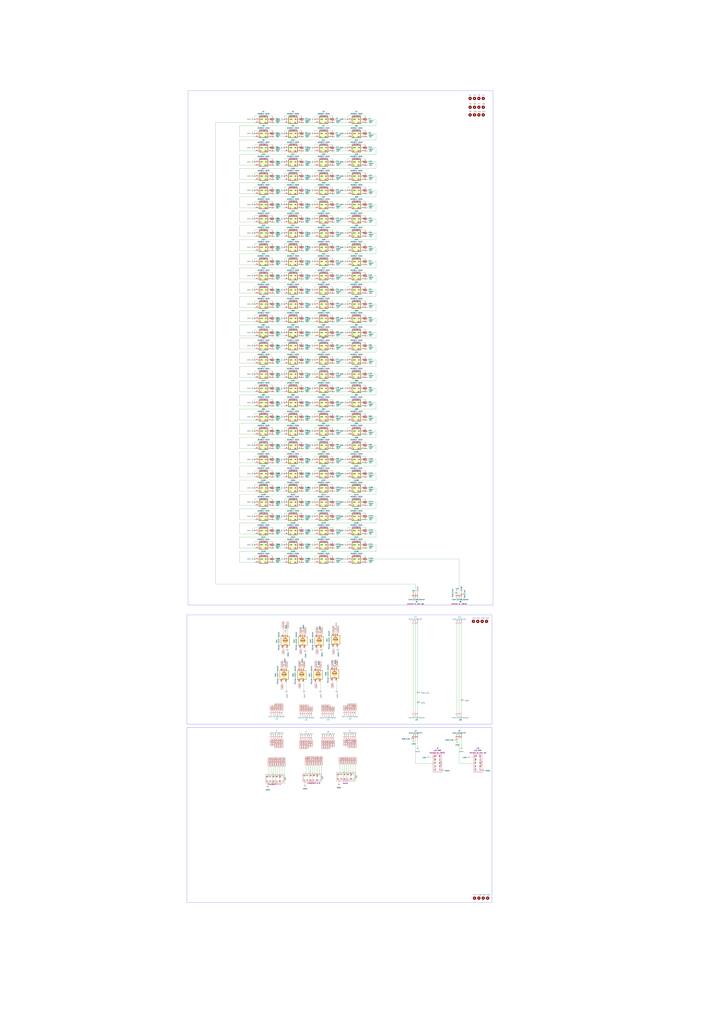
<source format=kicad_sch>
(kicad_sch (version 20230121) (generator eeschema)
  (paper "A0" portrait)
  (junction (at 316.23 520.7))
  (junction (at 424.18 471.17))
  (junction (at 424.18 603.25))
  (junction (at 365.76 138.43))
  (junction (at 386.08 208.28))
  (junction (at 295.91 353.06))
  (junction (at 316.23 405.13))
  (junction (at 365.76 582.93))
  (junction (at 316.23 191.77))
  (junction (at 530.86 688.34))
  (junction (at 424.18 389.89))
  (junction (at 316.23 636.27))
  (junction (at 330.2 220.98))
  (junction (at 295.91 204.47))
  (junction (at 403.86 632.46))
  (junction (at 316.23 224.79))
  (junction (at 424.18 520.7))
  (junction (at 424.18 373.38))
  (junction (at 365.76 615.95))
  (junction (at 330.2 401.32))
  (junction (at 424.18 307.34))
  (junction (at 424.18 454.66))
  (junction (at 403.86 450.85))
  (junction (at 316.23 619.76))
  (junction (at 386.08 537.21))
  (junction (at 386.08 323.85))
  (junction (at 295.91 154.94))
  (junction (at 295.91 434.34))
  (junction (at 350.52 553.72))
  (junction (at 403.86 615.95))
  (junction (at 403.86 204.47))
  (junction (at 424.18 553.72))
  (junction (at 295.91 632.46))
  (junction (at 365.76 632.46))
  (junction (at 316.23 603.25))
  (junction (at 403.86 401.32))
  (junction (at 365.76 417.83))
  (junction (at 350.52 389.89))
  (junction (at 365.76 386.08))
  (junction (at 386.08 307.34))
  (junction (at 365.76 237.49))
  (junction (at 386.08 389.89))
  (junction (at 316.23 586.74))
  (junction (at 386.08 356.87))
  (junction (at 365.76 154.94))
  (junction (at 295.91 270.51))
  (junction (at 403.86 254))
  (junction (at 295.91 187.96))
  (junction (at 330.2 467.36))
  (junction (at 316.23 241.3))
  (junction (at 295.91 171.45))
  (junction (at 350.52 175.26))
  (junction (at 424.18 241.3))
  (junction (at 403.86 336.55))
  (junction (at 316.23 274.32))
  (junction (at 365.76 483.87))
  (junction (at 350.52 504.19))
  (junction (at 386.08 603.25))
  (junction (at 330.2 353.06))
  (junction (at 424.18 175.26))
  (junction (at 365.76 516.89))
  (junction (at 403.86 516.89))
  (junction (at 403.86 500.38))
  (junction (at 330.2 566.42))
  (junction (at 365.76 270.51))
  (junction (at 350.52 323.85))
  (junction (at 330.2 417.83))
  (junction (at 365.76 450.85))
  (junction (at 316.23 537.21))
  (junction (at 295.91 566.42))
  (junction (at 424.18 421.64))
  (junction (at 330.2 500.38))
  (junction (at 350.52 405.13))
  (junction (at 350.52 652.78))
  (junction (at 485.14 815.34))
  (junction (at 424.18 208.28))
  (junction (at 295.91 549.91))
  (junction (at 403.86 303.53))
  (junction (at 316.23 208.28))
  (junction (at 365.76 566.42))
  (junction (at 386.08 142.24))
  (junction (at 316.23 257.81))
  (junction (at 365.76 599.44))
  (junction (at 316.23 652.78))
  (junction (at 403.86 386.08))
  (junction (at 386.08 520.7))
  (junction (at 316.23 553.72))
  (junction (at 403.86 154.94))
  (junction (at 403.86 287.02))
  (junction (at 295.91 287.02))
  (junction (at 295.91 615.95))
  (junction (at 295.91 336.55))
  (junction (at 350.52 537.21))
  (junction (at 386.08 636.27))
  (junction (at 424.18 652.78))
  (junction (at 365.76 369.57))
  (junction (at 480.06 857.25))
  (junction (at 350.52 290.83))
  (junction (at 365.76 287.02))
  (junction (at 386.08 175.26))
  (junction (at 386.08 586.74))
  (junction (at 350.52 241.3))
  (junction (at 316.23 471.17))
  (junction (at 424.18 487.68))
  (junction (at 330.2 516.89))
  (junction (at 330.2 204.47))
  (junction (at 424.18 323.85))
  (junction (at 330.2 171.45))
  (junction (at 530.86 858.52))
  (junction (at 295.91 533.4))
  (junction (at 403.86 467.36))
  (junction (at 386.08 471.17))
  (junction (at 424.18 438.15))
  (junction (at 350.52 158.75))
  (junction (at 403.86 353.06))
  (junction (at 365.76 353.06))
  (junction (at 365.76 533.4))
  (junction (at 295.91 254))
  (junction (at 350.52 356.87))
  (junction (at 330.2 615.95))
  (junction (at 316.23 175.26))
  (junction (at 330.2 187.96))
  (junction (at 295.91 237.49))
  (junction (at 316.23 454.66))
  (junction (at 386.08 553.72))
  (junction (at 350.52 224.79))
  (junction (at 330.2 369.57))
  (junction (at 424.18 537.21))
  (junction (at 386.08 191.77))
  (junction (at 316.23 438.15))
  (junction (at 403.86 320.04))
  (junction (at 316.23 142.24))
  (junction (at 386.08 241.3))
  (junction (at 330.2 549.91))
  (junction (at 424.18 636.27))
  (junction (at 350.52 438.15))
  (junction (at 350.52 274.32))
  (junction (at 330.2 154.94))
  (junction (at 350.52 520.7))
  (junction (at 330.2 138.43))
  (junction (at 295.91 303.53))
  (junction (at 386.08 274.32))
  (junction (at 316.23 570.23))
  (junction (at 386.08 487.68))
  (junction (at 350.52 586.74))
  (junction (at 386.08 290.83))
  (junction (at 295.91 648.97))
  (junction (at 485.14 803.91))
  (junction (at 424.18 142.24))
  (junction (at 424.18 274.32))
  (junction (at 316.23 487.68))
  (junction (at 350.52 257.81))
  (junction (at 316.23 421.64))
  (junction (at 386.08 224.79))
  (junction (at 330.2 320.04))
  (junction (at 403.86 533.4))
  (junction (at 350.52 142.24))
  (junction (at 330.2 386.08))
  (junction (at 403.86 270.51))
  (junction (at 330.2 648.97))
  (junction (at 316.23 340.36))
  (junction (at 330.2 632.46))
  (junction (at 403.86 138.43))
  (junction (at 424.18 224.79))
  (junction (at 403.86 237.49))
  (junction (at 424.18 405.13))
  (junction (at 386.08 619.76))
  (junction (at 295.91 516.89))
  (junction (at 424.18 619.76))
  (junction (at 295.91 138.43))
  (junction (at 403.86 187.96))
  (junction (at 316.23 356.87))
  (junction (at 330.2 303.53))
  (junction (at 316.23 158.75))
  (junction (at 316.23 323.85))
  (junction (at 386.08 504.19))
  (junction (at 295.91 582.93))
  (junction (at 316.23 389.89))
  (junction (at 330.2 254))
  (junction (at 365.76 204.47))
  (junction (at 403.86 648.97))
  (junction (at 365.76 187.96))
  (junction (at 350.52 570.23))
  (junction (at 350.52 307.34))
  (junction (at 365.76 220.98))
  (junction (at 365.76 254))
  (junction (at 295.91 467.36))
  (junction (at 295.91 500.38))
  (junction (at 365.76 648.97))
  (junction (at 365.76 434.34))
  (junction (at 386.08 421.64))
  (junction (at 403.86 171.45))
  (junction (at 350.52 487.68))
  (junction (at 295.91 417.83))
  (junction (at 330.2 450.85))
  (junction (at 330.2 533.4))
  (junction (at 424.18 191.77))
  (junction (at 295.91 369.57))
  (junction (at 295.91 401.32))
  (junction (at 365.76 320.04))
  (junction (at 295.91 599.44))
  (junction (at 403.86 220.98))
  (junction (at 295.91 483.87))
  (junction (at 386.08 257.81))
  (junction (at 386.08 570.23))
  (junction (at 330.2 483.87))
  (junction (at 424.18 290.83))
  (junction (at 350.52 208.28))
  (junction (at 295.91 386.08))
  (junction (at 403.86 599.44))
  (junction (at 350.52 373.38))
  (junction (at 424.18 356.87))
  (junction (at 365.76 336.55))
  (junction (at 403.86 582.93))
  (junction (at 295.91 320.04))
  (junction (at 350.52 603.25))
  (junction (at 365.76 171.45))
  (junction (at 295.91 220.98))
  (junction (at 365.76 303.53))
  (junction (at 386.08 405.13))
  (junction (at 295.91 450.85))
  (junction (at 424.18 158.75))
  (junction (at 403.86 549.91))
  (junction (at 386.08 373.38))
  (junction (at 386.08 158.75))
  (junction (at 535.94 689.61))
  (junction (at 424.18 340.36))
  (junction (at 350.52 454.66))
  (junction (at 330.2 270.51))
  (junction (at 316.23 373.38))
  (junction (at 365.76 549.91))
  (junction (at 403.86 566.42))
  (junction (at 316.23 307.34))
  (junction (at 330.2 237.49))
  (junction (at 424.18 257.81))
  (junction (at 386.08 438.15))
  (junction (at 316.23 504.19))
  (junction (at 316.23 290.83))
  (junction (at 535.94 812.8))
  (junction (at 403.86 369.57))
  (junction (at 424.18 570.23))
  (junction (at 330.2 434.34))
  (junction (at 403.86 417.83))
  (junction (at 403.86 434.34))
  (junction (at 350.52 191.77))
  (junction (at 424.18 586.74))
  (junction (at 403.86 483.87))
  (junction (at 386.08 454.66))
  (junction (at 350.52 471.17))
  (junction (at 330.2 287.02))
  (junction (at 350.52 619.76))
  (junction (at 365.76 401.32))
  (junction (at 365.76 500.38))
  (junction (at 365.76 467.36))
  (junction (at 330.2 582.93))
  (junction (at 424.18 504.19))
  (junction (at 330.2 599.44))
  (junction (at 330.2 336.55))
  (junction (at 350.52 340.36))
  (junction (at 386.08 652.78))
  (junction (at 350.52 421.64))
  (junction (at 350.52 636.27))
  (junction (at 386.08 340.36))
  (no_connect (at 557.53 882.65))
  (no_connect (at 552.45 890.27))
  (no_connect (at 510.54 890.27))
  (no_connect (at 393.7 899.16))
  (no_connect (at 552.45 882.65))
  (no_connect (at 557.53 886.46))
  (no_connect (at 505.46 894.08))
  (no_connect (at 557.53 890.27))
  (no_connect (at 510.54 886.46))
  (no_connect (at 510.54 882.65))
  (no_connect (at 311.15 901.7))
  (no_connect (at 552.45 894.08))
  (no_connect (at 510.54 878.84))
  (no_connect (at 354.33 900.43))
  (no_connect (at 557.53 878.84))
  (no_connect (at 505.46 882.65))
  (no_connect (at 505.46 890.27))
  (wire (pts (xy 386.08 154.94) (xy 394.97 154.94)))
  (wire (pts (xy 535.94 812.8) (xy 535.94 826.77)))
  (wire (pts (xy 355.6 471.17) (xy 365.76 471.17)))
  (wire (pts (xy 350.52 480.06) (xy 330.2 480.06)))
  (wire (pts (xy 350.52 430.53) (xy 330.2 430.53)))
  (wire (pts (xy 403.86 323.85) (xy 394.97 323.85)))
  (wire (pts (xy 316.23 303.53) (xy 321.31 303.53)))
  (wire (pts (xy 350.52 612.14) (xy 330.2 612.14)))
  (wire (pts (xy 424.18 645.16) (xy 403.86 645.16)))
  (wire (pts (xy 316.23 496.57) (xy 295.91 496.57)))
  (wire (pts (xy 328.93 648.97) (xy 330.2 648.97)))
  (wire (pts (xy 278.13 408.94) (xy 436.88 408.94)))
  (wire (pts (xy 403.86 167.64) (xy 403.86 171.45)))
  (wire (pts (xy 328.93 220.98) (xy 330.2 220.98)))
  (wire (pts (xy 350.52 447.04) (xy 330.2 447.04)))
  (wire (pts (xy 321.31 438.15) (xy 330.2 438.15)))
  (wire (pts (xy 321.31 307.34) (xy 330.2 307.34)))
  (wire (pts (xy 424.18 483.87) (xy 436.88 483.87)))
  (wire (pts (xy 364.49 270.51) (xy 365.76 270.51)))
  (wire (pts (xy 480.06 725.17) (xy 480.06 826.77)))
  (wire (pts (xy 330.2 628.65) (xy 330.2 632.46)))
  (wire (pts (xy 278.13 491.49) (xy 278.13 504.19)))
  (wire (pts (xy 355.6 570.23) (xy 365.76 570.23)))
  (wire (pts (xy 330.2 283.21) (xy 330.2 287.02)))
  (wire (pts (xy 403.86 283.21) (xy 403.86 287.02)))
  (wire (pts (xy 295.91 636.27) (xy 278.13 636.27)))
  (wire (pts (xy 402.59 632.46) (xy 403.86 632.46)))
  (wire (pts (xy 391.16 801.37) (xy 391.16 789.94)))
  (wire (pts (xy 355.6 537.21) (xy 365.76 537.21)))
  (wire (pts (xy 424.18 632.46) (xy 436.88 632.46)))
  (wire (pts (xy 294.64 582.93) (xy 295.91 582.93)))
  (wire (pts (xy 350.52 233.68) (xy 330.2 233.68)))
  (wire (pts (xy 316.23 430.53) (xy 295.91 430.53)))
  (wire (pts (xy 535.94 857.25) (xy 535.94 867.41)))
  (wire (pts (xy 278.13 311.15) (xy 436.88 311.15)))
  (wire (pts (xy 436.88 434.34) (xy 436.88 441.96)))
  (wire (pts (xy 350.52 414.02) (xy 330.2 414.02)))
  (wire (pts (xy 295.91 537.21) (xy 278.13 537.21)))
  (wire (pts (xy 294.64 336.55) (xy 295.91 336.55)))
  (wire (pts (xy 424.18 628.65) (xy 403.86 628.65)))
  (wire (pts (xy 355.6 187.96) (xy 355.6 191.77)))
  (wire (pts (xy 386.08 533.4) (xy 394.97 533.4)))
  (wire (pts (xy 398.78 894.08) (xy 398.78 904.24)))
  (wire (pts (xy 295.91 373.38) (xy 278.13 373.38)))
  (wire (pts (xy 424.18 430.53) (xy 403.86 430.53)))
  (wire (pts (xy 278.13 524.51) (xy 278.13 537.21)))
  (wire (pts (xy 365.76 382.27) (xy 365.76 386.08)))
  (wire (pts (xy 403.86 612.14) (xy 403.86 615.95)))
  (wire (pts (xy 350.52 365.76) (xy 330.2 365.76)))
  (wire (pts (xy 294.64 467.36) (xy 295.91 467.36)))
  (wire (pts (xy 316.23 171.45) (xy 321.31 171.45)))
  (wire (pts (xy 328.93 516.89) (xy 330.2 516.89)))
  (wire (pts (xy 278.13 245.11) (xy 278.13 257.81)))
  (wire (pts (xy 350.52 184.15) (xy 330.2 184.15)))
  (wire (pts (xy 355.6 586.74) (xy 365.76 586.74)))
  (wire (pts (xy 402.59 500.38) (xy 403.86 500.38)))
  (wire (pts (xy 330.2 775.97) (xy 330.2 773.43)))
  (wire (pts (xy 364.49 369.57) (xy 365.76 369.57)))
  (wire (pts (xy 403.86 266.7) (xy 403.86 270.51)))
  (wire (pts (xy 317.5 890.27) (xy 317.5 901.7)))
  (wire (pts (xy 278.13 640.08) (xy 436.88 640.08)))
  (wire (pts (xy 278.13 228.6) (xy 436.88 228.6)))
  (wire (pts (xy 424.18 365.76) (xy 403.86 365.76)))
  (wire (pts (xy 533.4 886.46) (xy 552.45 886.46)))
  (wire (pts (xy 278.13 458.47) (xy 278.13 471.17)))
  (wire (pts (xy 350.52 154.94) (xy 355.6 154.94)))
  (wire (pts (xy 402.59 369.57) (xy 403.86 369.57)))
  (wire (pts (xy 485.14 857.25) (xy 485.14 867.41)))
  (wire (pts (xy 316.23 237.49) (xy 321.31 237.49)))
  (wire (pts (xy 294.64 369.57) (xy 295.91 369.57)))
  (wire (pts (xy 386.08 349.25) (xy 365.76 349.25)))
  (wire (pts (xy 386.08 648.97) (xy 394.97 648.97)))
  (wire (pts (xy 394.97 553.72) (xy 394.97 549.91)))
  (wire (pts (xy 530.86 725.17) (xy 530.86 826.77)))
  (wire (pts (xy 424.18 414.02) (xy 403.86 414.02)))
  (wire (pts (xy 386.08 237.49) (xy 394.97 237.49)))
  (wire (pts (xy 278.13 195.58) (xy 278.13 208.28)))
  (wire (pts (xy 482.6 678.18) (xy 250.19 678.18)))
  (wire (pts (xy 321.31 434.34) (xy 321.31 438.15)))
  (wire (pts (xy 355.6 434.34) (xy 355.6 438.15)))
  (wire (pts (xy 328.93 599.44) (xy 330.2 599.44)))
  (wire (pts (xy 403.86 414.02) (xy 403.86 417.83)))
  (wire (pts (xy 278.13 590.55) (xy 278.13 603.25)))
  (wire (pts (xy 295.91 332.74) (xy 295.91 336.55)))
  (wire (pts (xy 321.31 204.47) (xy 321.31 208.28)))
  (wire (pts (xy 321.31 237.49) (xy 321.31 241.3)))
  (wire (pts (xy 316.23 270.51) (xy 321.31 270.51)))
  (wire (pts (xy 321.31 619.76) (xy 330.2 619.76)))
  (wire (pts (xy 278.13 491.49) (xy 436.88 491.49)))
  (wire (pts (xy 350.52 533.4) (xy 355.6 533.4)))
  (wire (pts (xy 355.6 652.78) (xy 365.76 652.78)))
  (wire (pts (xy 278.13 441.96) (xy 278.13 454.66)))
  (wire (pts (xy 355.6 208.28) (xy 365.76 208.28)))
  (wire (pts (xy 436.88 533.4) (xy 436.88 541.02)))
  (wire (pts (xy 394.97 356.87) (xy 394.97 353.06)))
  (wire (pts (xy 316.23 612.14) (xy 295.91 612.14)))
  (wire (pts (xy 316.23 463.55) (xy 295.91 463.55)))
  (wire (pts (xy 402.59 336.55) (xy 403.86 336.55)))
  (wire (pts (xy 321.31 570.23) (xy 330.2 570.23)))
  (wire (pts (xy 316.23 500.38) (xy 321.31 500.38)))
  (wire (pts (xy 321.31 369.57) (xy 321.31 373.38)))
  (wire (pts (xy 321.31 471.17) (xy 330.2 471.17)))
  (wire (pts (xy 321.31 421.64) (xy 330.2 421.64)))
  (wire (pts (xy 294.64 287.02) (xy 295.91 287.02)))
  (wire (pts (xy 328.93 450.85) (xy 330.2 450.85)))
  (wire (pts (xy 328.93 483.87) (xy 330.2 483.87)))
  (wire (pts (xy 350.52 463.55) (xy 330.2 463.55)))
  (wire (pts (xy 424.18 316.23) (xy 403.86 316.23)))
  (wire (pts (xy 330.2 906.78) (xy 326.39 906.78)))
  (wire (pts (xy 424.18 595.63) (xy 403.86 595.63)))
  (wire (pts (xy 386.08 287.02) (xy 394.97 287.02)))
  (wire (pts (xy 350.52 632.46) (xy 355.6 632.46)))
  (wire (pts (xy 386.08 138.43) (xy 394.97 138.43)))
  (wire (pts (xy 358.14 895.35) (xy 359.41 895.35)))
  (wire (pts (xy 328.93 632.46) (xy 330.2 632.46)))
  (wire (pts (xy 402.59 171.45) (xy 403.86 171.45)))
  (wire (pts (xy 387.35 753.11) (xy 387.35 750.57)))
  (wire (pts (xy 350.52 316.23) (xy 330.2 316.23)))
  (wire (pts (xy 316.23 401.32) (xy 321.31 401.32)))
  (wire (pts (xy 386.08 483.87) (xy 394.97 483.87)))
  (wire (pts (xy 327.66 901.7) (xy 326.39 901.7)))
  (wire (pts (xy 403.86 299.72) (xy 403.86 303.53)))
  (wire (pts (xy 316.23 167.64) (xy 295.91 167.64)))
  (wire (pts (xy 321.31 287.02) (xy 321.31 290.83)))
  (wire (pts (xy 278.13 623.57) (xy 436.88 623.57)))
  (wire (pts (xy 402.59 187.96) (xy 403.86 187.96)))
  (wire (pts (xy 402.59 386.08) (xy 403.86 386.08)))
  (wire (pts (xy 402.59 237.49) (xy 403.86 237.49)))
  (wire (pts (xy 368.3 751.84) (xy 368.3 753.11)))
  (wire (pts (xy 403.86 570.23) (xy 394.97 570.23)))
  (wire (pts (xy 330.2 184.15) (xy 330.2 187.96)))
  (wire (pts (xy 403.86 586.74) (xy 394.97 586.74)))
  (wire (pts (xy 321.31 270.51) (xy 321.31 274.32)))
  (wire (pts (xy 403.86 389.89) (xy 394.97 389.89)))
  (wire (pts (xy 355.6 274.32) (xy 365.76 274.32)))
  (wire (pts (xy 355.6 504.19) (xy 365.76 504.19)))
  (wire (pts (xy 278.13 541.02) (xy 278.13 553.72)))
  (wire (pts (xy 320.04 890.27) (xy 320.04 906.78)))
  (wire (pts (xy 278.13 294.64) (xy 278.13 307.34)))
  (wire (pts (xy 402.59 615.95) (xy 403.86 615.95)))
  (wire (pts (xy 386.08 365.76) (xy 365.76 365.76)))
  (wire (pts (xy 321.31 241.3) (xy 330.2 241.3)))
  (wire (pts (xy 316.23 187.96) (xy 321.31 187.96)))
  (wire (pts (xy 424.18 200.66) (xy 403.86 200.66)))
  (wire (pts (xy 403.86 365.76) (xy 403.86 369.57)))
  (wire (pts (xy 403.86 175.26) (xy 394.97 175.26)))
  (wire (pts (xy 365.76 167.64) (xy 365.76 171.45)))
  (wire (pts (xy 424.18 434.34) (xy 436.88 434.34)))
  (wire (pts (xy 482.6 886.46) (xy 505.46 886.46)))
  (wire (pts (xy 278.13 162.56) (xy 436.88 162.56)))
  (wire (pts (xy 436.88 287.02) (xy 436.88 294.64)))
  (wire (pts (xy 355.6 401.32) (xy 355.6 405.13)))
  (wire (pts (xy 533.4 857.25) (xy 533.4 886.46)))
  (wire (pts (xy 368.3 889) (xy 368.3 905.51)))
  (wire (pts (xy 355.6 516.89) (xy 355.6 520.7)))
  (wire (pts (xy 394.97 405.13) (xy 394.97 401.32)))
  (wire (pts (xy 373.38 889) (xy 373.38 905.51)))
  (wire (pts (xy 295.91 349.25) (xy 295.91 353.06)))
  (wire (pts (xy 355.6 171.45) (xy 355.6 175.26)))
  (wire (pts (xy 355.6 636.27) (xy 365.76 636.27)))
  (wire (pts (xy 328.93 287.02) (xy 330.2 287.02)))
  (wire (pts (xy 278.13 195.58) (xy 436.88 195.58)))
  (wire (pts (xy 330.2 645.16) (xy 330.2 648.97)))
  (wire (pts (xy 386.08 299.72) (xy 365.76 299.72)))
  (wire (pts (xy 278.13 524.51) (xy 436.88 524.51)))
  (wire (pts (xy 394.97 603.25) (xy 394.97 599.44)))
  (wire (pts (xy 355.6 154.94) (xy 355.6 158.75)))
  (wire (pts (xy 278.13 607.06) (xy 436.88 607.06)))
  (wire (pts (xy 402.59 138.43) (xy 403.86 138.43)))
  (wire (pts (xy 386.08 353.06) (xy 394.97 353.06)))
  (wire (pts (xy 394.97 224.79) (xy 394.97 220.98)))
  (wire (pts (xy 403.86 397.51) (xy 403.86 401.32)))
  (wire (pts (xy 321.31 254) (xy 321.31 257.81)))
  (wire (pts (xy 331.47 736.6) (xy 331.47 734.06)))
  (wire (pts (xy 403.86 356.87) (xy 394.97 356.87)))
  (wire (pts (xy 328.93 467.36) (xy 330.2 467.36)))
  (wire (pts (xy 295.91 316.23) (xy 295.91 320.04)))
  (wire (pts (xy 403.86 134.62) (xy 403.86 138.43)))
  (wire (pts (xy 350.52 303.53) (xy 355.6 303.53)))
  (wire (pts (xy 364.49 467.36) (xy 365.76 467.36)))
  (wire (pts (xy 330.2 233.68) (xy 330.2 237.49)))
  (wire (pts (xy 328.93 154.94) (xy 330.2 154.94)))
  (wire (pts (xy 355.6 323.85) (xy 365.76 323.85)))
  (wire (pts (xy 386.08 382.27) (xy 365.76 382.27)))
  (wire (pts (xy 355.6 889) (xy 355.6 900.43)))
  (wire (pts (xy 365.76 447.04) (xy 365.76 450.85)))
  (wire (pts (xy 350.52 775.97) (xy 350.52 773.43)))
  (wire (pts (xy 405.13 887.73) (xy 405.13 899.16)))
  (wire (pts (xy 424.18 250.19) (xy 403.86 250.19)))
  (wire (pts (xy 386.08 500.38) (xy 394.97 500.38)))
  (wire (pts (xy 364.49 138.43) (xy 365.76 138.43)))
  (wire (pts (xy 367.03 792.48) (xy 367.03 791.21)))
  (wire (pts (xy 353.06 801.37) (xy 353.06 791.21)))
  (wire (pts (xy 400.05 887.73) (xy 400.05 899.16)))
  (wire (pts (xy 386.08 582.93) (xy 394.97 582.93)))
  (wire (pts (xy 355.6 900.43) (xy 358.14 900.43)))
  (wire (pts (xy 278.13 408.94) (xy 278.13 421.64)))
  (wire (pts (xy 295.91 257.81) (xy 278.13 257.81)))
  (wire (pts (xy 365.76 595.63) (xy 365.76 599.44)))
  (wire (pts (xy 402.59 353.06) (xy 403.86 353.06)))
  (wire (pts (xy 355.6 603.25) (xy 365.76 603.25)))
  (wire (pts (xy 350.52 467.36) (xy 355.6 467.36)))
  (wire (pts (xy 278.13 261.62) (xy 278.13 274.32)))
  (wire (pts (xy 295.91 175.26) (xy 278.13 175.26)))
  (wire (pts (xy 436.88 237.49) (xy 436.88 245.11)))
  (wire (pts (xy 316.23 266.7) (xy 295.91 266.7)))
  (wire (pts (xy 364.49 648.97) (xy 365.76 648.97)))
  (wire (pts (xy 278.13 474.98) (xy 278.13 487.68)))
  (wire (pts (xy 321.31 504.19) (xy 330.2 504.19)))
  (wire (pts (xy 278.13 640.08) (xy 278.13 652.78)))
  (wire (pts (xy 330.2 382.27) (xy 330.2 386.08)))
  (wire (pts (xy 386.08 516.89) (xy 394.97 516.89)))
  (wire (pts (xy 294.64 500.38) (xy 295.91 500.38)))
  (wire (pts (xy 359.41 895.35) (xy 359.41 905.51)))
  (wire (pts (xy 295.91 504.19) (xy 278.13 504.19)))
  (wire (pts (xy 350.52 250.19) (xy 330.2 250.19)))
  (wire (pts (xy 386.08 546.1) (xy 365.76 546.1)))
  (wire (pts (xy 350.52 549.91) (xy 355.6 549.91)))
  (wire (pts (xy 393.7 904.24) (xy 393.7 909.32)))
  (wire (pts (xy 394.97 887.73) (xy 394.97 899.16)))
  (wire (pts (xy 482.6 689.61) (xy 482.6 678.18)))
  (wire (pts (xy 330.2 430.53) (xy 330.2 434.34)))
  (wire (pts (xy 328.93 171.45) (xy 330.2 171.45)))
  (wire (pts (xy 386.08 615.95) (xy 394.97 615.95)))
  (wire (pts (xy 436.88 369.57) (xy 436.88 377.19)))
  (wire (pts (xy 350.52 615.95) (xy 355.6 615.95)))
  (wire (pts (xy 294.64 599.44) (xy 295.91 599.44)))
  (wire (pts (xy 424.18 220.98) (xy 436.88 220.98)))
  (wire (pts (xy 350.52 336.55) (xy 355.6 336.55)))
  (wire (pts (xy 355.6 340.36) (xy 365.76 340.36)))
  (wire (pts (xy 321.31 224.79) (xy 330.2 224.79)))
  (wire (pts (xy 436.88 516.89) (xy 436.88 524.51)))
  (wire (pts (xy 355.6 389.89) (xy 365.76 389.89)))
  (wire (pts (xy 424.18 154.94) (xy 436.88 154.94)))
  (wire (pts (xy 424.18 287.02) (xy 436.88 287.02)))
  (wire (pts (xy 294.64 516.89) (xy 295.91 516.89)))
  (wire (pts (xy 316.23 353.06) (xy 321.31 353.06)))
  (wire (pts (xy 316.23 549.91) (xy 321.31 549.91)))
  (wire (pts (xy 363.22 889) (xy 363.22 905.51)))
  (wire (pts (xy 278.13 458.47) (xy 436.88 458.47)))
  (wire (pts (xy 295.91 389.89) (xy 278.13 389.89)))
  (wire (pts (xy 394.97 257.81) (xy 394.97 254)))
  (wire (pts (xy 355.6 241.3) (xy 365.76 241.3)))
  (wire (pts (xy 403.86 421.64) (xy 394.97 421.64)))
  (wire (pts (xy 295.91 290.83) (xy 278.13 290.83)))
  (wire (pts (xy 316.23 220.98) (xy 321.31 220.98)))
  (wire (pts (xy 365.76 200.66) (xy 365.76 204.47)))
  (wire (pts (xy 316.23 320.04) (xy 321.31 320.04)))
  (wire (pts (xy 386.08 336.55) (xy 394.97 336.55)))
  (wire (pts (xy 386.08 233.68) (xy 365.76 233.68)))
  (wire (pts (xy 365.76 414.02) (xy 365.76 417.83)))
  (wire (pts (xy 350.52 434.34) (xy 355.6 434.34)))
  (wire (pts (xy 394.97 537.21) (xy 394.97 533.4)))
  (wire (pts (xy 295.91 430.53) (xy 295.91 434.34)))
  (wire (pts (xy 360.68 900.43) (xy 361.95 900.43)))
  (wire (pts (xy 278.13 508) (xy 436.88 508)))
  (wire (pts (xy 316.23 316.23) (xy 295.91 316.23)))
  (wire (pts (xy 403.86 652.78) (xy 394.97 652.78)))
  (wire (pts (xy 316.23 151.13) (xy 295.91 151.13)))
  (wire (pts (xy 364.49 632.46) (xy 365.76 632.46)))
  (wire (pts (xy 328.93 386.08) (xy 330.2 386.08)))
  (wire (pts (xy 364.49 417.83) (xy 365.76 417.83)))
  (wire (pts (xy 394.97 290.83) (xy 394.97 287.02)))
  (wire (pts (xy 424.18 303.53) (xy 436.88 303.53)))
  (wire (pts (xy 386.08 645.16) (xy 365.76 645.16)))
  (wire (pts (xy 403.86 645.16) (xy 403.86 648.97)))
  (wire (pts (xy 355.6 549.91) (xy 355.6 553.72)))
  (wire (pts (xy 386.08 332.74) (xy 365.76 332.74)))
  (wire (pts (xy 436.88 154.94) (xy 436.88 162.56)))
  (wire (pts (xy 513.08 894.08) (xy 510.54 894.08)))
  (wire (pts (xy 295.91 307.34) (xy 278.13 307.34)))
  (wire (pts (xy 321.31 154.94) (xy 321.31 158.75)))
  (wire (pts (xy 295.91 191.77) (xy 278.13 191.77)))
  (wire (pts (xy 403.86 454.66) (xy 394.97 454.66)))
  (wire (pts (xy 436.88 254) (xy 436.88 261.62)))
  (wire (pts (xy 295.91 217.17) (xy 295.91 220.98)))
  (wire (pts (xy 386.08 397.51) (xy 365.76 397.51)))
  (wire (pts (xy 350.52 200.66) (xy 330.2 200.66)))
  (wire (pts (xy 330.2 217.17) (xy 330.2 220.98)))
  (wire (pts (xy 482.6 725.17) (xy 482.6 826.77)))
  (wire (pts (xy 321.31 632.46) (xy 321.31 636.27)))
  (wire (pts (xy 316.23 138.43) (xy 321.31 138.43)))
  (wire (pts (xy 328.93 401.32) (xy 330.2 401.32)))
  (wire (pts (xy 436.88 582.93) (xy 436.88 590.55)))
  (wire (pts (xy 364.49 566.42) (xy 365.76 566.42)))
  (wire (pts (xy 295.91 619.76) (xy 278.13 619.76)))
  (wire (pts (xy 278.13 425.45) (xy 436.88 425.45)))
  (wire (pts (xy 316.23 204.47) (xy 321.31 204.47)))
  (wire (pts (xy 365.76 480.06) (xy 365.76 483.87)))
  (wire (pts (xy 436.88 171.45) (xy 436.88 179.07)))
  (wire (pts (xy 424.18 546.1) (xy 403.86 546.1)))
  (wire (pts (xy 350.52 582.93) (xy 355.6 582.93)))
  (wire (pts (xy 321.31 274.32) (xy 330.2 274.32)))
  (wire (pts (xy 330.2 250.19) (xy 330.2 254)))
  (wire (pts (xy 350.52 645.16) (xy 330.2 645.16)))
  (wire (pts (xy 330.2 414.02) (xy 330.2 417.83)))
  (wire (pts (xy 316.23 562.61) (xy 295.91 562.61)))
  (wire (pts (xy 278.13 392.43) (xy 278.13 405.13)))
  (wire (pts (xy 328.93 270.51) (xy 330.2 270.51)))
  (wire (pts (xy 386.08 595.63) (xy 365.76 595.63)))
  (wire (pts (xy 321.31 401.32) (xy 321.31 405.13)))
  (wire (pts (xy 424.18 533.4) (xy 436.88 533.4)))
  (wire (pts (xy 294.64 154.94) (xy 295.91 154.94)))
  (wire (pts (xy 316.23 516.89) (xy 321.31 516.89)))
  (wire (pts (xy 386.08 151.13) (xy 365.76 151.13)))
  (wire (pts (xy 485.14 687.07) (xy 485.14 689.61)))
  (wire (pts (xy 392.43 753.11) (xy 392.43 750.57)))
  (wire (pts (xy 424.18 562.61) (xy 403.86 562.61)))
  (wire (pts (xy 278.13 278.13) (xy 278.13 290.83)))
  (wire (pts (xy 402.59 320.04) (xy 403.86 320.04)))
  (wire (pts (xy 321.31 566.42) (xy 321.31 570.23)))
  (wire (pts (xy 316.23 628.65) (xy 295.91 628.65)))
  (wire (pts (xy 355.6 224.79) (xy 365.76 224.79)))
  (wire (pts (xy 364.49 434.34) (xy 365.76 434.34)))
  (wire (pts (xy 316.23 615.95) (xy 321.31 615.95)))
  (wire (pts (xy 350.52 595.63) (xy 330.2 595.63)))
  (wire (pts (xy 322.58 890.27) (xy 322.58 901.7)))
  (wire (pts (xy 294.64 138.43) (xy 295.91 138.43)))
  (wire (pts (xy 294.64 615.95) (xy 295.91 615.95)))
  (wire (pts (xy 316.23 365.76) (xy 295.91 365.76)))
  (wire (pts (xy 386.08 450.85) (xy 394.97 450.85)))
  (wire (pts (xy 403.86 224.79) (xy 394.97 224.79)))
  (wire (pts (xy 278.13 179.07) (xy 436.88 179.07)))
  (wire (pts (xy 365.76 397.51) (xy 365.76 401.32)))
  (wire (pts (xy 424.18 320.04) (xy 436.88 320.04)))
  (wire (pts (xy 316.23 184.15) (xy 295.91 184.15)))
  (wire (pts (xy 364.49 171.45) (xy 365.76 171.45)))
  (wire (pts (xy 403.86 142.24) (xy 394.97 142.24)))
  (wire (pts (xy 354.33 905.51) (xy 354.33 910.59)))
  (wire (pts (xy 533.4 725.17) (xy 533.4 826.77)))
  (wire (pts (xy 330.2 579.12) (xy 330.2 582.93)))
  (wire (pts (xy 424.18 187.96) (xy 436.88 187.96)))
  (wire (pts (xy 316.23 599.44) (xy 321.31 599.44)))
  (wire (pts (xy 295.91 397.51) (xy 295.91 401.32)))
  (wire (pts (xy 355.6 417.83) (xy 355.6 421.64)))
  (wire (pts (xy 330.2 595.63) (xy 330.2 599.44)))
  (wire (pts (xy 403.86 513.08) (xy 403.86 516.89)))
  (wire (pts (xy 373.38 905.51) (xy 369.57 905.51)))
  (wire (pts (xy 424.18 254) (xy 436.88 254)))
  (wire (pts (xy 316.23 287.02) (xy 321.31 287.02)))
  (wire (pts (xy 365.76 430.53) (xy 365.76 434.34)))
  (wire (pts (xy 278.13 162.56) (xy 278.13 175.26)))
  (wire (pts (xy 316.23 250.19) (xy 295.91 250.19)))
  (wire (pts (xy 278.13 441.96) (xy 436.88 441.96)))
  (wire (pts (xy 364.49 500.38) (xy 365.76 500.38)))
  (wire (pts (xy 402.59 904.24) (xy 401.32 904.24)))
  (wire (pts (xy 424.18 382.27) (xy 403.86 382.27)))
  (wire (pts (xy 355.6 138.43) (xy 355.6 142.24)))
  (wire (pts (xy 410.21 887.73) (xy 410.21 899.16)))
  (wire (pts (xy 436.88 450.85) (xy 436.88 458.47)))
  (wire (pts (xy 278.13 327.66) (xy 436.88 327.66)))
  (wire (pts (xy 295.91 562.61) (xy 295.91 566.42)))
  (wire (pts (xy 403.86 340.36) (xy 394.97 340.36)))
  (wire (pts (xy 321.31 582.93) (xy 321.31 586.74)))
  (wire (pts (xy 436.88 615.95) (xy 436.88 623.57)))
  (wire (pts (xy 424.18 134.62) (xy 403.86 134.62)))
  (wire (pts (xy 402.59 566.42) (xy 403.86 566.42)))
  (wire (pts (xy 424.18 171.45) (xy 436.88 171.45)))
  (wire (pts (xy 397.51 887.73) (xy 397.51 894.08)))
  (wire (pts (xy 424.18 353.06) (xy 436.88 353.06)))
  (wire (pts (xy 350.52 266.7) (xy 330.2 266.7)))
  (wire (pts (xy 364.49 615.95) (xy 365.76 615.95)))
  (wire (pts (xy 327.66 793.75) (xy 327.66 791.21)))
  (wire (pts (xy 350.52 167.64) (xy 330.2 167.64)))
  (wire (pts (xy 424.18 496.57) (xy 403.86 496.57)))
  (wire (pts (xy 330.2 546.1) (xy 330.2 549.91)))
  (wire (pts (xy 359.41 905.51) (xy 358.14 905.51)))
  (wire (pts (xy 328.93 303.53) (xy 330.2 303.53)))
  (wire (pts (xy 295.91 134.62) (xy 295.91 138.43)))
  (wire (pts (xy 328.93 615.95) (xy 330.2 615.95)))
  (wire (pts (xy 403.86 603.25) (xy 394.97 603.25)))
  (wire (pts (xy 328.93 751.84) (xy 328.93 753.11)))
  (wire (pts (xy 386.08 369.57) (xy 394.97 369.57)))
  (wire (pts (xy 330.2 513.08) (xy 330.2 516.89)))
  (wire (pts (xy 365.76 628.65) (xy 365.76 632.46)))
  (wire (pts (xy 328.93 369.57) (xy 330.2 369.57)))
  (wire (pts (xy 355.6 553.72) (xy 365.76 553.72)))
  (wire (pts (xy 386.08 184.15) (xy 365.76 184.15)))
  (wire (pts (xy 368.3 905.51) (xy 365.76 905.51)))
  (wire (pts (xy 350.52 204.47) (xy 355.6 204.47)))
  (wire (pts (xy 294.64 204.47) (xy 295.91 204.47)))
  (wire (pts (xy 350.52 171.45) (xy 355.6 171.45)))
  (wire (pts (xy 355.6 369.57) (xy 355.6 373.38)))
  (wire (pts (xy 350.52 332.74) (xy 330.2 332.74)))
  (wire (pts (xy 355.6 438.15) (xy 365.76 438.15)))
  (wire (pts (xy 394.97 208.28) (xy 394.97 204.47)))
  (wire (pts (xy 386.08 303.53) (xy 394.97 303.53)))
  (wire (pts (xy 294.64 401.32) (xy 295.91 401.32)))
  (wire (pts (xy 295.91 184.15) (xy 295.91 187.96)))
  (wire (pts (xy 394.97 142.24) (xy 394.97 138.43)))
  (wire (pts (xy 424.18 549.91) (xy 436.88 549.91)))
  (wire (pts (xy 355.6 467.36) (xy 355.6 471.17)))
  (wire (pts (xy 294.64 549.91) (xy 295.91 549.91)))
  (wire (pts (xy 314.96 890.27) (xy 314.96 896.62)))
  (wire (pts (xy 403.86 250.19) (xy 403.86 254)))
  (wire (pts (xy 350.52 500.38) (xy 355.6 500.38)))
  (wire (pts (xy 365.76 349.25) (xy 365.76 353.06)))
  (wire (pts (xy 312.42 890.27) (xy 312.42 901.7)))
  (wire (pts (xy 325.12 906.78) (xy 322.58 906.78)))
  (wire (pts (xy 424.18 582.93) (xy 436.88 582.93)))
  (wire (pts (xy 424.18 612.14) (xy 403.86 612.14)))
  (wire (pts (xy 394.97 619.76) (xy 394.97 615.95)))
  (wire (pts (xy 295.91 158.75) (xy 278.13 158.75)))
  (wire (pts (xy 364.49 401.32) (xy 365.76 401.32)))
  (wire (pts (xy 316.23 200.66) (xy 295.91 200.66)))
  (wire (pts (xy 386.08 529.59) (xy 365.76 529.59)))
  (wire (pts (xy 294.64 450.85) (xy 295.91 450.85)))
  (wire (pts (xy 350.52 450.85) (xy 355.6 450.85)))
  (wire (pts (xy 424.18 270.51) (xy 436.88 270.51)))
  (wire (pts (xy 350.52 386.08) (xy 355.6 386.08)))
  (wire (pts (xy 278.13 541.02) (xy 436.88 541.02)))
  (wire (pts (xy 436.88 204.47) (xy 436.88 212.09)))
  (wire (pts (xy 403.86 496.57) (xy 403.86 500.38)))
  (wire (pts (xy 278.13 228.6) (xy 278.13 241.3)))
  (wire (pts (xy 294.64 237.49) (xy 295.91 237.49)))
  (wire (pts (xy 355.6 615.95) (xy 355.6 619.76)))
  (wire (pts (xy 407.67 887.73) (xy 407.67 904.24)))
  (wire (pts (xy 330.2 134.62) (xy 330.2 138.43)))
  (wire (pts (xy 365.76 579.12) (xy 365.76 582.93)))
  (wire (pts (xy 403.86 562.61) (xy 403.86 566.42)))
  (wire (pts (xy 386.08 134.62) (xy 365.76 134.62)))
  (wire (pts (xy 278.13 574.04) (xy 436.88 574.04)))
  (wire (pts (xy 410.21 899.16) (xy 408.94 899.16)))
  (wire (pts (xy 295.91 628.65) (xy 295.91 632.46)))
  (wire (pts (xy 394.97 652.78) (xy 394.97 648.97)))
  (wire (pts (xy 424.18 516.89) (xy 436.88 516.89)))
  (wire (pts (xy 350.52 353.06) (xy 355.6 353.06)))
  (wire (pts (xy 436.88 467.36) (xy 436.88 474.98)))
  (wire (pts (xy 278.13 425.45) (xy 278.13 438.15)))
  (wire (pts (xy 403.86 520.7) (xy 394.97 520.7)))
  (wire (pts (xy 485.14 815.34) (xy 485.14 826.77)))
  (wire (pts (xy 402.59 533.4) (xy 403.86 533.4)))
  (wire (pts (xy 295.91 586.74) (xy 278.13 586.74)))
  (wire (pts (xy 386.08 632.46) (xy 394.97 632.46)))
  (wire (pts (xy 365.76 184.15) (xy 365.76 187.96)))
  (wire (pts (xy 295.91 652.78) (xy 278.13 652.78)))
  (wire (pts (xy 403.86 438.15) (xy 394.97 438.15)))
  (wire (pts (xy 328.93 500.38) (xy 330.2 500.38)))
  (wire (pts (xy 316.23 386.08) (xy 321.31 386.08)))
  (wire (pts (xy 295.91 208.28) (xy 278.13 208.28)))
  (wire (pts (xy 355.6 500.38) (xy 355.6 504.19)))
  (wire (pts (xy 424.18 167.64) (xy 403.86 167.64)))
  (wire (pts (xy 436.88 386.08) (xy 436.88 392.43)))
  (wire (pts (xy 403.86 307.34) (xy 394.97 307.34)))
  (wire (pts (xy 364.49 154.94) (xy 365.76 154.94)))
  (wire (pts (xy 394.97 340.36) (xy 394.97 336.55)))
  (wire (pts (xy 370.84 889) (xy 370.84 900.43)))
  (wire (pts (xy 354.33 754.38) (xy 354.33 751.84)))
  (wire (pts (xy 278.13 377.19) (xy 278.13 389.89)))
  (wire (pts (xy 347.98 792.48) (xy 347.98 791.21)))
  (wire (pts (xy 386.08 250.19) (xy 365.76 250.19)))
  (wire (pts (xy 316.23 382.27) (xy 295.91 382.27)))
  (wire (pts (xy 424.18 204.47) (xy 436.88 204.47)))
  (wire (pts (xy 321.31 417.83) (xy 321.31 421.64)))
  (wire (pts (xy 530.86 859.79) (xy 530.86 858.52)))
  (wire (pts (xy 402.59 154.94) (xy 403.86 154.94)))
  (wire (pts (xy 330.2 299.72) (xy 330.2 303.53)))
  (wire (pts (xy 350.52 562.61) (xy 330.2 562.61)))
  (wire (pts (xy 360.68 889) (xy 360.68 900.43)))
  (wire (pts (xy 480.06 858.52) (xy 480.06 857.25)))
  (wire (pts (xy 364.49 599.44) (xy 365.76 599.44)))
  (wire (pts (xy 350.52 217.17) (xy 330.2 217.17)))
  (wire (pts (xy 365.76 332.74) (xy 365.76 336.55)))
  (wire (pts (xy 321.31 652.78) (xy 330.2 652.78)))
  (wire (pts (xy 436.88 320.04) (xy 436.88 327.66)))
  (wire (pts (xy 294.64 648.97) (xy 295.91 648.97)))
  (wire (pts (xy 316.23 450.85) (xy 321.31 450.85)))
  (wire (pts (xy 403.86 504.19) (xy 394.97 504.19)))
  (wire (pts (xy 424.18 299.72) (xy 403.86 299.72)))
  (wire (pts (xy 412.75 887.73) (xy 412.75 904.24)))
  (wire (pts (xy 403.86 537.21) (xy 394.97 537.21)))
  (wire (pts (xy 316.23 217.17) (xy 295.91 217.17)))
  (wire (pts (xy 386.08 171.45) (xy 394.97 171.45)))
  (wire (pts (xy 295.91 200.66) (xy 295.91 204.47)))
  (wire (pts (xy 386.08 579.12) (xy 365.76 579.12)))
  (wire (pts (xy 316.23 299.72) (xy 295.91 299.72)))
  (wire (pts (xy 355.6 158.75) (xy 365.76 158.75)))
  (wire (pts (xy 403.86 579.12) (xy 403.86 582.93)))
  (wire (pts (xy 321.31 142.24) (xy 330.2 142.24)))
  (wire (pts (xy 350.52 579.12) (xy 330.2 579.12)))
  (wire (pts (xy 355.6 405.13) (xy 365.76 405.13)))
  (wire (pts (xy 402.59 204.47) (xy 403.86 204.47)))
  (wire (pts (xy 316.23 579.12) (xy 295.91 579.12)))
  (wire (pts (xy 350.52 382.27) (xy 330.2 382.27)))
  (wire (pts (xy 530.86 688.34) (xy 530.86 689.61)))
  (wire (pts (xy 355.6 307.34) (xy 365.76 307.34)))
  (wire (pts (xy 363.22 905.51) (xy 361.95 905.51)))
  (wire (pts (xy 328.93 582.93) (xy 330.2 582.93)))
  (wire (pts (xy 295.91 274.32) (xy 278.13 274.32)))
  (wire (pts (xy 316.23 283.21) (xy 295.91 283.21)))
  (wire (pts (xy 316.23 336.55) (xy 321.31 336.55)))
  (wire (pts (xy 350.52 151.13) (xy 330.2 151.13)))
  (wire (pts (xy 316.23 254) (xy 321.31 254)))
  (wire (pts (xy 394.97 586.74) (xy 394.97 582.93)))
  (wire (pts (xy 321.31 191.77) (xy 330.2 191.77)))
  (wire (pts (xy 316.23 546.1) (xy 295.91 546.1)))
  (wire (pts (xy 424.18 217.17) (xy 403.86 217.17)))
  (wire (pts (xy 436.88 138.43) (xy 436.88 146.05)))
  (wire (pts (xy 386.08 599.44) (xy 394.97 599.44)))
  (wire (pts (xy 358.14 889) (xy 358.14 895.35)))
  (wire (pts (xy 355.6 237.49) (xy 355.6 241.3)))
  (wire (pts (xy 321.31 386.08) (xy 321.31 389.89)))
  (wire (pts (xy 402.59 582.93) (xy 403.86 582.93)))
  (wire (pts (xy 365.76 562.61) (xy 365.76 566.42)))
  (wire (pts (xy 403.86 191.77) (xy 394.97 191.77)))
  (wire (pts (xy 295.91 323.85) (xy 278.13 323.85)))
  (wire (pts (xy 424.18 599.44) (xy 436.88 599.44)))
  (wire (pts (xy 328.93 204.47) (xy 330.2 204.47)))
  (wire (pts (xy 295.91 513.08) (xy 295.91 516.89)))
  (wire (pts (xy 295.91 546.1) (xy 295.91 549.91)))
  (wire (pts (xy 436.88 401.32) (xy 436.88 408.94)))
  (wire (pts (xy 351.79 736.6) (xy 351.79 734.06)))
  (wire (pts (xy 386.08 513.08) (xy 365.76 513.08)))
  (wire (pts (xy 403.86 480.06) (xy 403.86 483.87)))
  (wire (pts (xy 436.88 303.53) (xy 436.88 311.15)))
  (wire (pts (xy 321.31 636.27) (xy 330.2 636.27)))
  (wire (pts (xy 403.86 349.25) (xy 403.86 353.06)))
  (wire (pts (xy 321.31 138.43) (xy 321.31 142.24)))
  (wire (pts (xy 328.93 187.96) (xy 330.2 187.96)))
  (wire (pts (xy 386.08 401.32) (xy 394.97 401.32)))
  (wire (pts (xy 321.31 648.97) (xy 321.31 652.78)))
  (wire (pts (xy 330.2 200.66) (xy 330.2 204.47)))
  (wire (pts (xy 316.23 906.78) (xy 314.96 906.78)))
  (wire (pts (xy 278.13 557.53) (xy 278.13 570.23)))
  (wire (pts (xy 394.97 454.66) (xy 394.97 450.85)))
  (wire (pts (xy 424.18 566.42) (xy 436.88 566.42)))
  (wire (pts (xy 424.18 184.15) (xy 403.86 184.15)))
  (wire (pts (xy 278.13 294.64) (xy 436.88 294.64)))
  (wire (pts (xy 316.23 896.62) (xy 316.23 906.78)))
  (wire (pts (xy 403.86 274.32) (xy 394.97 274.32)))
  (wire (pts (xy 321.31 537.21) (xy 330.2 537.21)))
  (wire (pts (xy 355.6 386.08) (xy 355.6 389.89)))
  (wire (pts (xy 364.49 336.55) (xy 365.76 336.55)))
  (wire (pts (xy 394.97 520.7) (xy 394.97 516.89)))
  (wire (pts (xy 330.2 397.51) (xy 330.2 401.32)))
  (wire (pts (xy 328.93 533.4) (xy 330.2 533.4)))
  (wire (pts (xy 424.18 467.36) (xy 436.88 467.36)))
  (wire (pts (xy 412.75 904.24) (xy 408.94 904.24)))
  (wire (pts (xy 424.18 397.51) (xy 403.86 397.51)))
  (wire (pts (xy 407.67 904.24) (xy 405.13 904.24)))
  (wire (pts (xy 295.91 471.17) (xy 278.13 471.17)))
  (wire (pts (xy 424.18 266.7) (xy 403.86 266.7)))
  (wire (pts (xy 278.13 146.05) (xy 278.13 158.75)))
  (wire (pts (xy 482.6 857.25) (xy 482.6 886.46)))
  (wire (pts (xy 295.91 356.87) (xy 278.13 356.87)))
  (wire (pts (xy 295.91 266.7) (xy 295.91 270.51)))
  (wire (pts (xy 364.49 549.91) (xy 365.76 549.91)))
  (wire (pts (xy 332.74 791.21) (xy 332.74 801.37)))
  (wire (pts (xy 321.31 533.4) (xy 321.31 537.21)))
  (wire (pts (xy 349.25 751.84) (xy 349.25 753.11)))
  (wire (pts (xy 321.31 187.96) (xy 321.31 191.77)))
  (wire (pts (xy 355.6 287.02) (xy 355.6 290.83)))
  (wire (pts (xy 355.6 483.87) (xy 355.6 487.68)))
  (wire (pts (xy 355.6 257.81) (xy 365.76 257.81)))
  (wire (pts (xy 294.64 353.06) (xy 295.91 353.06)))
  (wire (pts (xy 436.88 566.42) (xy 436.88 574.04)))
  (wire (pts (xy 403.86 382.27) (xy 403.86 386.08)))
  (wire (pts (xy 328.93 566.42) (xy 330.2 566.42)))
  (wire (pts (xy 350.52 369.57) (xy 355.6 369.57)))
  (wire (pts (xy 330.2 562.61) (xy 330.2 566.42)))
  (wire (pts (xy 403.86 546.1) (xy 403.86 549.91)))
  (wire (pts (xy 350.52 320.04) (xy 355.6 320.04)))
  (wire (pts (xy 316.23 513.08) (xy 295.91 513.08)))
  (wire (pts (xy 294.64 303.53) (xy 295.91 303.53)))
  (wire (pts (xy 328.93 736.6) (xy 328.93 730.25)))
  (wire (pts (xy 330.2 529.59) (xy 330.2 533.4)))
  (wire (pts (xy 403.86 184.15) (xy 403.86 187.96)))
  (wire (pts (xy 355.6 582.93) (xy 355.6 586.74)))
  (wire (pts (xy 436.88 500.38) (xy 436.88 508)))
  (wire (pts (xy 485.14 803.91) (xy 485.14 815.34)))
  (wire (pts (xy 278.13 344.17) (xy 436.88 344.17)))
  (wire (pts (xy 330.2 151.13) (xy 330.2 154.94)))
  (wire (pts (xy 386.08 270.51) (xy 394.97 270.51)))
  (wire (pts (xy 316.23 645.16) (xy 295.91 645.16)))
  (wire (pts (xy 355.6 204.47) (xy 355.6 208.28)))
  (wire (pts (xy 350.52 483.87) (xy 355.6 483.87)))
  (wire (pts (xy 364.49 320.04) (xy 365.76 320.04)))
  (wire (pts (xy 397.51 894.08) (xy 398.78 894.08)))
  (wire (pts (xy 355.6 421.64) (xy 365.76 421.64)))
  (wire (pts (xy 316.23 154.94) (xy 321.31 154.94)))
  (wire (pts (xy 328.93 353.06) (xy 330.2 353.06)))
  (wire (pts (xy 402.59 303.53) (xy 403.86 303.53)))
  (wire (pts (xy 365.76 151.13) (xy 365.76 154.94)))
  (wire (pts (xy 403.86 405.13) (xy 394.97 405.13)))
  (wire (pts (xy 316.23 529.59) (xy 295.91 529.59)))
  (wire (pts (xy 350.52 566.42) (xy 355.6 566.42)))
  (wire (pts (xy 403.86 553.72) (xy 394.97 553.72)))
  (wire (pts (xy 398.78 904.24) (xy 397.51 904.24)))
  (wire (pts (xy 350.52 628.65) (xy 330.2 628.65)))
  (wire (pts (xy 394.97 323.85) (xy 394.97 320.04)))
  (wire (pts (xy 350.52 513.08) (xy 330.2 513.08)))
  (wire (pts (xy 394.97 175.26) (xy 394.97 171.45)))
  (wire (pts (xy 278.13 508) (xy 278.13 520.7)))
  (wire (pts (xy 402.59 887.73) (xy 402.59 904.24)))
  (wire (pts (xy 403.86 471.17) (xy 394.97 471.17)))
  (wire (pts (xy 350.52 283.21) (xy 330.2 283.21)))
  (wire (pts (xy 316.23 369.57) (xy 321.31 369.57)))
  (wire (pts (xy 312.42 901.7) (xy 314.96 901.7)))
  (wire (pts (xy 321.31 454.66) (xy 330.2 454.66)))
  (wire (pts (xy 370.84 900.43) (xy 369.57 900.43)))
  (wire (pts (xy 278.13 212.09) (xy 278.13 224.79)))
  (wire (pts (xy 355.6 566.42) (xy 355.6 570.23)))
  (wire (pts (xy 278.13 278.13) (xy 436.88 278.13)))
  (wire (pts (xy 424.18 447.04) (xy 403.86 447.04)))
  (wire (pts (xy 402.59 516.89) (xy 403.86 516.89)))
  (wire (pts (xy 402.59 401.32) (xy 403.86 401.32)))
  (wire (pts (xy 330.2 496.57) (xy 330.2 500.38)))
  (wire (pts (xy 278.13 623.57) (xy 278.13 636.27)))
  (wire (pts (xy 328.93 237.49) (xy 330.2 237.49)))
  (wire (pts (xy 328.93 138.43) (xy 330.2 138.43)))
  (wire (pts (xy 364.49 220.98) (xy 365.76 220.98)))
  (wire (pts (xy 316.23 483.87) (xy 321.31 483.87)))
  (wire (pts (xy 386.08 217.17) (xy 365.76 217.17)))
  (wire (pts (xy 394.97 570.23) (xy 394.97 566.42)))
  (wire (pts (xy 394.97 421.64) (xy 394.97 417.83)))
  (wire (pts (xy 350.52 254) (xy 355.6 254)))
  (wire (pts (xy 330.2 365.76) (xy 330.2 369.57)))
  (wire (pts (xy 436.88 483.87) (xy 436.88 491.49)))
  (wire (pts (xy 355.6 520.7) (xy 365.76 520.7)))
  (wire (pts (xy 295.91 463.55) (xy 295.91 467.36)))
  (wire (pts (xy 328.93 549.91) (xy 330.2 549.91)))
  (wire (pts (xy 295.91 480.06) (xy 295.91 483.87)))
  (wire (pts (xy 386.08 628.65) (xy 365.76 628.65)))
  (wire (pts (xy 321.31 290.83) (xy 330.2 290.83)))
  (wire (pts (xy 334.01 736.6) (xy 334.01 730.25)))
  (wire (pts (xy 402.59 599.44) (xy 403.86 599.44)))
  (wire (pts (xy 386.08 414.02) (xy 365.76 414.02)))
  (wire (pts (xy 278.13 311.15) (xy 278.13 323.85)))
  (wire (pts (xy 403.86 463.55) (xy 403.86 467.36)))
  (wire (pts (xy 321.31 323.85) (xy 330.2 323.85)))
  (wire (pts (xy 389.89 735.33) (xy 389.89 731.52)))
  (wire (pts (xy 295.91 414.02) (xy 295.91 417.83)))
  (wire (pts (xy 436.88 392.43) (xy 278.13 392.43)))
  (wire (pts (xy 327.66 890.27) (xy 327.66 901.7)))
  (wire (pts (xy 330.2 890.27) (xy 330.2 906.78)))
  (wire (pts (xy 321.31 483.87) (xy 321.31 487.68)))
  (wire (pts (xy 424.18 615.95) (xy 436.88 615.95)))
  (wire (pts (xy 424.18 138.43) (xy 436.88 138.43)))
  (wire (pts (xy 436.88 336.55) (xy 436.88 344.17)))
  (wire (pts (xy 295.91 382.27) (xy 295.91 386.08)))
  (wire (pts (xy 317.5 901.7) (xy 318.77 901.7)))
  (wire (pts (xy 278.13 327.66) (xy 278.13 340.36)))
  (wire (pts (xy 294.64 434.34) (xy 295.91 434.34)))
  (wire (pts (xy 316.23 533.4) (xy 321.31 533.4)))
  (wire (pts (xy 386.08 204.47) (xy 394.97 204.47)))
  (wire (pts (xy 424.18 480.06) (xy 403.86 480.06)))
  (wire (pts (xy 321.31 158.75) (xy 330.2 158.75)))
  (wire (pts (xy 278.13 377.19) (xy 436.88 377.19)))
  (wire (pts (xy 394.97 158.75) (xy 394.97 154.94)))
  (wire (pts (xy 394.97 504.19) (xy 394.97 500.38)))
  (wire (pts (xy 295.91 233.68) (xy 295.91 237.49)))
  (wire (pts (xy 278.13 344.17) (xy 278.13 356.87)))
  (wire (pts (xy 424.18 349.25) (xy 403.86 349.25)))
  (wire (pts (xy 403.86 595.63) (xy 403.86 599.44)))
  (wire (pts (xy 294.64 270.51) (xy 295.91 270.51)))
  (wire (pts (xy 402.59 270.51) (xy 403.86 270.51)))
  (wire (pts (xy 321.31 389.89) (xy 330.2 389.89)))
  (wire (pts (xy 316.23 134.62) (xy 295.91 134.62)))
  (wire (pts (xy 403.86 151.13) (xy 403.86 154.94)))
  (wire (pts (xy 295.91 520.7) (xy 278.13 520.7)))
  (wire (pts (xy 350.52 299.72) (xy 330.2 299.72)))
  (wire (pts (xy 295.91 421.64) (xy 278.13 421.64)))
  (wire (pts (xy 394.97 389.89) (xy 394.97 386.08)))
  (wire (pts (xy 355.6 191.77) (xy 365.76 191.77)))
  (wire (pts (xy 250.19 142.24) (xy 250.19 678.18)))
  (wire (pts (xy 364.49 254) (xy 365.76 254)))
  (wire (pts (xy 485.14 725.17) (xy 485.14 803.91)))
  (wire (pts (xy 294.64 533.4) (xy 295.91 533.4)))
  (wire (pts (xy 321.31 220.98) (xy 321.31 224.79)))
  (wire (pts (xy 436.88 549.91) (xy 436.88 557.53)))
  (wire (pts (xy 436.88 270.51) (xy 436.88 278.13)))
  (wire (pts (xy 402.59 467.36) (xy 403.86 467.36)))
  (wire (pts (xy 316.23 447.04) (xy 295.91 447.04)))
  (wire (pts (xy 316.23 582.93) (xy 321.31 582.93)))
  (wire (pts (xy 403.86 447.04) (xy 403.86 450.85)))
  (wire (pts (xy 386.08 283.21) (xy 365.76 283.21)))
  (wire (pts (xy 533.4 648.97) (xy 533.4 689.61)))
  (wire (pts (xy 386.08 254) (xy 394.97 254)))
  (wire (pts (xy 295.91 612.14) (xy 295.91 615.95)))
  (wire (pts (xy 350.52 397.51) (xy 330.2 397.51)))
  (wire (pts (xy 386.08 187.96) (xy 394.97 187.96)))
  (wire (pts (xy 316.23 434.34) (xy 321.31 434.34)))
  (wire (pts (xy 365.76 134.62) (xy 365.76 138.43)))
  (wire (pts (xy 294.64 417.83) (xy 295.91 417.83)))
  (wire (pts (xy 294.64 187.96) (xy 295.91 187.96)))
  (wire (pts (xy 402.59 483.87) (xy 403.86 483.87)))
  (wire (pts (xy 321.31 549.91) (xy 321.31 553.72)))
  (wire (pts (xy 365.76 233.68) (xy 365.76 237.49)))
  (wire (pts (xy 546.1 878.84) (xy 552.45 878.84)))
  (wire (pts (xy 278.13 245.11) (xy 436.88 245.11)))
  (wire (pts (xy 386.08 447.04) (xy 365.76 447.04)))
  (wire (pts (xy 350.52 287.02) (xy 355.6 287.02)))
  (wire (pts (xy 350.52 417.83) (xy 355.6 417.83)))
  (wire (pts (xy 424.18 579.12) (xy 403.86 579.12)))
  (wire (pts (xy 334.01 751.84) (xy 334.01 753.11)))
  (wire (pts (xy 403.86 636.27) (xy 394.97 636.27)))
  (wire (pts (xy 424.18 500.38) (xy 436.88 500.38)))
  (wire (pts (xy 355.6 599.44) (xy 355.6 603.25)))
  (wire (pts (xy 330.2 463.55) (xy 330.2 467.36)))
  (wire (pts (xy 295.91 529.59) (xy 295.91 533.4)))
  (wire (pts (xy 321.31 303.53) (xy 321.31 307.34)))
  (wire (pts (xy 350.52 270.51) (xy 355.6 270.51)))
  (wire (pts (xy 350.52 187.96) (xy 355.6 187.96)))
  (wire (pts (xy 365.76 283.21) (xy 365.76 287.02)))
  (wire (pts (xy 321.31 320.04) (xy 321.31 323.85)))
  (wire (pts (xy 350.52 648.97) (xy 355.6 648.97)))
  (wire (pts (xy 424.18 151.13) (xy 403.86 151.13)))
  (wire (pts (xy 330.2 266.7) (xy 330.2 270.51)))
  (wire (pts (xy 278.13 360.68) (xy 436.88 360.68)))
  (wire (pts (xy 294.64 320.04) (xy 295.91 320.04)))
  (wire (pts (xy 355.6 454.66) (xy 365.76 454.66)))
  (wire (pts (xy 278.13 179.07) (xy 278.13 191.77)))
  (wire (pts (xy 394.97 438.15) (xy 394.97 434.34)))
  (wire (pts (xy 364.49 533.4) (xy 365.76 533.4)))
  (wire (pts (xy 400.05 899.16) (xy 401.32 899.16)))
  (wire (pts (xy 386.08 316.23) (xy 365.76 316.23)))
  (wire (pts (xy 321.31 586.74) (xy 330.2 586.74)))
  (wire (pts (xy 278.13 146.05) (xy 436.88 146.05)))
  (wire (pts (xy 394.97 307.34) (xy 394.97 303.53)))
  (wire (pts (xy 278.13 405.13) (xy 295.91 405.13)))
  (wire (pts (xy 295.91 365.76) (xy 295.91 369.57)))
  (wire (pts (xy 321.31 353.06) (xy 321.31 356.87)))
  (wire (pts (xy 295.91 241.3) (xy 278.13 241.3)))
  (wire (pts (xy 355.6 303.53) (xy 355.6 307.34)))
  (wire (pts (xy 402.59 220.98) (xy 403.86 220.98)))
  (wire (pts (xy 330.2 167.64) (xy 330.2 171.45)))
  (wire (pts (xy 321.31 257.81) (xy 330.2 257.81)))
  (wire (pts (xy 314.96 896.62) (xy 316.23 896.62)))
  (wire (pts (xy 436.88 632.46) (xy 436.88 640.08)))
  (wire (pts (xy 386.08 562.61) (xy 365.76 562.61)))
  (wire (pts (xy 321.31 516.89) (xy 321.31 520.7)))
  (wire (pts (xy 403.86 373.38) (xy 394.97 373.38)))
  (wire (pts (xy 403.86 200.66) (xy 403.86 204.47)))
  (wire (pts (xy 328.93 434.34) (xy 330.2 434.34)))
  (wire (pts (xy 316.23 648.97) (xy 321.31 648.97)))
  (wire (pts (xy 330.2 316.23) (xy 330.2 320.04)))
  (wire (pts (xy 403.86 257.81) (xy 394.97 257.81)))
  (wire (pts (xy 424.18 336.55) (xy 436.88 336.55)))
  (wire (pts (xy 295.91 496.57) (xy 295.91 500.38)))
  (wire (pts (xy 295.91 299.72) (xy 295.91 303.53)))
  (wire (pts (xy 386.08 220.98) (xy 394.97 220.98)))
  (wire (pts (xy 295.91 595.63) (xy 295.91 599.44)))
  (wire (pts (xy 386.08 549.91) (xy 394.97 549.91)))
  (wire (pts (xy 295.91 487.68) (xy 278.13 487.68)))
  (wire (pts (xy 403.86 233.68) (xy 403.86 237.49)))
  (wire (pts (xy 402.59 648.97) (xy 403.86 648.97)))
  (wire (pts (xy 355.6 619.76) (xy 365.76 619.76)))
  (wire (pts (xy 386.08 200.66) (xy 365.76 200.66)))
  (wire (pts (xy 321.31 405.13) (xy 330.2 405.13)))
  (wire (pts (xy 295.91 454.66) (xy 278.13 454.66)))
  (wire (pts (xy 364.49 516.89) (xy 365.76 516.89)))
  (wire (pts (xy 403.86 217.17) (xy 403.86 220.98)))
  (wire (pts (xy 533.4 648.97) (xy 424.18 648.97)))
  (wire (pts (xy 436.88 353.06) (xy 436.88 360.68)))
  (wire (pts (xy 278.13 557.53) (xy 436.88 557.53)))
  (wire (pts (xy 316.23 414.02) (xy 295.91 414.02)))
  (wire (pts (xy 294.64 483.87) (xy 295.91 483.87)))
  (wire (pts (xy 499.11 878.84) (xy 505.46 878.84)))
  (wire (pts (xy 402.59 434.34) (xy 403.86 434.34)))
  (wire (pts (xy 321.31 356.87) (xy 330.2 356.87)))
  (wire (pts (xy 295.91 438.15) (xy 278.13 438.15)))
  (wire (pts (xy 386.08 167.64) (xy 365.76 167.64)))
  (wire (pts (xy 365.76 496.57) (xy 365.76 500.38)))
  (wire (pts (xy 394.97 899.16) (xy 397.51 899.16)))
  (wire (pts (xy 350.52 220.98) (xy 355.6 220.98)))
  (wire (pts (xy 294.64 386.08) (xy 295.91 386.08)))
  (wire (pts (xy 328.93 417.83) (xy 330.2 417.83)))
  (wire (pts (xy 321.31 171.45) (xy 321.31 175.26)))
  (wire (pts (xy 321.31 340.36) (xy 330.2 340.36)))
  (wire (pts (xy 560.07 894.08) (xy 557.53 894.08)))
  (wire (pts (xy 294.64 254) (xy 295.91 254)))
  (wire (pts (xy 321.31 615.95) (xy 321.31 619.76)))
  (wire (pts (xy 364.49 483.87) (xy 365.76 483.87)))
  (wire (pts (xy 355.6 220.98) (xy 355.6 224.79)))
  (wire (pts (xy 394.97 191.77) (xy 394.97 187.96)))
  (wire (pts (xy 365.76 266.7) (xy 365.76 270.51)))
  (wire (pts (xy 330.2 332.74) (xy 330.2 336.55)))
  (wire (pts (xy 424.18 283.21) (xy 403.86 283.21)))
  (wire (pts (xy 365.76 365.76) (xy 365.76 369.57)))
  (wire (pts (xy 403.86 208.28) (xy 394.97 208.28)))
  (wire (pts (xy 436.88 220.98) (xy 436.88 228.6)))
  (wire (pts (xy 278.13 212.09) (xy 436.88 212.09)))
  (wire (pts (xy 355.6 533.4) (xy 355.6 537.21)))
  (wire (pts (xy 386.08 417.83) (xy 394.97 417.83)))
  (wire (pts (xy 364.49 582.93) (xy 365.76 582.93)))
  (wire (pts (xy 370.84 736.6) (xy 370.84 735.33)))
  (wire (pts (xy 316.23 467.36) (xy 321.31 467.36)))
  (wire (pts (xy 436.88 417.83) (xy 436.88 425.45)))
  (wire (pts (xy 350.52 134.62) (xy 330.2 134.62)))
  (wire (pts (xy 402.59 417.83) (xy 403.86 417.83)))
  (wire (pts (xy 386.08 434.34) (xy 394.97 434.34)))
  (wire (pts (xy 424.18 450.85) (xy 436.88 450.85)))
  (wire (pts (xy 321.31 500.38) (xy 321.31 504.19)))
  (wire (pts (xy 355.6 254) (xy 355.6 257.81)))
  (wire (pts (xy 295.91 283.21) (xy 295.91 287.02)))
  (wire (pts (xy 394.97 636.27) (xy 394.97 632.46)))
  (wire (pts (xy 403.86 487.68) (xy 394.97 487.68)))
  (wire (pts (xy 321.31 520.7) (xy 330.2 520.7)))
  (wire (pts (xy 403.86 290.83) (xy 394.97 290.83)))
  (wire (pts (xy 321.31 450.85) (xy 321.31 454.66)))
  (wire (pts (xy 316.23 397.51) (xy 295.91 397.51)))
  (wire (pts (xy 350.52 546.1) (xy 330.2 546.1)))
  (wire (pts (xy 403.86 241.3) (xy 394.97 241.3)))
  (wire (pts (xy 386.08 496.57) (xy 365.76 496.57)))
  (wire (pts (xy 436.88 187.96) (xy 436.88 195.58)))
  (wire (pts (xy 295.91 167.64) (xy 295.91 171.45)))
  (wire (pts (xy 365.76 463.55) (xy 365.76 467.36)))
  (wire (pts (xy 321.31 175.26) (xy 330.2 175.26)))
  (wire (pts (xy 364.49 303.53) (xy 365.76 303.53)))
  (wire (pts (xy 316.23 595.63) (xy 295.91 595.63)))
  (wire (pts (xy 250.19 142.24) (xy 295.91 142.24)))
  (wire (pts (xy 355.6 336.55) (xy 355.6 340.36)))
  (wire (pts (xy 355.6 450.85) (xy 355.6 454.66)))
  (wire (pts (xy 294.64 171.45) (xy 295.91 171.45)))
  (wire (pts (xy 355.6 290.83) (xy 365.76 290.83)))
  (wire (pts (xy 328.93 336.55) (xy 330.2 336.55)))
  (wire (pts (xy 424.18 237.49) (xy 436.88 237.49)))
  (wire (pts (xy 402.59 287.02) (xy 403.86 287.02)))
  (wire (pts (xy 350.52 349.25) (xy 330.2 349.25)))
  (wire (pts (xy 328.93 320.04) (xy 330.2 320.04)))
  (wire (pts (xy 295.91 579.12) (xy 295.91 582.93)))
  (wire (pts (xy 386.08 792.48) (xy 386.08 789.94)))
  (wire (pts (xy 373.38 753.11) (xy 373.38 751.84)))
  (wire (pts (xy 436.88 599.44) (xy 436.88 607.06)))
  (wire (pts (xy 386.08 480.06) (xy 365.76 480.06)))
  (wire (pts (xy 364.49 204.47) (xy 365.76 204.47)))
  (wire (pts (xy 386.08 266.7) (xy 365.76 266.7)))
  (wire (pts (xy 350.52 138.43) (xy 355.6 138.43)))
  (wire (pts (xy 328.93 254) (xy 330.2 254)))
  (wire (pts (xy 321.31 603.25) (xy 330.2 603.25)))
  (wire (pts (xy 316.23 480.06) (xy 295.91 480.06)))
  (wire (pts (xy 424.18 401.32) (xy 436.88 401.32)))
  (wire (pts (xy 330.2 612.14) (xy 330.2 615.95)))
  (wire (pts (xy 355.6 320.04) (xy 355.6 323.85)))
  (wire (pts (xy 320.04 906.78) (xy 318.77 906.78)))
  (wire (pts (xy 295.91 447.04) (xy 295.91 450.85)))
  (wire (pts (xy 365.76 250.19) (xy 365.76 254)))
  (wire (pts (xy 530.86 687.07) (xy 530.86 688.34)))
  (wire (pts (xy 294.64 566.42) (xy 295.91 566.42)))
  (wire (pts (xy 294.64 220.98) (xy 295.91 220.98)))
  (wire (pts (xy 278.13 474.98) (xy 436.88 474.98)))
  (wire (pts (xy 365.76 529.59) (xy 365.76 533.4)))
  (wire (pts (xy 402.59 549.91) (xy 403.86 549.91)))
  (wire (pts (xy 386.08 430.53) (xy 365.76 430.53)))
  (wire (pts (xy 294.64 632.46) (xy 295.91 632.46)))
  (wire (pts (xy 355.6 356.87) (xy 365.76 356.87)))
  (wire (pts (xy 386.08 612.14) (xy 365.76 612.14)))
  (wire (pts (xy 424.18 386.08) (xy 436.88 386.08)))
  (wire (pts (xy 386.08 463.55) (xy 365.76 463.55)))
  (wire (pts (xy 295.91 151.13) (xy 295.91 154.94)))
  (wire (pts (xy 355.6 632.46) (xy 355.6 636.27)))
  (wire (pts (xy 350.52 516.89) (xy 355.6 516.89)))
  (wire (pts (xy 278.13 590.55) (xy 436.88 590.55)))
  (wire (pts (xy 424.18 513.08) (xy 403.86 513.08)))
  (wire (pts (xy 535.94 725.17) (xy 535.94 812.8)))
  (wire (pts (xy 321.31 336.55) (xy 321.31 340.36)))
  (wire (pts (xy 386.08 467.36) (xy 394.97 467.36)))
  (wire (pts (xy 403.86 316.23) (xy 403.86 320.04)))
  (wire (pts (xy 295.91 224.79) (xy 278.13 224.79)))
  (wire (pts (xy 424.18 529.59) (xy 403.86 529.59)))
  (wire (pts (xy 295.91 603.25) (xy 278.13 603.25)))
  (wire (pts (xy 424.18 463.55) (xy 403.86 463.55)))
  (wire (pts (xy 316.23 332.74) (xy 295.91 332.74)))
  (wire (pts (xy 295.91 645.16) (xy 295.91 648.97)))
  (wire (pts (xy 321.31 553.72) (xy 330.2 553.72)))
  (wire (pts (xy 316.23 349.25) (xy 295.91 349.25)))
  (wire (pts (xy 316.23 417.83) (xy 321.31 417.83)))
  (wire (pts (xy 325.12 890.27) (xy 325.12 906.78)))
  (wire (pts (xy 278.13 261.62) (xy 436.88 261.62)))
  (wire (pts (xy 364.49 287.02) (xy 365.76 287.02)))
  (wire (pts (xy 365.76 299.72) (xy 365.76 303.53)))
  (wire (pts (xy 321.31 467.36) (xy 321.31 471.17)))
  (wire (pts (xy 295.91 250.19) (xy 295.91 254)))
  (wire (pts (xy 355.6 353.06) (xy 355.6 356.87)))
  (wire (pts (xy 330.2 480.06) (xy 330.2 483.87)))
  (wire (pts (xy 330.2 349.25) (xy 330.2 353.06)))
  (wire (pts (xy 355.6 648.97) (xy 355.6 652.78)))
  (wire (pts (xy 350.52 599.44) (xy 355.6 599.44)))
  (wire (pts (xy 295.91 340.36) (xy 278.13 340.36)))
  (wire (pts (xy 403.86 158.75) (xy 394.97 158.75)))
  (wire (pts (xy 278.13 607.06) (xy 278.13 619.76)))
  (wire (pts (xy 278.13 360.68) (xy 278.13 373.38)))
  (wire (pts (xy 365.76 316.23) (xy 365.76 320.04)))
  (wire (pts (xy 403.86 332.74) (xy 403.86 336.55)))
  (wire (pts (xy 295.91 570.23) (xy 278.13 570.23)))
  (wire (pts (xy 403.86 430.53) (xy 403.86 434.34)))
  (wire (pts (xy 402.59 450.85) (xy 403.86 450.85)))
  (wire (pts (xy 350.52 237.49) (xy 355.6 237.49)))
  (wire (pts (xy 355.6 373.38) (xy 365.76 373.38)))
  (wire (pts (xy 424.18 369.57) (xy 436.88 369.57)))
  (wire (pts (xy 365.76 546.1) (xy 365.76 549.91)))
  (wire (pts (xy 330.2 447.04) (xy 330.2 450.85)))
  (wire (pts (xy 365.76 612.14) (xy 365.76 615.95)))
  (wire (pts (xy 403.86 619.76) (xy 394.97 619.76)))
  (wire (pts (xy 364.49 353.06) (xy 365.76 353.06)))
  (wire (pts (xy 364.49 450.85) (xy 365.76 450.85)))
  (wire (pts (xy 535.94 687.07) (xy 535.94 689.61)))
  (wire (pts (xy 424.18 233.68) (xy 403.86 233.68)))
  (wire (pts (xy 365.76 513.08) (xy 365.76 516.89)))
  (wire (pts (xy 295.91 553.72) (xy 278.13 553.72)))
  (wire (pts (xy 365.76 889) (xy 365.76 900.43)))
  (wire (pts (xy 278.13 574.04) (xy 278.13 586.74)))
  (wire (pts (xy 311.15 906.78) (xy 311.15 911.86)))
  (wire (pts (xy 321.31 208.28) (xy 330.2 208.28)))
  (wire (pts (xy 403.86 628.65) (xy 403.86 632.46)))
  (wire (pts (xy 365.76 645.16) (xy 365.76 648.97)))
  (wire (pts (xy 402.59 254) (xy 403.86 254)))
  (wire (pts (xy 350.52 529.59) (xy 330.2 529.59)))
  (wire (pts (xy 355.6 487.68) (xy 365.76 487.68)))
  (wire (pts (xy 394.97 241.3) (xy 394.97 237.49)))
  (wire (pts (xy 321.31 487.68) (xy 330.2 487.68)))
  (wire (pts (xy 386.08 386.08) (xy 394.97 386.08)))
  (wire (pts (xy 316.23 566.42) (xy 321.31 566.42)))
  (wire (pts (xy 364.49 187.96) (xy 365.76 187.96)))
  (wire (pts (xy 321.31 599.44) (xy 321.31 603.25)))
  (wire (pts (xy 365.76 217.17) (xy 365.76 220.98)))
  (wire (pts (xy 424.18 332.74) (xy 403.86 332.74)))
  (wire (pts (xy 350.52 401.32) (xy 355.6 401.32)))
  (wire (pts (xy 316.23 233.68) (xy 295.91 233.68)))
  (wire (pts (xy 394.97 274.32) (xy 394.97 270.51)))
  (wire (pts (xy 364.49 237.49) (xy 365.76 237.49)))
  (wire (pts (xy 355.6 142.24) (xy 365.76 142.24)))
  (wire (pts (xy 424.18 417.83) (xy 436.88 417.83)))
  (wire (pts (xy 364.49 386.08) (xy 365.76 386.08)))
  (wire (pts (xy 403.86 529.59) (xy 403.86 533.4)))
  (wire (pts (xy 394.97 373.38) (xy 394.97 369.57)))
  (wire (pts (xy 530.86 858.52) (xy 530.86 857.25)))
  (wire (pts (xy 394.97 471.17) (xy 394.97 467.36)))
  (wire (pts (xy 355.6 270.51) (xy 355.6 274.32)))
  (wire (pts (xy 386.08 320.04) (xy 394.97 320.04)))
  (wire (pts (xy 350.52 496.57) (xy 330.2 496.57)))
  (wire (pts (xy 394.97 487.68) (xy 394.97 483.87)))
  (wire (pts (xy 355.6 175.26) (xy 365.76 175.26)))
  (wire (pts (xy 321.31 373.38) (xy 330.2 373.38)))
  (wire (pts (xy 386.08 566.42) (xy 394.97 566.42)))
  (wire (pts (xy 372.11 801.37) (xy 372.11 791.21)))
  (wire (pts (xy 316.23 632.46) (xy 321.31 632.46)))
  (rectangle (start 217.17 713.74) (end 571.5 840.74))
  (rectangle (start 218.44 105.41) (end 572.77 702.31))
  (rectangle (start 217.17 844.55) (end 571.5 1047.75))
  (global_label "C_ENC1B" (shape input) (at 330.2 890.27 90) (property "Intersheetrefs" "${INTERSHEET_REFS}" (effects hide)))
  (global_label "C_SW1" (shape input) (at 314.96 857.25 270) (property "Intersheetrefs" "${INTERSHEET_REFS}" (effects hide)))
  (global_label "C_ENC7B" (shape input) (at 363.22 889 90) (property "Intersheetrefs" "${INTERSHEET_REFS}" (effects hide)))
  (global_label "C_SW1" (shape input) (at 410.21 887.73 90) (property "Intersheetrefs" "${INTERSHEET_REFS}" (effects hide)))
  (global_label "ENC3A" (shape input) (at 351.79 826.77 90) (property "Intersheetrefs" "${INTERSHEET_REFS}" (effects hide)))
  (global_label "SW7" (shape input) (at 400.05 825.5 90) (property "Intersheetrefs" "${INTERSHEET_REFS}" (effects hide)))
  (global_label "SW3" (shape input) (at 359.41 826.77 90) (property "Intersheetrefs" "${INTERSHEET_REFS}" (effects hide)))
  (global_label "C_SW6" (shape input) (at 402.59 887.73 90) (property "Intersheetrefs" "${INTERSHEET_REFS}" (effects hide)))
  (global_label "C_ENC7A" (shape input) (at 407.67 857.25 270) (property "Intersheetrefs" "${INTERSHEET_REFS}" (effects hide)))
  (global_label "ENC4A" (shape input) (at 392.43 735.33 90) (property "Intersheetrefs" "${INTERSHEET_REFS}" (effects hide)))
  (global_label "C_ENC4B" (shape input) (at 354.33 858.52 270) (property "Intersheetrefs" "${INTERSHEET_REFS}" (effects hide)))
  (global_label "ENC7A" (shape input) (at 407.67 825.5 90) (property "Intersheetrefs" "${INTERSHEET_REFS}" (effects hide)))
  (global_label "ENC4B" (shape input) (at 387.35 735.33 90) (property "Intersheetrefs" "${INTERSHEET_REFS}" (effects hide)))
  (global_label "C_ENC7A" (shape input) (at 360.68 889 90) (property "Intersheetrefs" "${INTERSHEET_REFS}" (effects hide)))
  (global_label "ENC2A" (shape input) (at 354.33 736.6 90) (property "Intersheetrefs" "${INTERSHEET_REFS}" (effects hide)))
  (global_label "ENC1A" (shape input) (at 334.01 730.25 90) (property "Intersheetrefs" "${INTERSHEET_REFS}" (effects hide)))
  (global_label "C_ENC8B" (shape input) (at 410.21 857.25 270) (property "Intersheetrefs" "${INTERSHEET_REFS}" (effects hide)))
  (global_label "C_ENC8A" (shape input) (at 412.75 857.25 270) (property "Intersheetrefs" "${INTERSHEET_REFS}" (effects hide)))
  (global_label "C_SW5" (shape input) (at 384.81 858.52 270) (property "Intersheetrefs" "${INTERSHEET_REFS}" (effects hide)))
  (global_label "ENC1A" (shape input) (at 322.58 825.5 90) (property "Intersheetrefs" "${INTERSHEET_REFS}" (effects hide)))
  (global_label "C_ENC1A" (shape input) (at 327.66 890.27 90) (property "Intersheetrefs" "${INTERSHEET_REFS}" (effects hide)))
  (global_label "SW2" (shape input) (at 349.25 753.11 270) (property "Intersheetrefs" "${INTERSHEET_REFS}" (effects hide)))
  (global_label "C_ENC5B" (shape input) (at 373.38 889 90) (property "Intersheetrefs" "${INTERSHEET_REFS}" (effects hide)))
  (global_label "C_SW5" (shape input) (at 400.05 887.73 90) (property "Intersheetrefs" "${INTERSHEET_REFS}" (effects hide)))
  (global_label "C_ENC6A" (shape input) (at 382.27 858.52 270) (property "Intersheetrefs" "${INTERSHEET_REFS}" (effects hide)))
  (global_label "C_SW2" (shape input) (at 317.5 857.25 270) (property "Intersheetrefs" "${INTERSHEET_REFS}" (effects hide)))
  (global_label "ENC7B" (shape input) (at 405.13 825.5 90) (property "Intersheetrefs" "${INTERSHEET_REFS}" (effects hide)))
  (global_label "SW8" (shape input) (at 402.59 825.5 90) (property "Intersheetrefs" "${INTERSHEET_REFS}" (effects hide)))
  (global_label "ENC4B" (shape input) (at 354.33 826.77 90) (property "Intersheetrefs" "${INTERSHEET_REFS}" (effects hide)))
  (global_label "C_ENC4A" (shape input) (at 356.87 858.52 270) (property "Intersheetrefs" "${INTERSHEET_REFS}" (effects hide)))
  (global_label "ENC6B" (shape input) (at 347.98 775.97 90) (property "Intersheetrefs" "${INTERSHEET_REFS}" (effects hide)))
  (global_label "ENC8A" (shape input) (at 412.75 825.5 90) (property "Intersheetrefs" "${INTERSHEET_REFS}" (effects hide)))
  (global_label "ENC3B" (shape input) (at 368.3 736.6 90) (property "Intersheetrefs" "${INTERSHEET_REFS}" (effects hide)))
  (global_label "ENC7A" (shape input) (at 372.11 775.97 90) (property "Intersheetrefs" "${INTERSHEET_REFS}" (effects hide)))
  (global_label "C_ENC2B" (shape input) (at 325.12 857.25 270) (property "Intersheetrefs" "${INTERSHEET_REFS}" (effects hide)))
  (global_label "C_ENC4A" (shape input) (at 312.42 890.27 90) (property "Intersheetrefs" "${INTERSHEET_REFS}" (effects hide)))
  (global_label "C_ENC3B" (shape input) (at 320.04 890.27 90) (property "Intersheetrefs" "${INTERSHEET_REFS}" (effects hide)))
  (global_label "ENC5B" (shape input) (at 374.65 826.77 90) (property "Intersheetrefs" "${INTERSHEET_REFS}" (effects hide)))
  (global_label "ENC3A" (shape input) (at 373.38 736.6 90) (property "Intersheetrefs" "${INTERSHEET_REFS}" (effects hide)))
  (global_label "ENC1B" (shape input) (at 328.93 730.25 90) (property "Intersheetrefs" "${INTERSHEET_REFS}" (effects hide)))
  (global_label "C_SW3" (shape input) (at 405.13 887.73 90) (property "Intersheetrefs" "${INTERSHEET_REFS}" (effects hide)))
  (global_label "C_ENC4B" (shape input) (at 314.96 890.27 90) (property "Intersheetrefs" "${INTERSHEET_REFS}" (effects hide)))
  (global_label "C_SW7" (shape input) (at 394.97 887.73 90) (property "Intersheetrefs" "${INTERSHEET_REFS}" (effects hide)))
  (global_label "C_ENC5A" (shape input) (at 370.84 889 90) (property "Intersheetrefs" "${INTERSHEET_REFS}" (effects hide)))
  (global_label "ENC6A" (shape input) (at 382.27 826.77 90) (property "Intersheetrefs" "${INTERSHEET_REFS}" (effects hide)))
  (global_label "C_SW8" (shape input) (at 402.59 857.25 270) (property "Intersheetrefs" "${INTERSHEET_REFS}" (effects hide)))
  (global_label "ENC8B" (shape input) (at 386.08 774.7 90) (property "Intersheetrefs" "${INTERSHEET_REFS}" (effects hide)))
  (global_label "C_ENC6B" (shape input) (at 368.3 889 90) (property "Intersheetrefs" "${INTERSHEET_REFS}" (effects hide)))
  (global_label "C_ENC7B" (shape input) (at 405.13 857.25 270) (property "Intersheetrefs" "${INTERSHEET_REFS}" (effects hide)))
  (global_label "C_ENC3A" (shape input) (at 317.5 890.27 90) (property "Intersheetrefs" "${INTERSHEET_REFS}" (effects hide)))
  (global_label "SW4" (shape input) (at 387.35 753.11 270) (property "Intersheetrefs" "${INTERSHEET_REFS}" (effects hide)))
  (global_label "ENC5A" (shape input) (at 377.19 826.77 90) (property "Intersheetrefs" "${INTERSHEET_REFS}" (effects hide)))
  (global_label "ENC8B" (shape input) (at 410.21 825.5 90) (property "Intersheetrefs" "${INTERSHEET_REFS}" (effects hide)))
  (global_label "C_ENC1B" (shape input) (at 320.04 857.25 270) (property "Intersheetrefs" "${INTERSHEET_REFS}" (effects hide)))
  (global_label "ENC5B" (shape input) (at 327.66 775.97 90) (property "Intersheetrefs" "${INTERSHEET_REFS}" (effects hide)))
  (global_label "ENC2B" (shape input) (at 349.25 736.6 90) (property "Intersheetrefs" "${INTERSHEET_REFS}" (effects hide)))
  (global_label "C_ENC2A" (shape input) (at 322.58 890.27 90) (property "Intersheetrefs" "${INTERSHEET_REFS}" (effects hide)))
  (global_label "C_ENC2A" (shape input) (at 327.66 857.25 270) (property "Intersheetrefs" "${INTERSHEET_REFS}" (effects hide)))
  (global_label "ENC4A" (shape input) (at 356.87 826.77 90) (property "Intersheetrefs" "${INTERSHEET_REFS}" (effects hide)))
  (global_label "ENC2A" (shape input) (at 327.66 825.5 90) (property "Intersheetrefs" "${INTERSHEET_REFS}" (effects hide)))
  (global_label "C_SW7" (shape input) (at 400.05 857.25 270) (property "Intersheetrefs" "${INTERSHEET_REFS}" (effects hide)))
  (global_label "SW7" (shape input) (at 367.03 792.48 270) (property "Intersheetrefs" "${INTERSHEET_REFS}" (effects hide)))
  (global_label "C_SW2" (shape input) (at 412.75 887.73 90) (property "Intersheetrefs" "${INTERSHEET_REFS}" (effects hide)))
  (global_label "C_ENC3B" (shape input) (at 349.25 858.52 270) (property "Intersheetrefs" "${INTERSHEET_REFS}" (effects hide)))
  (global_label "ENC6B" (shape input) (at 379.73 826.77 90) (property "Intersheetrefs" "${INTERSHEET_REFS}" (effects hide)))
  (global_label "ENC1B" (shape input) (at 320.04 825.5 90) (property "Intersheetrefs" "${INTERSHEET_REFS}" (effects hide)))
  (global_label "C_ENC6A" (shape input) (at 365.76 889 90) (property "Intersheetrefs" "${INTERSHEET_REFS}" (effects hide)))
  (global_label "ENC6A" (shape input) (at 353.06 775.97 90) (property "Intersheetrefs" "${INTERSHEET_REFS}" (effects hide)))
  (global_label "SW2" (shape input) (at 317.5 825.5 90) (property "Intersheetrefs" "${INTERSHEET_REFS}" (effects hide)))
  (global_label "C_SW6" (shape input) (at 387.35 858.52 270) (property "Intersheetrefs" "${INTERSHEET_REFS}" (effects hide)))
  (global_label "SW1" (shape input) (at 314.96 825.5 90) (property "Intersheetrefs" "${INTERSHEET_REFS}" (effects hide)))
  (global_label "C_ENC8A" (shape input) (at 355.6 889 90) (property "Intersheetrefs" "${INTERSHEET_REFS}" (effects hide)))
  (global_label "SW3" (shape input) (at 368.3 753.11 270) (property "Intersheetrefs" "${INTERSHEET_REFS}" (effects hide)))
  (global_label "ENC8A" (shape input) (at 391.16 774.7 90) (property "Intersheetrefs" "${INTERSHEET_REFS}" (effects hide)))
  (global_label "SW5" (shape input) (at 384.81 826.77 90) (property "Intersheetrefs" "${INTERSHEET_REFS}" (effects hide)))
  (global_label "C_ENC6B" (shape input) (at 379.73 858.52 270) (property "Intersheetrefs" "${INTERSHEET_REFS}" (effects hide)))
  (global_label "C_ENC3A" (shape input) (at 351.79 858.52 270) (property "Intersheetrefs" "${INTERSHEET_REFS}" (effects hide)))
  (global_label "C_ENC2B" (shape input) (at 325.12 890.27 90) (property "Intersheetrefs" "${INTERSHEET_REFS}" (effects hide)))
  (global_label "C_ENC5A" (shape input) (at 377.19 858.52 270) (property "Intersheetrefs" "${INTERSHEET_REFS}" (effects hide)))
  (global_label "C_SW4" (shape input) (at 407.67 887.73 90) (property "Intersheetrefs" "${INTERSHEET_REFS}" (effects hide)))
  (global_label "C_ENC1A" (shape input) (at 322.58 857.25 270) (property "Intersheetrefs" "${INTERSHEET_REFS}" (effects hide)))
  (global_label "C_SW3" (shape input) (at 359.41 858.52 270) (property "Intersheetrefs" "${INTERSHEET_REFS}" (effects hide)))
  (global_label "ENC2B" (shape input) (at 325.12 825.5 90) (property "Intersheetrefs" "${INTERSHEET_REFS}" (effects hide)))
  (global_label "SW8" (shape input) (at 386.08 792.48 270) (property "Intersheetrefs" "${INTERSHEET_REFS}" (effects hide)))
  (global_label "C_SW8" (shape input) (at 397.51 887.73 90) (property "Intersheetrefs" "${INTERSHEET_REFS}" (effects hide)))
  (global_label "ENC7B" (shape input) (at 367.03 775.97 90) (property "Intersheetrefs" "${INTERSHEET_REFS}" (effects hide)))
  (global_label "ENC3B" (shape input) (at 349.25 826.77 90) (property "Intersheetrefs" "${INTERSHEET_REFS}" (effects hide)))
  (global_label "SW6" (shape input) (at 347.98 792.48 270) (property "Intersheetrefs" "${INTERSHEET_REFS}" (effects hide)))
  (global_label "C_SW4" (shape input) (at 361.95 858.52 270) (property "Intersheetrefs" "${INTERSHEET_REFS}" (effects hide)))
  (global_label "SW6" (shape input) (at 387.35 826.77 90) (property "Intersheetrefs" "${INTERSHEET_REFS}" (effects hide)))
  (global_label "ENC5A" (shape input) (at 332.74 775.97 90) (property "Intersheetrefs" "${INTERSHEET_REFS}" (effects hide)))
  (global_label "SW1" (shape input) (at 328.93 753.11 270) (property "Intersheetrefs" "${INTERSHEET_REFS}" (effects hide)))
  (global_label "SW4" (shape input) (at 361.95 826.77 90) (property "Intersheetrefs" "${INTERSHEET_REFS}" (effects hide)))
  (global_label "C_ENC8B" (shape input) (at 358.14 889 90) (property "Intersheetrefs" "${INTERSHEET_REFS}" (effects hide)))
  (global_label "C_ENC5B" (shape input) (at 374.65 858.52 270) (property "Intersheetrefs" "${INTERSHEET_REFS}" (effects hide)))
  (global_label "SW5" (shape input) (at 327.66 793.75 270) (property "Intersheetrefs" "${INTERSHEET_REFS}" (effects hide)))
  (symbol (lib_id "ksir_2023:WS2812-2020_1") (at 340.36 189.23 0) (unit 1)
    (property "Reference" "D14" (at 340.36 179.07 0))
    (property "Value" "WS2812-2020" (at 340.36 181.61 0))
    (property "Footprint" "ksir 2022:LED_WS2812B-2020_PLCC4_2.0x2.0mm" (effects hide))
    (property "STANDARD" "Manufacturer Recommendations" (effects hide))
    (property "MANUFACTURER" "Worldsemi" (effects hide))
    (property "JLCPCB Part #" "C2976072" (at 340.36 184.15 0))
  )
  (symbol (lib_id "ksir_2023:WS2812-2020_1") (at 306.07 584.2 0) (unit 1)
    (property "Reference" "D109" (at 306.07 574.04 0))
    (property "Value" "WS2812-2020" (at 306.07 576.58 0))
    (property "Footprint" "ksir 2022:LED_WS2812B-2020_PLCC4_2.0x2.0mm" (effects hide))
    (property "STANDARD" "Manufacturer Recommendations" (effects hide))
    (property "MANUFACTURER" "Worldsemi" (effects hide))
    (property "JLCPCB Part #" "C2976072" (at 306.07 579.12 0))
  )
  (symbol (lib_id "ksir_2023:C-100nf") (at 424.18 320.04 0) (unit 1)
    (property "Reference" "C48" (at 427.99 319.405 0) (effects (justify left)))
    (property "Value" "100nf" (at 427.99 321.945 0) (effects (justify left)))
    (property "Footprint" "ksir 2022:CAPC1005X55N" (effects hide))
    (property "Champ4" "CL05B104KO5NNNC" (effects hide))
    (property "JLCPCB Part #" "C1525" (effects hide))
  )
  (symbol (lib_id "power:GND") (at 364.49 401.32 270) (unit 1)
    (property "Reference" "#PWR0166" (effects hide))
    (property "Value" "GND" (at 356.87 401.32 90) (effects (justify left)))
  )
  (symbol (lib_id "ksir_2023:C-100nf") (at 350.52 500.38 0) (unit 1)
    (property "Reference" "C90" (at 354.33 499.745 0) (effects (justify left)))
    (property "Value" "100nf" (at 354.33 502.285 0) (effects (justify left)))
    (property "Footprint" "ksir 2022:CAPC1005X55N" (effects hide))
    (property "Champ4" "CL05B104KO5NNNC" (effects hide))
    (property "JLCPCB Part #" "C1525" (effects hide))
  )
  (symbol (lib_id "Connector:Conn_01x06_Socket") (at 354.33 831.85 90) (mirror x) (unit 1)
    (property "Reference" "J21" (at 355.6 835.66 90))
    (property "Value" "Conn_01x06_Socket" (at 355.6 833.12 90))
    (property "Footprint" "Connector_PinSocket_2.54mm:PinSocket_1x06_P2.54mm_Vertical" (effects hide))
  )
  (symbol (lib_id "power:+5VA") (at 499.11 878.84 90) (unit 1)
    (property "Reference" "#PWR06" (effects hide))
    (property "Value" "+5VA" (at 495.3 879.475 90) (effects (justify left)))
  )
  (symbol (lib_id "ksir_2023:C-100nf") (at 316.23 533.4 0) (unit 1)
    (property "Reference" "C97" (at 320.04 532.765 0) (effects (justify left)))
    (property "Value" "100nf" (at 320.04 535.305 0) (effects (justify left)))
    (property "Footprint" "ksir 2022:CAPC1005X55N" (effects hide))
    (property "Champ4" "CL05B104KO5NNNC" (effects hide))
    (property "JLCPCB Part #" "C1525" (effects hide))
  )
  (symbol (lib_id "power:+5V") (at 316.23 191.77 270) (unit 1)
    (property "Reference" "#PWR064" (effects hide))
    (property "Value" "+5V" (at 320.04 191.7699 90) (effects (justify left)))
  )
  (symbol (lib_id "Connector:Conn_01x06_Socket") (at 379.73 831.85 90) (mirror x) (unit 1)
    (property "Reference" "J22" (at 381 835.66 90))
    (property "Value" "Conn_01x06_Socket" (at 381 833.12 90))
    (property "Footprint" "Connector_PinSocket_2.54mm:PinSocket_1x06_P2.54mm_Vertical" (effects hide))
  )
  (symbol (lib_id "ksir_2023:C-100nf") (at 386.08 336.55 0) (unit 1)
    (property "Reference" "C51" (at 389.89 335.915 0) (effects (justify left)))
    (property "Value" "100nf" (at 389.89 338.455 0) (effects (justify left)))
    (property "Footprint" "ksir 2022:CAPC1005X55N" (effects hide))
    (property "Champ4" "CL05B104KO5NNNC" (effects hide))
    (property "JLCPCB Part #" "C1525" (effects hide))
  )
  (symbol (lib_id "power:GND") (at 328.93 434.34 270) (unit 1)
    (property "Reference" "#PWR0181" (effects hide))
    (property "Value" "GND" (at 321.31 434.34 90) (effects (justify left)))
  )
  (symbol (lib_id "ksir_2023:C-100nf") (at 350.52 171.45 0) (unit 1)
    (property "Reference" "C10" (at 354.33 170.815 0) (effects (justify left)))
    (property "Value" "100nf" (at 354.33 173.355 0) (effects (justify left)))
    (property "Footprint" "ksir 2022:CAPC1005X55N" (effects hide))
    (property "Champ4" "CL05B104KO5NNNC" (effects hide))
    (property "JLCPCB Part #" "C1525" (effects hide))
  )
  (symbol (lib_id "power:GND") (at 294.64 401.32 270) (unit 1)
    (property "Reference" "#PWR0164" (effects hide))
    (property "Value" "GND" (at 287.02 401.32 90) (effects (justify left)))
  )
  (symbol (lib_id "power:GND") (at 402.59 500.38 270) (unit 1)
    (property "Reference" "#PWR0215" (effects hide))
    (property "Value" "GND" (at 394.97 500.38 90) (effects (justify left)))
  )
  (symbol (lib_id "power:+5V") (at 386.08 142.24 270) (unit 1)
    (property "Reference" "#PWR042" (effects hide))
    (property "Value" "+5V" (at 389.89 142.2399 90) (effects (justify left)))
  )
  (symbol (lib_id "ksir_2023:WS2812-2020_1") (at 375.92 321.31 0) (unit 1)
    (property "Reference" "D47" (at 375.92 311.15 0))
    (property "Value" "WS2812-2020" (at 375.92 313.69 0))
    (property "Footprint" "ksir 2022:LED_WS2812B-2020_PLCC4_2.0x2.0mm" (effects hide))
    (property "STANDARD" "Manufacturer Recommendations" (effects hide))
    (property "MANUFACTURER" "Worldsemi" (effects hide))
    (property "JLCPCB Part #" "C2976072" (at 375.92 316.23 0))
  )
  (symbol (lib_id "Mechanical:MountingHole") (at 560.07 721.36 0) (unit 1)
    (property "Reference" "H15" (at 558.8 717.55 0) (effects (justify left)))
    (property "Value" "MountingHole" (effects hide))
    (property "Footprint" "MountingHole:MountingHole_3.2mm_M3" (effects hide))
  )
  (symbol (lib_id "Connector:Conn_01x03_Socket") (at 482.6 831.85 90) (mirror x) (unit 1)
    (property "Reference" "J24" (at 483.87 835.66 90) (effects (font bold)))
    (property "Value" "Conn_01x06_Socket" (at 483.87 833.12 90))
    (property "Footprint" "Connector_PinSocket_2.54mm:PinSocket_1x03_P2.54mm_Vertical" (effects hide))
  )
  (symbol (lib_id "ksir_2023:C-100nf") (at 424.18 187.96 0) (unit 1)
    (property "Reference" "C16" (at 427.99 187.325 0) (effects (justify left)))
    (property "Value" "100nf" (at 427.99 189.865 0) (effects (justify left)))
    (property "Footprint" "ksir 2022:CAPC1005X55N" (effects hide))
    (property "Champ4" "CL05B104KO5NNNC" (effects hide))
    (property "JLCPCB Part #" "C1525" (effects hide))
  )
  (symbol (lib_id "power:GND") (at 294.64 336.55 270) (unit 1)
    (property "Reference" "#PWR0132" (effects hide))
    (property "Value" "GND" (at 287.02 336.55 90) (effects (justify left)))
  )
  (symbol (lib_id "power:GND") (at 364.49 386.08 270) (unit 1)
    (property "Reference" "#PWR0158" (effects hide))
    (property "Value" "GND" (at 356.87 386.08 90) (effects (justify left)))
  )
  (symbol (lib_id "ksir_2023:WS2812-2020_1") (at 340.36 551.18 0) (unit 1)
    (property "Reference" "D102" (at 340.36 541.02 0))
    (property "Value" "WS2812-2020" (at 340.36 543.56 0))
    (property "Footprint" "ksir 2022:LED_WS2812B-2020_PLCC4_2.0x2.0mm" (effects hide))
    (property "STANDARD" "Manufacturer Recommendations" (effects hide))
    (property "MANUFACTURER" "Worldsemi" (effects hide))
    (property "JLCPCB Part #" "C2976072" (at 340.36 546.1 0))
  )
  (symbol (lib_id "ksir_2023:C-100nf") (at 386.08 450.85 0) (unit 1)
    (property "Reference" "C79" (at 389.89 450.215 0) (effects (justify left)))
    (property "Value" "100nf" (at 389.89 452.755 0) (effects (justify left)))
    (property "Footprint" "ksir 2022:CAPC1005X55N" (effects hide))
    (property "Champ4" "CL05B104KO5NNNC" (effects hide))
    (property "JLCPCB Part #" "C1525" (effects hide))
  )
  (symbol (lib_id "power:+5V") (at 386.08 175.26 270) (unit 1)
    (property "Reference" "#PWR058" (effects hide))
    (property "Value" "+5V" (at 389.89 175.2599 90) (effects (justify left)))
  )
  (symbol (lib_id "power:+5V") (at 386.08 224.79 270) (unit 1)
    (property "Reference" "#PWR082" (effects hide))
    (property "Value" "+5V" (at 389.89 224.7899 90) (effects (justify left)))
  )
  (symbol (lib_id "ksir_2023:WS2812-2020_1") (at 414.02 172.72 0) (unit 1)
    (property "Reference" "D12" (at 414.02 162.56 0))
    (property "Value" "WS2812-2020" (at 414.02 165.1 0))
    (property "Footprint" "ksir 2022:LED_WS2812B-2020_PLCC4_2.0x2.0mm" (effects hide))
    (property "STANDARD" "Manufacturer Recommendations" (effects hide))
    (property "MANUFACTURER" "Worldsemi" (effects hide))
    (property "JLCPCB Part #" "C2976072" (at 414.02 167.64 0))
  )
  (symbol (lib_id "power:+5V") (at 350.52 586.74 270) (unit 1)
    (property "Reference" "#PWR0257" (effects hide))
    (property "Value" "+5V" (at 354.33 586.7399 90) (effects (justify left)))
  )
  (symbol (lib_id "ksir_2023:C-100nf") (at 386.08 533.4 0) (unit 1)
    (property "Reference" "C99" (at 389.89 532.765 0) (effects (justify left)))
    (property "Value" "100nf" (at 389.89 535.305 0) (effects (justify left)))
    (property "Footprint" "ksir 2022:CAPC1005X55N" (effects hide))
    (property "Champ4" "CL05B104KO5NNNC" (effects hide))
    (property "JLCPCB Part #" "C1525" (effects hide))
  )
  (symbol (lib_id "power:GND") (at 294.64 434.34 270) (unit 1)
    (property "Reference" "#PWR0180" (effects hide))
    (property "Value" "GND" (at 287.02 434.34 90) (effects (justify left)))
  )
  (symbol (lib_id "power:GND") (at 364.49 336.55 270) (unit 1)
    (property "Reference" "#PWR0134" (effects hide))
    (property "Value" "GND" (at 356.87 336.55 90) (effects (justify left)))
  )
  (symbol (lib_id "power:+5V") (at 350.52 570.23 270) (unit 1)
    (property "Reference" "#PWR0249" (effects hide))
    (property "Value" "+5V" (at 354.33 570.2299 90) (effects (justify left)))
  )
  (symbol (lib_id "ksir_2023:C-100nf") (at 316.23 154.94 0) (unit 1)
    (property "Reference" "C5" (at 320.04 154.305 0) (effects (justify left)))
    (property "Value" "100nf" (at 320.04 156.845 0) (effects (justify left)))
    (property "Footprint" "ksir 2022:CAPC1005X55N" (effects hide))
    (property "Champ4" "CL05B104KO5NNNC" (effects hide))
    (property "JLCPCB Part #" "C1525" (effects hide))
  )
  (symbol (lib_id "ksir_2023:C-100nf") (at 350.52 566.42 0) (unit 1)
    (property "Reference" "C106" (at 354.33 565.785 0) (effects (justify left)))
    (property "Value" "100nf" (at 354.33 568.325 0) (effects (justify left)))
    (property "Footprint" "ksir 2022:CAPC1005X55N" (effects hide))
    (property "Champ4" "CL05B104KO5NNNC" (effects hide))
    (property "JLCPCB Part #" "C1525" (effects hide))
  )
  (symbol (lib_id "power:GND") (at 328.93 254 270) (unit 1)
    (property "Reference" "#PWR093" (effects hide))
    (property "Value" "GND" (at 321.31 254 90) (effects (justify left)))
  )
  (symbol (lib_id "ksir_2023:WS2812-2020_1") (at 414.02 584.2 0) (unit 1)
    (property "Reference" "D112" (at 414.02 574.04 0))
    (property "Value" "WS2812-2020" (at 414.02 576.58 0))
    (property "Footprint" "ksir 2022:LED_WS2812B-2020_PLCC4_2.0x2.0mm" (effects hide))
    (property "STANDARD" "Manufacturer Recommendations" (effects hide))
    (property "MANUFACTURER" "Worldsemi" (effects hide))
    (property "JLCPCB Part #" "C2976072" (at 414.02 579.12 0))
  )
  (symbol (lib_id "ksir_2023:WS2812-2020_1") (at 414.02 468.63 0) (unit 1)
    (property "Reference" "D84" (at 414.02 458.47 0))
    (property "Value" "WS2812-2020" (at 414.02 461.01 0))
    (property "Footprint" "ksir 2022:LED_WS2812B-2020_PLCC4_2.0x2.0mm" (effects hide))
    (property "STANDARD" "Manufacturer Recommendations" (effects hide))
    (property "MANUFACTURER" "Worldsemi" (effects hide))
    (property "JLCPCB Part #" "C2976072" (at 414.02 463.55 0))
  )
  (symbol (lib_id "power:GND") (at 328.93 369.57 270) (unit 1)
    (property "Reference" "#PWR0149" (effects hide))
    (property "Value" "GND" (at 321.31 369.57 90) (effects (justify left)))
  )
  (symbol (lib_id "power:+5V") (at 350.52 241.3 270) (unit 1)
    (property "Reference" "#PWR089" (effects hide))
    (property "Value" "+5V" (at 354.33 241.2999 90) (effects (justify left)))
  )
  (symbol (lib_id "ksir_2023:C-100nf") (at 350.52 187.96 0) (unit 1)
    (property "Reference" "C14" (at 354.33 187.325 0) (effects (justify left)))
    (property "Value" "100nf" (at 354.33 189.865 0) (effects (justify left)))
    (property "Footprint" "ksir 2022:CAPC1005X55N" (effects hide))
    (property "Champ4" "CL05B104KO5NNNC" (effects hide))
    (property "JLCPCB Part #" "C1525" (effects hide))
  )
  (symbol (lib_id "Mechanical:MountingHole") (at 549.91 721.36 0) (unit 1)
    (property "Reference" "H13" (at 548.64 717.55 0) (effects (justify left)))
    (property "Value" "MountingHole" (effects hide))
    (property "Footprint" "MountingHole:MountingHole_3.2mm_M3" (effects hide))
  )
  (symbol (lib_id "ksir_2023:C-100nf") (at 350.52 599.44 0) (unit 1)
    (property "Reference" "C114" (at 354.33 598.805 0) (effects (justify left)))
    (property "Value" "100nf" (at 354.33 601.345 0) (effects (justify left)))
    (property "Footprint" "ksir 2022:CAPC1005X55N" (effects hide))
    (property "Champ4" "CL05B104KO5NNNC" (effects hide))
    (property "JLCPCB Part #" "C1525" (effects hide))
  )
  (symbol (lib_id "power:GND1") (at 373.38 753.11 0) (unit 1)
    (property "Reference" "#PWR018" (effects hide))
    (property "Value" "GND1" (at 374.015 756.92 90) (effects (justify right)))
  )
  (symbol (lib_id "power:+5V") (at 350.52 142.24 270) (unit 1)
    (property "Reference" "#PWR041" (effects hide))
    (property "Value" "+5V" (at 354.33 142.2399 90) (effects (justify left)))
  )
  (symbol (lib_id "ksir_2023:C-100nf") (at 424.18 516.89 0) (unit 1)
    (property "Reference" "C96" (at 427.99 516.255 0) (effects (justify left)))
    (property "Value" "100nf" (at 427.99 518.795 0) (effects (justify left)))
    (property "Footprint" "ksir 2022:CAPC1005X55N" (effects hide))
    (property "Champ4" "CL05B104KO5NNNC" (effects hide))
    (property "JLCPCB Part #" "C1525" (effects hide))
  )
  (symbol (lib_id "power:GND") (at 402.59 320.04 270) (unit 1)
    (property "Reference" "#PWR0127" (effects hide))
    (property "Value" "GND" (at 394.97 320.04 90) (effects (justify left)))
  )
  (symbol (lib_id "power:GND") (at 294.64 483.87 270) (unit 1)
    (property "Reference" "#PWR0204" (effects hide))
    (property "Value" "GND" (at 287.02 483.87 90) (effects (justify left)))
  )
  (symbol (lib_id "Mechanical:MountingHole") (at 561.34 1042.67 0) (unit 1)
    (property "Reference" "H19" (at 560.07 1038.86 0) (effects (justify left)))
    (property "Value" "MountingHole" (effects hide))
    (property "Footprint" "MountingHole:MountingHole_3.2mm_M3" (effects hide))
  )
  (symbol (lib_id "power:GNDA") (at 535.94 867.41 0) (unit 1)
    (property "Reference" "#PWR05" (effects hide))
    (property "Value" "GNDA" (at 535.94 872.49 0))
  )
  (symbol (lib_id "power:+5V") (at 424.18 373.38 270) (unit 1)
    (property "Reference" "#PWR0155" (effects hide))
    (property "Value" "+5V" (at 427.99 373.3799 90) (effects (justify left)))
  )
  (symbol (lib_id "power:+5V") (at 316.23 438.15 270) (unit 1)
    (property "Reference" "#PWR0184" (effects hide))
    (property "Value" "+5V" (at 320.04 438.1499 90) (effects (justify left)))
  )
  (symbol (lib_id "power:+5V") (at 350.52 619.76 270) (unit 1)
    (property "Reference" "#PWR0273" (effects hide))
    (property "Value" "+5V" (at 354.33 619.7599 90) (effects (justify left)))
  )
  (symbol (lib_id "ksir_2023:WS2812-2020_1") (at 375.92 468.63 0) (unit 1)
    (property "Reference" "D83" (at 375.92 458.47 0))
    (property "Value" "WS2812-2020" (at 375.92 461.01 0))
    (property "Footprint" "ksir 2022:LED_WS2812B-2020_PLCC4_2.0x2.0mm" (effects hide))
    (property "STANDARD" "Manufacturer Recommendations" (effects hide))
    (property "MANUFACTURER" "Worldsemi" (effects hide))
    (property "JLCPCB Part #" "C2976072" (at 375.92 463.55 0))
  )
  (symbol (lib_id "power:+5V") (at 386.08 389.89 270) (unit 1)
    (property "Reference" "#PWR0162" (effects hide))
    (property "Value" "+5V" (at 389.89 389.8899 90) (effects (justify left)))
  )
  (symbol (lib_id "ksir_2023:WS2812-2020_1") (at 306.07 600.71 0) (unit 1)
    (property "Reference" "D113" (at 306.07 590.55 0))
    (property "Value" "WS2812-2020" (at 306.07 593.09 0))
    (property "Footprint" "ksir 2022:LED_WS2812B-2020_PLCC4_2.0x2.0mm" (effects hide))
    (property "STANDARD" "Manufacturer Recommendations" (effects hide))
    (property "MANUFACTURER" "Worldsemi" (effects hide))
    (property "JLCPCB Part #" "C2976072" (at 306.07 595.63 0))
  )
  (symbol (lib_id "Mechanical:MountingHole") (at 565.15 721.36 0) (unit 1)
    (property "Reference" "H16" (at 563.88 717.55 0) (effects (justify left)))
    (property "Value" "MountingHole" (effects hide))
    (property "Footprint" "MountingHole:MountingHole_3.2mm_M3" (effects hide))
  )
  (symbol (lib_id "power:+5V") (at 316.23 603.25 270) (unit 1)
    (property "Reference" "#PWR0264" (effects hide))
    (property "Value" "+5V" (at 320.04 603.2499 90) (effects (justify left)))
  )
  (symbol (lib_id "power:+5V") (at 316.23 356.87 270) (unit 1)
    (property "Reference" "#PWR0144" (effects hide))
    (property "Value" "+5V" (at 320.04 356.8699 90) (effects (justify left)))
  )
  (symbol (lib_id "power:GND") (at 328.93 648.97 270) (unit 1)
    (property "Reference" "#PWR0285" (effects hide))
    (property "Value" "GND" (at 321.31 648.97 90) (effects (justify left)))
  )
  (symbol (lib_id "power:+5V") (at 424.18 241.3 270) (unit 1)
    (property "Reference" "#PWR091" (effects hide))
    (property "Value" "+5V" (at 427.99 241.2999 90) (effects (justify left)))
  )
  (symbol (lib_id "power:GND") (at 294.64 386.08 270) (unit 1)
    (property "Reference" "#PWR0156" (effects hide))
    (property "Value" "GND" (at 287.02 386.08 90) (effects (justify left)))
  )
  (symbol (lib_id "ksir_2023:WS2812-2020_1") (at 340.36 617.22 0) (unit 1)
    (property "Reference" "D118" (at 340.36 607.06 0))
    (property "Value" "WS2812-2020" (at 340.36 609.6 0))
    (property "Footprint" "ksir 2022:LED_WS2812B-2020_PLCC4_2.0x2.0mm" (effects hide))
    (property "STANDARD" "Manufacturer Recommendations" (effects hide))
    (property "MANUFACTURER" "Worldsemi" (effects hide))
    (property "JLCPCB Part #" "C2976072" (at 340.36 612.14 0))
  )
  (symbol (lib_id "ksir_2023:C-100nf") (at 386.08 483.87 0) (unit 1)
    (property "Reference" "C87" (at 389.89 483.235 0) (effects (justify left)))
    (property "Value" "100nf" (at 389.89 485.775 0) (effects (justify left)))
    (property "Footprint" "ksir 2022:CAPC1005X55N" (effects hide))
    (property "Champ4" "CL05B104KO5NNNC" (effects hide))
    (property "JLCPCB Part #" "C1525" (effects hide))
  )
  (symbol (lib_id "power:GND") (at 402.59 467.36 270) (unit 1)
    (property "Reference" "#PWR0199" (effects hide))
    (property "Value" "GND" (at 394.97 467.36 90) (effects (justify left)))
  )
  (symbol (lib_id "ksir_2023:WS2812-2020_1") (at 340.36 452.12 0) (unit 1)
    (property "Reference" "D78" (at 340.36 441.96 0))
    (property "Value" "WS2812-2020" (at 340.36 444.5 0))
    (property "Footprint" "ksir 2022:LED_WS2812B-2020_PLCC4_2.0x2.0mm" (effects hide))
    (property "STANDARD" "Manufacturer Recommendations" (effects hide))
    (property "MANUFACTURER" "Worldsemi" (effects hide))
    (property "JLCPCB Part #" "C2976072" (at 340.36 447.04 0))
  )
  (symbol (lib_id "power:+5V") (at 424.18 603.25 270) (unit 1)
    (property "Reference" "#PWR0267" (effects hide))
    (property "Value" "+5V" (at 427.99 603.2499 90) (effects (justify left)))
  )
  (symbol (lib_id "ksir_2023:WS2812-2020_1") (at 306.07 633.73 0) (unit 1)
    (property "Reference" "D121" (at 306.07 623.57 0))
    (property "Value" "WS2812-2020" (at 306.07 626.11 0))
    (property "Footprint" "ksir 2022:LED_WS2812B-2020_PLCC4_2.0x2.0mm" (effects hide))
    (property "STANDARD" "Manufacturer Recommendations" (effects hide))
    (property "MANUFACTURER" "Worldsemi" (effects hide))
    (property "JLCPCB Part #" "C2976072" (at 306.07 628.65 0))
  )
  (symbol (lib_id "ksir_2023:C-100nf") (at 386.08 187.96 0) (unit 1)
    (property "Reference" "C15" (at 389.89 187.325 0) (effects (justify left)))
    (property "Value" "100nf" (at 389.89 189.865 0) (effects (justify left)))
    (property "Footprint" "ksir 2022:CAPC1005X55N" (effects hide))
    (property "Champ4" "CL05B104KO5NNNC" (effects hide))
    (property "JLCPCB Part #" "C1525" (effects hide))
  )
  (symbol (lib_id "ksir_2023:C-100nf") (at 424.18 154.94 0) (unit 1)
    (property "Reference" "C8" (at 427.99 154.305 0) (effects (justify left)))
    (property "Value" "100nf" (at 427.99 156.845 0) (effects (justify left)))
    (property "Footprint" "ksir 2022:CAPC1005X55N" (effects hide))
    (property "Champ4" "CL05B104KO5NNNC" (effects hide))
    (property "JLCPCB Part #" "C1525" (effects hide))
  )
  (symbol (lib_id "power:+5V") (at 316.23 537.21 270) (unit 1)
    (property "Reference" "#PWR0232" (effects hide))
    (property "Value" "+5V" (at 320.04 537.2099 90) (effects (justify left)))
  )
  (symbol (lib_id "power:GND1") (at 369.57 775.97 180) (unit 1)
    (property "Reference" "#PWR028" (effects hide))
    (property "Value" "GND1" (at 370.205 772.16 90) (effects (justify right)))
  )
  (symbol (lib_id "power:GND") (at 294.64 237.49 270) (unit 1)
    (property "Reference" "#PWR084" (effects hide))
    (property "Value" "GND" (at 287.02 237.49 90) (effects (justify left)))
  )
  (symbol (lib_id "power:GND") (at 328.93 582.93 270) (unit 1)
    (property "Reference" "#PWR0253" (effects hide))
    (property "Value" "GND" (at 321.31 582.93 90) (effects (justify left)))
  )
  (symbol (lib_id "power:+5V") (at 316.23 224.79 270) (unit 1)
    (property "Reference" "#PWR080" (effects hide))
    (property "Value" "+5V" (at 320.04 224.7899 90) (effects (justify left)))
  )
  (symbol (lib_id "ksir_2023:C-100nf") (at 424.18 500.38 0) (unit 1)
    (property "Reference" "C92" (at 427.99 499.745 0) (effects (justify left)))
    (property "Value" "100nf" (at 427.99 502.285 0) (effects (justify left)))
    (property "Footprint" "ksir 2022:CAPC1005X55N" (effects hide))
    (property "Champ4" "CL05B104KO5NNNC" (effects hide))
    (property "JLCPCB Part #" "C1525" (effects hide))
  )
  (symbol (lib_id "power:+5V") (at 316.23 487.68 270) (unit 1)
    (property "Reference" "#PWR0208" (effects hide))
    (property "Value" "+5V" (at 320.04 487.6799 90) (effects (justify left)))
  )
  (symbol (lib_id "power:+5V") (at 316.23 652.78 270) (unit 1)
    (property "Reference" "#PWR0288" (effects hide))
    (property "Value" "+5V" (at 320.04 652.7799 90) (effects (justify left)))
  )
  (symbol (lib_id "ksir_2023:C-100nf") (at 386.08 220.98 0) (unit 1)
    (property "Reference" "C23" (at 389.89 220.345 0) (effects (justify left)))
    (property "Value" "100nf" (at 389.89 222.885 0) (effects (justify left)))
    (property "Footprint" "ksir 2022:CAPC1005X55N" (effects hide))
    (property "Champ4" "CL05B104KO5NNNC" (effects hide))
    (property "JLCPCB Part #" "C1525" (effects hide))
  )
  (symbol (lib_id "ksir_2023:C-100nf") (at 350.52 138.43 0) (unit 1)
    (property "Reference" "C2" (at 354.33 137.795 0) (effects (justify left)))
    (property "Value" "100nf" (at 354.33 140.335 0) (effects (justify left)))
    (property "Footprint" "ksir 2022:CAPC1005X55N" (effects hide))
    (property "Champ4" "CL05B104KO5NNNC" (effects hide))
    (property "JLCPCB Part #" "C1525" (effects hide))
  )
  (symbol (lib_id "ksir_2023:WS2812-2020_1") (at 375.92 337.82 0) (unit 1)
    (property "Reference" "D51" (at 375.92 327.66 0))
    (property "Value" "WS2812-2020" (at 375.92 330.2 0))
    (property "Footprint" "ksir 2022:LED_WS2812B-2020_PLCC4_2.0x2.0mm" (effects hide))
    (property "STANDARD" "Manufacturer Recommendations" (effects hide))
    (property "MANUFACTURER" "Worldsemi" (effects hide))
    (property "JLCPCB Part #" "C2976072" (at 375.92 332.74 0))
  )
  (symbol (lib_id "ksir_2023:C-100nf") (at 424.18 386.08 0) (unit 1)
    (property "Reference" "C64" (at 427.99 385.445 0) (effects (justify left)))
    (property "Value" "100nf" (at 427.99 387.985 0) (effects (justify left)))
    (property "Footprint" "ksir 2022:CAPC1005X55N" (effects hide))
    (property "Champ4" "CL05B104KO5NNNC" (effects hide))
    (property "JLCPCB Part #" "C1525" (effects hide))
  )
  (symbol (lib_id "ksir_2023:C-100nf") (at 316.23 417.83 0) (unit 1)
    (property "Reference" "C69" (at 320.04 417.195 0) (effects (justify left)))
    (property "Value" "100nf" (at 320.04 419.735 0) (effects (justify left)))
    (property "Footprint" "ksir 2022:CAPC1005X55N" (effects hide))
    (property "Champ4" "CL05B104KO5NNNC" (effects hide))
    (property "JLCPCB Part #" "C1525" (effects hide))
  )
  (symbol (lib_id "ksir_2023:C-100nf") (at 424.18 353.06 0) (unit 1)
    (property "Reference" "C56" (at 427.99 352.425 0) (effects (justify left)))
    (property "Value" "100nf" (at 427.99 354.965 0) (effects (justify left)))
    (property "Footprint" "ksir 2022:CAPC1005X55N" (effects hide))
    (property "Champ4" "CL05B104KO5NNNC" (effects hide))
    (property "JLCPCB Part #" "C1525" (effects hide))
  )
  (symbol (lib_id "power:PWR_FLAG") (at 530.86 858.52 90) (unit 1)
    (property "Reference" "#FLG02" (effects hide))
    (property "Value" "PWR_FLAG" (at 527.05 859.155 90) (effects (justify left)))
  )
  (symbol (lib_id "ksir_2023:WS2812-2020_1") (at 375.92 452.12 0) (unit 1)
    (property "Reference" "D79" (at 375.92 441.96 0))
    (property "Value" "WS2812-2020" (at 375.92 444.5 0))
    (property "Footprint" "ksir 2022:LED_WS2812B-2020_PLCC4_2.0x2.0mm" (effects hide))
    (property "STANDARD" "Manufacturer Recommendations" (effects hide))
    (property "MANUFACTURER" "Worldsemi" (effects hide))
    (property "JLCPCB Part #" "C2976072" (at 375.92 447.04 0))
  )
  (symbol (lib_id "power:+5V") (at 316.23 158.75 270) (unit 1)
    (property "Reference" "#PWR048" (effects hide))
    (property "Value" "+5V" (at 320.04 158.7499 90) (effects (justify left)))
  )
  (symbol (lib_id "power:GND") (at 328.93 632.46 270) (unit 1)
    (property "Reference" "#PWR0277" (effects hide))
    (property "Value" "GND" (at 321.31 632.46 90) (effects (justify left)))
  )
  (symbol (lib_id "power:GND1") (at 485.14 815.34 90) (unit 1)
    (property "Reference" "#PWR022" (effects hide))
    (property "Value" "GND1" (at 488.95 815.975 90) (effects (justify right)))
  )
  (symbol (lib_id "power:+5V") (at 350.52 652.78 270) (unit 1)
    (property "Reference" "#PWR0289" (effects hide))
    (property "Value" "+5V" (at 354.33 652.7799 90) (effects (justify left)))
  )
  (symbol (lib_id "ksir_2023:C-100nf") (at 350.52 353.06 0) (unit 1)
    (property "Reference" "C54" (at 354.33 352.425 0) (effects (justify left)))
    (property "Value" "100nf" (at 354.33 354.965 0) (effects (justify left)))
    (property "Footprint" "ksir 2022:CAPC1005X55N" (effects hide))
    (property "Champ4" "CL05B104KO5NNNC" (effects hide))
    (property "JLCPCB Part #" "C1525" (effects hide))
  )
  (symbol (lib_id "power:GND") (at 402.59 450.85 270) (unit 1)
    (property "Reference" "#PWR0191" (effects hide))
    (property "Value" "GND" (at 394.97 450.85 90) (effects (justify left)))
  )
  (symbol (lib_id "ksir_2023:WS2812-2020_1") (at 306.07 172.72 0) (unit 1)
    (property "Reference" "D9" (at 306.07 162.56 0))
    (property "Value" "WS2812-2020" (at 306.07 165.1 0))
    (property "Footprint" "ksir 2022:LED_WS2812B-2020_PLCC4_2.0x2.0mm" (effects hide))
    (property "STANDARD" "Manufacturer Recommendations" (effects hide))
    (property "MANUFACTURER" "Worldsemi" (effects hide))
    (property "JLCPCB Part #" "C2976072" (at 306.07 167.64 0))
  )
  (symbol (lib_id "ksir_2023:WS2812-2020_1") (at 340.36 650.24 0) (unit 1)
    (property "Reference" "D126" (at 340.36 640.08 0))
    (property "Value" "WS2812-2020" (at 340.36 642.62 0))
    (property "Footprint" "ksir 2022:LED_WS2812B-2020_PLCC4_2.0x2.0mm" (effects hide))
    (property "STANDARD" "Manufacturer Recommendations" (effects hide))
    (property "MANUFACTURER" "Worldsemi" (effects hide))
    (property "JLCPCB Part #" "C2976072" (at 340.36 645.16 0))
  )
  (symbol (lib_id "ksir_2023:C-100nf") (at 316.23 171.45 0) (unit 1)
    (property "Reference" "C9" (at 320.04 170.815 0) (effects (justify left)))
    (property "Value" "100nf" (at 320.04 173.355 0) (effects (justify left)))
    (property "Footprint" "ksir 2022:CAPC1005X55N" (effects hide))
    (property "Champ4" "CL05B104KO5NNNC" (effects hide))
    (property "JLCPCB Part #" "C1525" (effects hide))
  )
  (symbol (lib_id "power:+5V") (at 350.52 454.66 270) (unit 1)
    (property "Reference" "#PWR0193" (effects hide))
    (property "Value" "+5V" (at 354.33 454.6599 90) (effects (justify left)))
  )
  (symbol (lib_id "ksir_2023:C-100nf") (at 316.23 566.42 0) (unit 1)
    (property "Reference" "C105" (at 320.04 565.785 0) (effects (justify left)))
    (property "Value" "100nf" (at 320.04 568.325 0) (effects (justify left)))
    (property "Footprint" "ksir 2022:CAPC1005X55N" (effects hide))
    (property "Champ4" "CL05B104KO5NNNC" (effects hide))
    (property "JLCPCB Part #" "C1525" (effects hide))
  )
  (symbol (lib_id "ksir_2023:C-100nf") (at 386.08 353.06 0) (unit 1)
    (property "Reference" "C55" (at 389.89 352.425 0) (effects (justify left)))
    (property "Value" "100nf" (at 389.89 354.965 0) (effects (justify left)))
    (property "Footprint" "ksir 2022:CAPC1005X55N" (effects hide))
    (property "Champ4" "CL05B104KO5NNNC" (effects hide))
    (property "JLCPCB Part #" "C1525" (effects hide))
  )
  (symbol (lib_id "power:+5V") (at 386.08 438.15 270) (unit 1)
    (property "Reference" "#PWR0186" (effects hide))
    (property "Value" "+5V" (at 389.89 438.1499 90) (effects (justify left)))
  )
  (symbol (lib_id "power:+5V") (at 316.23 389.89 270) (unit 1)
    (property "Reference" "#PWR0160" (effects hide))
    (property "Value" "+5V" (at 320.04 389.8899 90) (effects (justify left)))
  )
  (symbol (lib_id "power:GND") (at 294.64 516.89 270) (unit 1)
    (property "Reference" "#PWR0220" (effects hide))
    (property "Value" "GND" (at 287.02 516.89 90) (effects (justify left)))
  )
  (symbol (lib_id "ksir_2023:C-100nf") (at 386.08 237.49 0) (unit 1)
    (property "Reference" "C27" (at 389.89 236.855 0) (effects (justify left)))
    (property "Value" "100nf" (at 389.89 239.395 0) (effects (justify left)))
    (property "Footprint" "ksir 2022:CAPC1005X55N" (effects hide))
    (property "Champ4" "CL05B104KO5NNNC" (effects hide))
    (property "JLCPCB Part #" "C1525" (effects hide))
  )
  (symbol (lib_id "power:+5V") (at 350.52 471.17 270) (unit 1)
    (property "Reference" "#PWR0201" (effects hide))
    (property "Value" "+5V" (at 354.33 471.1699 90) (effects (justify left)))
  )
  (symbol (lib_id "ksir_2023:C-100nf") (at 424.18 434.34 0) (unit 1)
    (property "Reference" "C76" (at 427.99 433.705 0) (effects (justify left)))
    (property "Value" "100nf" (at 427.99 436.245 0) (effects (justify left)))
    (property "Footprint" "ksir 2022:CAPC1005X55N" (effects hide))
    (property "Champ4" "CL05B104KO5NNNC" (effects hide))
    (property "JLCPCB Part #" "C1525" (effects hide))
  )
  (symbol (lib_id "power:+5V") (at 350.52 438.15 270) (unit 1)
    (property "Reference" "#PWR0185" (effects hide))
    (property "Value" "+5V" (at 354.33 438.1499 90) (effects (justify left)))
  )
  (symbol (lib_id "power:+5V") (at 424.18 208.28 270) (unit 1)
    (property "Reference" "#PWR075" (effects hide))
    (property "Value" "+5V" (at 427.99 208.2799 90) (effects (justify left)))
  )
  (symbol (lib_id "power:+5V") (at 316.23 570.23 270) (unit 1)
    (property "Reference" "#PWR0248" (effects hide))
    (property "Value" "+5V" (at 320.04 570.2299 90) (effects (justify left)))
  )
  (symbol (lib_id "ksir_2023:WS2812-2020_1") (at 340.36 485.14 0) (unit 1)
    (property "Reference" "D86" (at 340.36 474.98 0))
    (property "Value" "WS2812-2020" (at 340.36 477.52 0))
    (property "Footprint" "ksir 2022:LED_WS2812B-2020_PLCC4_2.0x2.0mm" (effects hide))
    (property "STANDARD" "Manufacturer Recommendations" (effects hide))
    (property "MANUFACTURER" "Worldsemi" (effects hide))
    (property "JLCPCB Part #" "C2976072" (at 340.36 480.06 0))
  )
  (symbol (lib_id "power:+5V") (at 316.23 636.27 270) (unit 1)
    (property "Reference" "#PWR0280" (effects hide))
    (property "Value" "+5V" (at 320.04 636.2699 90) (effects (justify left)))
  )
  (symbol (lib_id "ksir_2023:WS2812-2020_1") (at 306.07 402.59 0) (unit 1)
    (property "Reference" "D65" (at 306.07 392.43 0))
    (property "Value" "WS2812-2020" (at 306.07 394.97 0))
    (property "Footprint" "ksir 2022:LED_WS2812B-2020_PLCC4_2.0x2.0mm" (effects hide))
    (property "STANDARD" "Manufacturer Recommendations" (effects hide))
    (property "MANUFACTURER" "Worldsemi" (effects hide))
    (property "JLCPCB Part #" "C2976072" (at 306.07 397.51 0))
  )
  (symbol (lib_id "power:+5V") (at 350.52 158.75 270) (unit 1)
    (property "Reference" "#PWR049" (effects hide))
    (property "Value" "+5V" (at 354.33 158.7499 90) (effects (justify left)))
  )
  (symbol (lib_id "ksir_2023:WS2812-2020_1") (at 375.92 222.25 0) (unit 1)
    (property "Reference" "D23" (at 375.92 212.09 0))
    (property "Value" "WS2812-2020" (at 375.92 214.63 0))
    (property "Footprint" "ksir 2022:LED_WS2812B-2020_PLCC4_2.0x2.0mm" (effects hide))
    (property "STANDARD" "Manufacturer Recommendations" (effects hide))
    (property "MANUFACTURER" "Worldsemi" (effects hide))
    (property "JLCPCB Part #" "C2976072" (at 375.92 217.17 0))
  )
  (symbol (lib_id "power:GND") (at 294.64 204.47 270) (unit 1)
    (property "Reference" "#PWR068" (effects hide))
    (property "Value" "GND" (at 287.02 204.47 90) (effects (justify left)))
  )
  (symbol (lib_id "power:GND") (at 364.49 237.49 270) (unit 1)
    (property "Reference" "#PWR086" (effects hide))
    (property "Value" "GND" (at 356.87 237.49 90) (effects (justify left)))
  )
  (symbol (lib_id "power:+5V") (at 350.52 389.89 270) (unit 1)
    (property "Reference" "#PWR0161" (effects hide))
    (property "Value" "+5V" (at 354.33 389.8899 90) (effects (justify left)))
  )
  (symbol (lib_id "Connector:Conn_01x03_Socket") (at 533.4 831.85 90) (mirror x) (unit 1)
    (property "Reference" "J25" (at 534.67 835.66 90) (effects (font bold)))
    (property "Value" "Conn_01x06_Socket" (at 534.67 833.12 90))
    (property "Footprint" "Connector_PinSocket_2.54mm:PinSocket_1x03_P2.54mm_Vertical" (effects hide))
  )
  (symbol (lib_id "power:GNDA") (at 513.08 894.08 90) (unit 1)
    (property "Reference" "#PWR010" (effects hide))
    (property "Value" "GNDA" (at 516.89 894.715 90) (effects (justify right)))
  )
  (symbol (lib_id "Mechanical:MountingHole") (at 546.1 114.3 0) (unit 1)
    (property "Reference" "H1" (at 544.83 110.49 0) (effects (justify left)))
    (property "Value" "MountingHole" (effects hide))
    (property "Footprint" "MountingHole:MountingHole_3.2mm_M3" (effects hide))
  )
  (symbol (lib_id "Mechanical:MountingHole") (at 551.18 114.3 0) (unit 1)
    (property "Reference" "H2" (at 549.91 110.49 0) (effects (justify left)))
    (property "Value" "MountingHole" (effects hide))
    (property "Footprint" "MountingHole:MountingHole_3.2mm_M3" (effects hide))
  )
  (symbol (lib_id "power:GND") (at 294.64 320.04 270) (unit 1)
    (property "Reference" "#PWR0124" (effects hide))
    (property "Value" "GND" (at 287.02 320.04 90) (effects (justify left)))
  )
  (symbol (lib_id "ksir_2023:C-100nf") (at 424.18 254 0) (unit 1)
    (property "Reference" "C32" (at 427.99 253.365 0) (effects (justify left)))
    (property "Value" "100nf" (at 427.99 255.905 0) (effects (justify left)))
    (property "Footprint" "ksir 2022:CAPC1005X55N" (effects hide))
    (property "Champ4" "CL05B104KO5NNNC" (effects hide))
    (property "JLCPCB Part #" "C1525" (effects hide))
  )
  (symbol (lib_id "power:GND") (at 402.59 483.87 270) (unit 1)
    (property "Reference" "#PWR0207" (effects hide))
    (property "Value" "GND" (at 394.97 483.87 90) (effects (justify left)))
  )
  (symbol (lib_id "power:GND") (at 364.49 171.45 270) (unit 1)
    (property "Reference" "#PWR054" (effects hide))
    (property "Value" "GND" (at 356.87 171.45 90) (effects (justify left)))
  )
  (symbol (lib_id "ksir_2023:WS2812-2020_1") (at 375.92 238.76 0) (unit 1)
    (property "Reference" "D27" (at 375.92 228.6 0))
    (property "Value" "WS2812-2020" (at 375.92 231.14 0))
    (property "Footprint" "ksir 2022:LED_WS2812B-2020_PLCC4_2.0x2.0mm" (effects hide))
    (property "STANDARD" "Manufacturer Recommendations" (effects hide))
    (property "MANUFACTURER" "Worldsemi" (effects hide))
    (property "JLCPCB Part #" "C2976072" (at 375.92 233.68 0))
  )
  (symbol (lib_id "ksir_2023:C-100nf") (at 386.08 287.02 0) (unit 1)
    (property "Reference" "C39" (at 389.89 286.385 0) (effects (justify left)))
    (property "Value" "100nf" (at 389.89 288.925 0) (effects (justify left)))
    (property "Footprint" "ksir 2022:CAPC1005X55N" (effects hide))
    (property "Champ4" "CL05B104KO5NNNC" (effects hide))
    (property "JLCPCB Part #" "C1525" (effects hide))
  )
  (symbol (lib_id "ksir_2023:WS2812-2020_1") (at 414.02 354.33 0) (unit 1)
    (property "Reference" "D56" (at 414.02 344.17 0))
    (property "Value" "WS2812-2020" (at 414.02 346.71 0))
    (property "Footprint" "ksir 2022:LED_WS2812B-2020_PLCC4_2.0x2.0mm" (effects hide))
    (property "STANDARD" "Manufacturer Recommendations" (effects hide))
    (property "MANUFACTURER" "Worldsemi" (effects hide))
    (property "JLCPCB Part #" "C2976072" (at 414.02 349.25 0))
  )
  (symbol (lib_id "Mechanical:MountingHole") (at 546.1 124.46 0) (unit 1)
    (property "Reference" "H5" (at 544.83 120.65 0) (effects (justify left)))
    (property "Value" "MountingHole" (effects hide))
    (property "Footprint" "lib 2022 ksir:Hole_9.5mm" (effects hide))
  )
  (symbol (lib_id "ksir_2023:C-100nf") (at 350.52 386.08 0) (unit 1)
    (property "Reference" "C62" (at 354.33 385.445 0) (effects (justify left)))
    (property "Value" "100nf" (at 354.33 387.985 0) (effects (justify left)))
    (property "Footprint" "ksir 2022:CAPC1005X55N" (effects hide))
    (property "Champ4" "CL05B104KO5NNNC" (effects hide))
    (property "JLCPCB Part #" "C1525" (effects hide))
  )
  (symbol (lib_id "Device:RotaryEncoder_Switch") (at 330.2 783.59 270) (unit 1)
    (property "Reference" "SW5" (at 320.04 783.59 0))
    (property "Value" "PEC16-4XXXF-SXXXX" (at 322.58 783.59 0))
    (property "Footprint" "ksir 2022:PEC164120FS0012" (effects hide))
  )
  (symbol (lib_id "ksir_2023:WS2812-2020_1") (at 375.92 288.29 0) (unit 1)
    (property "Reference" "D39" (at 375.92 278.13 0))
    (property "Value" "WS2812-2020" (at 375.92 280.67 0))
    (property "Footprint" "ksir 2022:LED_WS2812B-2020_PLCC4_2.0x2.0mm" (effects hide))
    (property "STANDARD" "Manufacturer Recommendations" (effects hide))
    (property "MANUFACTURER" "Worldsemi" (effects hide))
    (property "JLCPCB Part #" "C2976072" (at 375.92 283.21 0))
  )
  (symbol (lib_id "Connector:Conn_01x06_Pin") (at 405.13 852.17 90) (mirror x) (unit 1)
    (property "Reference" "J2" (at 406.4 848.36 90))
    (property "Value" "Conn_01x06_Pin" (at 406.4 850.9 90))
    (property "Footprint" "Connector_PinHeader_2.54mm:PinHeader_1x06_P2.54mm_Vertical" (effects hide))
  )
  (symbol (lib_id "power:GND") (at 402.59 434.34 270) (unit 1)
    (property "Reference" "#PWR0183" (effects hide))
    (property "Value" "GND" (at 394.97 434.34 90) (effects (justify left)))
  )
  (symbol (lib_id "ksir_2023:WS2812-2020_1") (at 414.02 534.67 0) (unit 1)
    (property "Reference" "D100" (at 414.02 524.51 0))
    (property "Value" "WS2812-2020" (at 414.02 527.05 0))
    (property "Footprint" "ksir 2022:LED_WS2812B-2020_PLCC4_2.0x2.0mm" (effects hide))
    (property "STANDARD" "Manufacturer Recommendations" (effects hide))
    (property "MANUFACTURER" "Worldsemi" (effects hide))
    (property "JLCPCB Part #" "C2976072" (at 414.02 529.59 0))
  )
  (symbol (lib_id "ksir_2023:WS2812-2020_1") (at 414.02 567.69 0) (unit 1)
    (property "Reference" "D108" (at 414.02 557.53 0))
    (property "Value" "WS2812-2020" (at 414.02 560.07 0))
    (property "Footprint" "ksir 2022:LED_WS2812B-2020_PLCC4_2.0x2.0mm" (effects hide))
    (property "STANDARD" "Manufacturer Recommendations" (effects hide))
    (property "MANUFACTURER" "Worldsemi" (effects hide))
    (property "JLCPCB Part #" "C2976072" (at 414.02 562.61 0))
  )
  (symbol (lib_id "power:GND") (at 294.64 369.57 270) (unit 1)
    (property "Reference" "#PWR0148" (effects hide))
    (property "Value" "GND" (at 287.02 369.57 90) (effects (justify left)))
  )
  (symbol (lib_id "ksir_2023:WS2812-2020_1") (at 340.36 321.31 0) (unit 1)
    (property "Reference" "D46" (at 340.36 311.15 0))
    (property "Value" "WS2812-2020" (at 340.36 313.69 0))
    (property "Footprint" "ksir 2022:LED_WS2812B-2020_PLCC4_2.0x2.0mm" (effects hide))
    (property "STANDARD" "Manufacturer Recommendations" (effects hide))
    (property "MANUFACTURER" "Worldsemi" (effects hide))
    (property "JLCPCB Part #" "C2976072" (at 340.36 316.23 0))
  )
  (symbol (lib_id "ksir_2023:WS2812-2020_1") (at 414.02 452.12 0) (unit 1)
    (property "Reference" "D80" (at 414.02 441.96 0))
    (property "Value" "WS2812-2020" (at 414.02 444.5 0))
    (property "Footprint" "ksir 2022:LED_WS2812B-2020_PLCC4_2.0x2.0mm" (effects hide))
    (property "STANDARD" "Manufacturer Recommendations" (effects hide))
    (property "MANUFACTURER" "Worldsemi" (effects hide))
    (property "JLCPCB Part #" "C2976072" (at 414.02 447.04 0))
  )
  (symbol (lib_id "power:GND") (at 364.49 417.83 270) (unit 1)
    (property "Reference" "#PWR0174" (effects hide))
    (property "Value" "GND" (at 356.87 417.83 90) (effects (justify left)))
  )
  (symbol (lib_id "ksir_2023:WS2812-2020_1") (at 414.02 617.22 0) (unit 1)
    (property "Reference" "D120" (at 414.02 607.06 0))
    (property "Value" "WS2812-2020" (at 414.02 609.6 0))
    (property "Footprint" "ksir 2022:LED_WS2812B-2020_PLCC4_2.0x2.0mm" (effects hide))
    (property "STANDARD" "Manufacturer Recommendations" (effects hide))
    (property "MANUFACTURER" "Worldsemi" (effects hide))
    (property "JLCPCB Part #" "C2976072" (at 414.02 612.14 0))
  )
  (symbol (lib_id "ksir_2023:C-100nf") (at 386.08 648.97 0) (unit 1)
    (property "Reference" "C127" (at 389.89 648.335 0) (effects (justify left)))
    (property "Value" "100nf" (at 389.89 650.875 0) (effects (justify left)))
    (property "Footprint" "ksir 2022:CAPC1005X55N" (effects hide))
    (property "Champ4" "CL05B104KO5NNNC" (effects hide))
    (property "JLCPCB Part #" "C1525" (effects hide))
  )
  (symbol (lib_id "power:GND") (at 294.64 450.85 270) (unit 1)
    (property "Reference" "#PWR0188" (effects hide))
    (property "Value" "GND" (at 287.02 450.85 90) (effects (justify left)))
  )
  (symbol (lib_id "power:+5V") (at 424.18 340.36 270) (unit 1)
    (property "Reference" "#PWR0139" (effects hide))
    (property "Value" "+5V" (at 427.99 340.3599 90) (effects (justify left)))
  )
  (symbol (lib_id "power:GND") (at 402.59 138.43 270) (unit 1)
    (property "Reference" "#PWR039" (effects hide))
    (property "Value" "GND" (at 394.97 138.43 90) (effects (justify left)))
  )
  (symbol (lib_id "power:+5V") (at 424.18 290.83 270) (unit 1)
    (property "Reference" "#PWR0115" (effects hide))
    (property "Value" "+5V" (at 427.99 290.8299 90) (effects (justify left)))
  )
  (symbol (lib_id "ksir_2023:C-100nf") (at 316.23 320.04 0) (unit 1)
    (property "Reference" "C45" (at 320.04 319.405 0) (effects (justify left)))
    (property "Value" "100nf" (at 320.04 321.945 0) (effects (justify left)))
    (property "Footprint" "ksir 2022:CAPC1005X55N" (effects hide))
    (property "Champ4" "CL05B104KO5NNNC" (effects hide))
    (property "JLCPCB Part #" "C1525" (effects hide))
  )
  (symbol (lib_id "ksir_2023:WS2812-2020_1") (at 340.36 584.2 0) (unit 1)
    (property "Reference" "D110" (at 340.36 574.04 0))
    (property "Value" "WS2812-2020" (at 340.36 576.58 0))
    (property "Footprint" "ksir 2022:LED_WS2812B-2020_PLCC4_2.0x2.0mm" (effects hide))
    (property "STANDARD" "Manufacturer Recommendations" (effects hide))
    (property "MANUFACTURER" "Worldsemi" (effects hide))
    (property "JLCPCB Part #" "C2976072" (at 340.36 579.12 0))
  )
  (symbol (lib_id "Mechanical:MountingHole") (at 551.18 124.46 0) (unit 1)
    (property "Reference" "H6" (at 549.91 120.65 0) (effects (justify left)))
    (property "Value" "MountingHole" (effects hide))
    (property "Footprint" "lib 2022 ksir:Hole_9.5mm" (effects hide))
  )
  (symbol (lib_id "power:+5V") (at 350.52 340.36 270) (unit 1)
    (property "Reference" "#PWR0137" (effects hide))
    (property "Value" "+5V" (at 354.33 340.3599 90) (effects (justify left)))
  )
  (symbol (lib_id "power:GNDA") (at 485.14 867.41 0) (unit 1)
    (property "Reference" "#PWR04" (effects hide))
    (property "Value" "GNDA" (at 485.14 872.49 0))
  )
  (symbol (lib_id "power:+5V") (at 424.18 553.72 270) (unit 1)
    (property "Reference" "#PWR0243" (effects hide))
    (property "Value" "+5V" (at 427.99 553.7199 90) (effects (justify left)))
  )
  (symbol (lib_id "ksir_2023:WS2812-2020_1") (at 306.07 567.69 0) (unit 1)
    (property "Reference" "D105" (at 306.07 557.53 0))
    (property "Value" "WS2812-2020" (at 306.07 560.07 0))
    (property "Footprint" "ksir 2022:LED_WS2812B-2020_PLCC4_2.0x2.0mm" (effects hide))
    (property "STANDARD" "Manufacturer Recommendations" (effects hide))
    (property "MANUFACTURER" "Worldsemi" (effects hide))
    (property "JLCPCB Part #" "C2976072" (at 306.07 562.61 0))
  )
  (symbol (lib_id "ksir_2023:C-100nf") (at 316.23 254 0) (unit 1)
    (property "Reference" "C29" (at 320.04 253.365 0) (effects (justify left)))
    (property "Value" "100nf" (at 320.04 255.905 0) (effects (justify left)))
    (property "Footprint" "ksir 2022:CAPC1005X55N" (effects hide))
    (property "Champ4" "CL05B104KO5NNNC" (effects hide))
    (property "JLCPCB Part #" "C1525" (effects hide))
  )
  (symbol (lib_id "power:GND") (at 364.49 353.06 270) (unit 1)
    (property "Reference" "#PWR0142" (effects hide))
    (property "Value" "GND" (at 356.87 353.06 90) (effects (justify left)))
  )
  (symbol (lib_id "power:GND") (at 402.59 154.94 270) (unit 1)
    (property "Reference" "#PWR047" (effects hide))
    (property "Value" "GND" (at 394.97 154.94 90) (effects (justify left)))
  )
  (symbol (lib_id "ksir_2023:C-100nf") (at 316.23 549.91 0) (unit 1)
    (property "Reference" "C101" (at 320.04 549.275 0) (effects (justify left)))
    (property "Value" "100nf" (at 320.04 551.815 0) (effects (justify left)))
    (property "Footprint" "ksir 2022:CAPC1005X55N" (effects hide))
    (property "Champ4" "CL05B104KO5NNNC" (effects hide))
    (property "JLCPCB Part #" "C1525" (effects hide))
  )
  (symbol (lib_id "power:+5V") (at 316.23 323.85 270) (unit 1)
    (property "Reference" "#PWR0128" (effects hide))
    (property "Value" "+5V" (at 320.04 323.8499 90) (effects (justify left)))
  )
  (symbol (lib_id "ksir_2023:C-100nf") (at 316.23 401.32 0) (unit 1)
    (property "Reference" "C65" (at 320.04 400.685 0) (effects (justify left)))
    (property "Value" "100nf" (at 320.04 403.225 0) (effects (justify left)))
    (property "Footprint" "ksir 2022:CAPC1005X55N" (effects hide))
    (property "Champ4" "CL05B104KO5NNNC" (effects hide))
    (property "JLCPCB Part #" "C1525" (effects hide))
  )
  (symbol (lib_id "ksir_2023:WS2812-2020_1") (at 414.02 288.29 0) (unit 1)
    (property "Reference" "D40" (at 414.02 278.13 0))
    (property "Value" "WS2812-2020" (at 414.02 280.67 0))
    (property "Footprint" "ksir 2022:LED_WS2812B-2020_PLCC4_2.0x2.0mm" (effects hide))
    (property "STANDARD" "Manufacturer Recommendations" (effects hide))
    (property "MANUFACTURER" "Worldsemi" (effects hide))
    (property "JLCPCB Part #" "C2976072" (at 414.02 283.21 0))
  )
  (symbol (lib_id "power:PWR_FLAG") (at 480.06 857.25 90) (unit 1)
    (property "Reference" "#FLG01" (effects hide))
    (property "Value" "PWR_FLAG" (at 476.25 857.885 90) (effects (justify left)))
  )
  (symbol (lib_id "ksir_2023:WS2812-2020_1") (at 375.92 304.8 0) (unit 1)
    (property "Reference" "D43" (at 375.92 294.64 0))
    (property "Value" "WS2812-2020" (at 375.92 297.18 0))
    (property "Footprint" "ksir 2022:LED_WS2812B-2020_PLCC4_2.0x2.0mm" (effects hide))
    (property "STANDARD" "Manufacturer Recommendations" (effects hide))
    (property "MANUFACTURER" "Worldsemi" (effects hide))
    (property "JLCPCB Part #" "C2976072" (at 375.92 299.72 0))
  )
  (symbol (lib_id "ksir_2023:C-100nf") (at 350.52 434.34 0) (unit 1)
    (property "Reference" "C74" (at 354.33 433.705 0) (effects (justify left)))
    (property "Value" "100nf" (at 354.33 436.245 0) (effects (justify left)))
    (property "Footprint" "ksir 2022:CAPC1005X55N" (effects hide))
    (property "Champ4" "CL05B104KO5NNNC" (effects hide))
    (property "JLCPCB Part #" "C1525" (effects hide))
  )
  (symbol (lib_name "IDC-Header_2x05_P2.54mm_Vertical_1") (lib_id "ksir_2023:IDC-Header_2x05_P2.54mm_Vertical") (at 508 886.46 0) (unit 1)
    (property "Reference" "J9" (at 508 868.68 0))
    (property "Value" "IDC-Header_2x05_P2.54mm_Vertical" (effects hide))
    (property "Footprint" "Connector_IDC:IDC-Header_2x05_P2.54mm_Vertical" (effects hide))
    (property "Champ4" "LED RGB" (at 508 871.22 0))
    (property "Champ5" "Connect to J4B.SC" (at 508 873.76 0))
  )
  (symbol (lib_id "Device:RotaryEncoder_Switch") (at 389.89 742.95 270) (unit 1)
    (property "Reference" "SW4" (at 379.73 742.95 0))
    (property "Value" "PEC16-4XXXF-SXXXX" (at 382.27 742.95 0))
    (property "Footprint" "ksir 2022:PEC164120FS0012" (effects hide))
  )
  (symbol (lib_id "power:+5V") (at 386.08 241.3 270) (unit 1)
    (property "Reference" "#PWR090" (effects hide))
    (property "Value" "+5V" (at 389.89 241.2999 90) (effects (justify left)))
  )
  (symbol (lib_id "ksir_2023:WS2812-2020_1") (at 306.07 271.78 0) (unit 1)
    (property "Reference" "D33" (at 306.07 261.62 0))
    (property "Value" "WS2812-2020" (at 306.07 264.16 0))
    (property "Footprint" "ksir 2022:LED_WS2812B-2020_PLCC4_2.0x2.0mm" (effects hide))
    (property "STANDARD" "Manufacturer Recommendations" (effects hide))
    (property "MANUFACTURER" "Worldsemi" (effects hide))
    (property "JLCPCB Part #" "C2976072" (at 306.07 266.7 0))
  )
  (symbol (lib_id "ksir_2023:WS2812-2020_1") (at 340.36 435.61 0) (unit 1)
    (property "Reference" "D74" (at 340.36 425.45 0))
    (property "Value" "WS2812-2020" (at 340.36 427.99 0))
    (property "Footprint" "ksir 2022:LED_WS2812B-2020_PLCC4_2.0x2.0mm" (effects hide))
    (property "STANDARD" "Manufacturer Recommendations" (effects hide))
    (property "MANUFACTURER" "Worldsemi" (effects hide))
    (property "JLCPCB Part #" "C2976072" (at 340.36 430.53 0))
  )
  (symbol (lib_id "ksir_2023:C-100nf") (at 424.18 270.51 0) (unit 1)
    (property "Reference" "C36" (at 427.99 269.875 0) (effects (justify left)))
    (property "Value" "100nf" (at 427.99 272.415 0) (effects (justify left)))
    (property "Footprint" "ksir 2022:CAPC1005X55N" (effects hide))
    (property "Champ4" "CL05B104KO5NNNC" (effects hide))
    (property "JLCPCB Part #" "C1525" (effects hide))
  )
  (symbol (lib_id "ksir_2023:C-100nf") (at 386.08 417.83 0) (unit 1)
    (property "Reference" "C71" (at 389.89 417.195 0) (effects (justify left)))
    (property "Value" "100nf" (at 389.89 419.735 0) (effects (justify left)))
    (property "Footprint" "ksir 2022:CAPC1005X55N" (effects hide))
    (property "Champ4" "CL05B104KO5NNNC" (effects hide))
    (property "JLCPCB Part #" "C1525" (effects hide))
  )
  (symbol (lib_id "power:+5V") (at 316.23 241.3 270) (unit 1)
    (property "Reference" "#PWR088" (effects hide))
    (property "Value" "+5V" (at 320.04 241.2999 90) (effects (justify left)))
  )
  (symbol (lib_id "power:+5V") (at 316.23 471.17 270) (unit 1)
    (property "Reference" "#PWR0200" (effects hide))
    (property "Value" "+5V" (at 320.04 471.1699 90) (effects (justify left)))
  )
  (symbol (lib_id "power:GND") (at 328.93 336.55 270) (unit 1)
    (property "Reference" "#PWR0133" (effects hide))
    (property "Value" "GND" (at 321.31 336.55 90) (effects (justify left)))
  )
  (symbol (lib_id "ksir_2023:C-100nf") (at 386.08 254 0) (unit 1)
    (property "Reference" "C31" (at 389.89 253.365 0) (effects (justify left)))
    (property "Value" "100nf" (at 389.89 255.905 0) (effects (justify left)))
    (property "Footprint" "ksir 2022:CAPC1005X55N" (effects hide))
    (property "Champ4" "CL05B104KO5NNNC" (effects hide))
    (property "JLCPCB Part #" "C1525" (effects hide))
  )
  (symbol (lib_id "power:+5V") (at 316.23 274.32 270) (unit 1)
    (property "Reference" "#PWR0104" (effects hide))
    (property "Value" "+5V" (at 320.04 274.3199 90) (effects (justify left)))
  )
  (symbol (lib_id "power:GND") (at 402.59 632.46 270) (unit 1)
    (property "Reference" "#PWR0279" (effects hide))
    (property "Value" "GND" (at 394.97 632.46 90) (effects (justify left)))
  )
  (symbol (lib_id "power:+5V") (at 424.18 158.75 270) (unit 1)
    (property "Reference" "#PWR051" (effects hide))
    (property "Value" "+5V" (at 427.99 158.7499 90) (effects (justify left)))
  )
  (symbol (lib_id "power:GND") (at 328.93 154.94 270) (unit 1)
    (property "Reference" "#PWR045" (effects hide))
    (property "Value" "GND" (at 321.31 154.94 90) (effects (justify left)))
  )
  (symbol (lib_id "ksir_2023:WS2812-2020_1") (at 414.02 321.31 0) (unit 1)
    (property "Reference" "D48" (at 414.02 311.15 0))
    (property "Value" "WS2812-2020" (at 414.02 313.69 0))
    (property "Footprint" "ksir 2022:LED_WS2812B-2020_PLCC4_2.0x2.0mm" (effects hide))
    (property "STANDARD" "Manufacturer Recommendations" (effects hide))
    (property "MANUFACTURER" "Worldsemi" (effects hide))
    (property "JLCPCB Part #" "C2976072" (at 414.02 316.23 0))
  )
  (symbol (lib_id "power:GND") (at 402.59 599.44 270) (unit 1)
    (property "Reference" "#PWR0263" (effects hide))
    (property "Value" "GND" (at 394.97 599.44 90) (effects (justify left)))
  )
  (symbol (lib_id "ksir_2023:C-100nf") (at 386.08 303.53 0) (unit 1)
    (property "Reference" "C43" (at 389.89 302.895 0) (effects (justify left)))
    (property "Value" "100nf" (at 389.89 305.435 0) (effects (justify left)))
    (property "Footprint" "ksir 2022:CAPC1005X55N" (effects hide))
    (property "Champ4" "CL05B104KO5NNNC" (effects hide))
    (property "JLCPCB Part #" "C1525" (effects hide))
  )
  (symbol (lib_id "Connector:Conn_01x06_Pin") (at 354.33 853.44 90) (mirror x) (unit 1)
    (property "Reference" "J7" (at 355.6 849.63 90))
    (property "Value" "Conn_01x06_Pin" (at 355.6 852.17 90))
    (property "Footprint" "Connector_PinHeader_2.54mm:PinHeader_1x06_P2.54mm_Vertical" (effects hide))
  )
  (symbol (lib_id "power:+5V") (at 530.86 687.07 0) (unit 1)
    (property "Reference" "#PWR07" (effects hide))
    (property "Value" "+5V" (at 530.86 683.26 0))
  )
  (symbol (lib_id "power:GND") (at 402.59 386.08 270) (unit 1)
    (property "Reference" "#PWR0159" (effects hide))
    (property "Value" "GND" (at 394.97 386.08 90) (effects (justify left)))
  )
  (symbol (lib_id "power:GND") (at 328.93 138.43 270) (unit 1)
    (property "Reference" "#PWR037" (effects hide))
    (property "Value" "GND" (at 321.31 138.43 90) (effects (justify left)))
  )
  (symbol (lib_id "power:+5V") (at 350.52 208.28 270) (unit 1)
    (property "Reference" "#PWR073" (effects hide))
    (property "Value" "+5V" (at 354.33 208.2799 90) (effects (justify left)))
  )
  (symbol (lib_id "power:+5V") (at 424.18 537.21 270) (unit 1)
    (property "Reference" "#PWR0235" (effects hide))
    (property "Value" "+5V" (at 427.99 537.2099 90) (effects (justify left)))
  )
  (symbol (lib_id "ksir_2023:C-100nf") (at 350.52 254 0) (unit 1)
    (property "Reference" "C30" (at 354.33 253.365 0) (effects (justify left)))
    (property "Value" "100nf" (at 354.33 255.905 0) (effects (justify left)))
    (property "Footprint" "ksir 2022:CAPC1005X55N" (effects hide))
    (property "Champ4" "CL05B104KO5NNNC" (effects hide))
    (property "JLCPCB Part #" "C1525" (effects hide))
  )
  (symbol (lib_id "power:GND") (at 364.49 270.51 270) (unit 1)
    (property "Reference" "#PWR0102" (effects hide))
    (property "Value" "GND" (at 356.87 270.51 90) (effects (justify left)))
  )
  (symbol (lib_id "power:GND") (at 294.64 187.96 270) (unit 1)
    (property "Reference" "#PWR060" (effects hide))
    (property "Value" "GND" (at 287.02 187.96 90) (effects (justify left)))
  )
  (symbol (lib_id "power:+5V") (at 350.52 257.81 270) (unit 1)
    (property "Reference" "#PWR097" (effects hide))
    (property "Value" "+5V" (at 354.33 257.8099 90) (effects (justify left)))
  )
  (symbol (lib_id "power:GND") (at 364.49 615.95 270) (unit 1)
    (property "Reference" "#PWR0270" (effects hide))
    (property "Value" "GND" (at 356.87 615.95 90) (effects (justify left)))
  )
  (symbol (lib_id "power:GND") (at 294.64 566.42 270) (unit 1)
    (property "Reference" "#PWR0244" (effects hide))
    (property "Value" "GND" (at 287.02 566.42 90) (effects (justify left)))
  )
  (symbol (lib_id "power:+5V") (at 386.08 603.25 270) (unit 1)
    (property "Reference" "#PWR0266" (effects hide))
    (property "Value" "+5V" (at 389.89 603.2499 90) (effects (justify left)))
  )
  (symbol (lib_id "ksir_2023:WS2812-2020_1") (at 306.07 617.22 0) (unit 1)
    (property "Reference" "D117" (at 306.07 607.06 0))
    (property "Value" "WS2812-2020" (at 306.07 609.6 0))
    (property "Footprint" "ksir 2022:LED_WS2812B-2020_PLCC4_2.0x2.0mm" (effects hide))
    (property "STANDARD" "Manufacturer Recommendations" (effects hide))
    (property "MANUFACTURER" "Worldsemi" (effects hide))
    (property "JLCPCB Part #" "C2976072" (at 306.07 612.14 0))
  )
  (symbol (lib_id "ksir_2023:WS2812-2020_1") (at 414.02 255.27 0) (unit 1)
    (property "Reference" "D32" (at 414.02 245.11 0))
    (property "Value" "WS2812-2020" (at 414.02 247.65 0))
    (property "Footprint" "ksir 2022:LED_WS2812B-2020_PLCC4_2.0x2.0mm" (effects hide))
    (property "STANDARD" "Manufacturer Recommendations" (effects hide))
    (property "MANUFACTURER" "Worldsemi" (effects hide))
    (property "JLCPCB Part #" "C2976072" (at 414.02 250.19 0))
  )
  (symbol (lib_id "power:GND") (at 402.59 582.93 270) (unit 1)
    (property "Reference" "#PWR0255" (effects hide))
    (property "Value" "GND" (at 394.97 582.93 90) (effects (justify left)))
  )
  (symbol (lib_id "power:+5V") (at 424.18 570.23 270) (unit 1)
    (property "Reference" "#PWR0251" (effects hide))
    (property "Value" "+5V" (at 427.99 570.2299 90) (effects (justify left)))
  )
  (symbol (lib_id "ksir_2023:C-100nf") (at 386.08 434.34 0) (unit 1)
    (property "Reference" "C75" (at 389.89 433.705 0) (effects (justify left)))
    (property "Value" "100nf" (at 389.89 436.245 0) (effects (justify left)))
    (property "Footprint" "ksir 2022:CAPC1005X55N" (effects hide))
    (property "Champ4" "CL05B104KO5NNNC" (effects hide))
    (property "JLCPCB Part #" "C1525" (effects hide))
  )
  (symbol (lib_id "power:GND") (at 402.59 187.96 270) (unit 1)
    (property "Reference" "#PWR063" (effects hide))
    (property "Value" "GND" (at 394.97 187.96 90) (effects (justify left)))
  )
  (symbol (lib_id "power:+5V") (at 350.52 323.85 270) (unit 1)
    (property "Reference" "#PWR0129" (effects hide))
    (property "Value" "+5V" (at 354.33 323.8499 90) (effects (justify left)))
  )
  (symbol (lib_id "ksir_2023:WS2812-2020_1") (at 375.92 189.23 0) (unit 1)
    (property "Reference" "D15" (at 375.92 179.07 0))
    (property "Value" "WS2812-2020" (at 375.92 181.61 0))
    (property "Footprint" "ksir 2022:LED_WS2812B-2020_PLCC4_2.0x2.0mm" (effects hide))
    (property "STANDARD" "Manufacturer Recommendations" (effects hide))
    (property "MANUFACTURER" "Worldsemi" (effects hide))
    (property "JLCPCB Part #" "C2976072" (at 375.92 184.15 0))
  )
  (symbol (lib_id "power:GND") (at 294.64 220.98 270) (unit 1)
    (property "Reference" "#PWR076" (effects hide))
    (property "Value" "GND" (at 287.02 220.98 90) (effects (justify left)))
  )
  (symbol (lib_id "power:GND") (at 402.59 417.83 270) (unit 1)
    (property "Reference" "#PWR0175" (effects hide))
    (property "Value" "GND" (at 394.97 417.83 90) (effects (justify left)))
  )
  (symbol (lib_id "power:+5V") (at 386.08 570.23 270) (unit 1)
    (property "Reference" "#PWR0250" (effects hide))
    (property "Value" "+5V" (at 389.89 570.2299 90) (effects (justify left)))
  )
  (symbol (lib_id "ksir_2023:WS2812-2020_1") (at 306.07 485.14 0) (unit 1)
    (property "Reference" "D85" (at 306.07 474.98 0))
    (property "Value" "WS2812-2020" (at 306.07 477.52 0))
    (property "Footprint" "ksir 2022:LED_WS2812B-2020_PLCC4_2.0x2.0mm" (effects hide))
    (property "STANDARD" "Manufacturer Recommendations" (effects hide))
    (property "MANUFACTURER" "Worldsemi" (effects hide))
    (property "JLCPCB Part #" "C2976072" (at 306.07 480.06 0))
  )
  (symbol (lib_id "ksir_2023:WS2812-2020_1") (at 340.36 567.69 0) (unit 1)
    (property "Reference" "D106" (at 340.36 557.53 0))
    (property "Value" "WS2812-2020" (at 340.36 560.07 0))
    (property "Footprint" "ksir 2022:LED_WS2812B-2020_PLCC4_2.0x2.0mm" (effects hide))
    (property "STANDARD" "Manufacturer Recommendations" (effects hide))
    (property "MANUFACTURER" "Worldsemi" (effects hide))
    (property "JLCPCB Part #" "C2976072" (at 340.36 562.61 0))
  )
  (symbol (lib_id "power:+5V") (at 424.18 520.7 270) (unit 1)
    (property "Reference" "#PWR0227" (effects hide))
    (property "Value" "+5V" (at 427.99 520.6999 90) (effects (justify left)))
  )
  (symbol (lib_id "power:GND") (at 328.93 401.32 270) (unit 1)
    (property "Reference" "#PWR0165" (effects hide))
    (property "Value" "GND" (at 321.31 401.32 90) (effects (justify left)))
  )
  (symbol (lib_id "power:+5VD") (at 530.86 859.79 180) (unit 1)
    (property "Reference" "#PWR03" (effects hide))
    (property "Value" "+5VD" (at 530.86 864.87 0))
  )
  (symbol (lib_id "ksir_2023:WS2812-2020_1") (at 375.92 534.67 0) (unit 1)
    (property "Reference" "D99" (at 375.92 524.51 0))
    (property "Value" "WS2812-2020" (at 375.92 527.05 0))
    (property "Footprint" "ksir 2022:LED_WS2812B-2020_PLCC4_2.0x2.0mm" (effects hide))
    (property "STANDARD" "Manufacturer Recommendations" (effects hide))
    (property "MANUFACTURER" "Worldsemi" (effects hide))
    (property "JLCPCB Part #" "C2976072" (at 375.92 529.59 0))
  )
  (symbol (lib_id "ksir_2023:C-100nf") (at 386.08 270.51 0) (unit 1)
    (property "Reference" "C35" (at 389.89 269.875 0) (effects (justify left)))
    (property "Value" "100nf" (at 389.89 272.415 0) (effects (justify left)))
    (property "Footprint" "ksir 2022:CAPC1005X55N" (effects hide))
    (property "Champ4" "CL05B104KO5NNNC" (effects hide))
    (property "JLCPCB Part #" "C1525" (effects hide))
  )
  (symbol (lib_id "ksir_2023:C-100nf") (at 316.23 287.02 0) (unit 1)
    (property "Reference" "C37" (at 320.04 286.385 0) (effects (justify left)))
    (property "Value" "100nf" (at 320.04 288.925 0) (effects (justify left)))
    (property "Footprint" "ksir 2022:CAPC1005X55N" (effects hide))
    (property "Champ4" "CL05B104KO5NNNC" (effects hide))
    (property "JLCPCB Part #" "C1525" (effects hide))
  )
  (symbol (lib_id "ksir_2023:C-100nf") (at 316.23 353.06 0) (unit 1)
    (property "Reference" "C53" (at 320.04 352.425 0) (effects (justify left)))
    (property "Value" "100nf" (at 320.04 354.965 0) (effects (justify left)))
    (property "Footprint" "ksir 2022:CAPC1005X55N" (effects hide))
    (property "Champ4" "CL05B104KO5NNNC" (effects hide))
    (property "JLCPCB Part #" "C1525" (effects hide))
  )
  (symbol (lib_id "power:+5V") (at 424.18 323.85 270) (unit 1)
    (property "Reference" "#PWR0131" (effects hide))
    (property "Value" "+5V" (at 427.99 323.8499 90) (effects (justify left)))
  )
  (symbol (lib_id "ksir_2023:C-100nf") (at 316.23 582.93 0) (unit 1)
    (property "Reference" "C109" (at 320.04 582.295 0) (effects (justify left)))
    (property "Value" "100nf" (at 320.04 584.835 0) (effects (justify left)))
    (property "Footprint" "ksir 2022:CAPC1005X55N" (effects hide))
    (property "Champ4" "CL05B104KO5NNNC" (effects hide))
    (property "JLCPCB Part #" "C1525" (effects hide))
  )
  (symbol (lib_id "ksir_2023:C-100nf") (at 386.08 632.46 0) (unit 1)
    (property "Reference" "C123" (at 389.89 631.825 0) (effects (justify left)))
    (property "Value" "100nf" (at 389.89 634.365 0) (effects (justify left)))
    (property "Footprint" "ksir 2022:CAPC1005X55N" (effects hide))
    (property "Champ4" "CL05B104KO5NNNC" (effects hide))
    (property "JLCPCB Part #" "C1525" (effects hide))
  )
  (symbol (lib_id "power:+5V") (at 316.23 175.26 270) (unit 1)
    (property "Reference" "#PWR056" (effects hide))
    (property "Value" "+5V" (at 320.04 175.2599 90) (effects (justify left)))
  )
  (symbol (lib_id "ksir_2023:WS2812-2020_1") (at 414.02 238.76 0) (unit 1)
    (property "Reference" "D28" (at 414.02 228.6 0))
    (property "Value" "WS2812-2020" (at 414.02 231.14 0))
    (property "Footprint" "ksir 2022:LED_WS2812B-2020_PLCC4_2.0x2.0mm" (effects hide))
    (property "STANDARD" "Manufacturer Recommendations" (effects hide))
    (property "MANUFACTURER" "Worldsemi" (effects hide))
    (property "JLCPCB Part #" "C2976072" (at 414.02 233.68 0))
  )
  (symbol (lib_id "ksir_2023:C-100nf") (at 350.52 648.97 0) (unit 1)
    (property "Reference" "C126" (at 354.33 648.335 0) (effects (justify left)))
    (property "Value" "100nf" (at 354.33 650.875 0) (effects (justify left)))
    (property "Footprint" "ksir 2022:CAPC1005X55N" (effects hide))
    (property "Champ4" "CL05B104KO5NNNC" (effects hide))
    (property "JLCPCB Part #" "C1525" (effects hide))
  )
  (symbol (lib_id "power:GND") (at 294.64 270.51 270) (unit 1)
    (property "Reference" "#PWR0100" (effects hide))
    (property "Value" "GND" (at 287.02 270.51 90) (effects (justify left)))
  )
  (symbol (lib_id "ksir_2023:WS2812-2020_1") (at 414.02 337.82 0) (unit 1)
    (property "Reference" "D52" (at 414.02 327.66 0))
    (property "Value" "WS2812-2020" (at 414.02 330.2 0))
    (property "Footprint" "ksir 2022:LED_WS2812B-2020_PLCC4_2.0x2.0mm" (effects hide))
    (property "STANDARD" "Manufacturer Recommendations" (effects hide))
    (property "MANUFACTURER" "Worldsemi" (effects hide))
    (property "JLCPCB Part #" "C2976072" (at 414.02 332.74 0))
  )
  (symbol (lib_id "Connector:Conn_01x06_Pin") (at 320.04 852.17 90) (mirror x) (unit 1)
    (property "Reference" "J1" (at 321.31 848.36 90))
    (property "Value" "Conn_01x06_Pin" (at 321.31 850.9 90))
    (property "Footprint" "Connector_PinHeader_2.54mm:PinHeader_1x06_P2.54mm_Vertical" (effects hide))
  )
  (symbol (lib_id "ksir_2023:C-100nf") (at 350.52 582.93 0) (unit 1)
    (property "Reference" "C110" (at 354.33 582.295 0) (effects (justify left)))
    (property "Value" "100nf" (at 354.33 584.835 0) (effects (justify left)))
    (property "Footprint" "ksir 2022:CAPC1005X55N" (effects hide))
    (property "Champ4" "CL05B104KO5NNNC" (effects hide))
    (property "JLCPCB Part #" "C1525" (effects hide))
  )
  (symbol (lib_id "power:GND") (at 402.59 369.57 270) (unit 1)
    (property "Reference" "#PWR0151" (effects hide))
    (property "Value" "GND" (at 394.97 369.57 90) (effects (justify left)))
  )
  (symbol (lib_id "ksir_2023:WS2812-2020_1") (at 306.07 337.82 0) (unit 1)
    (property "Reference" "D49" (at 306.07 327.66 0))
    (property "Value" "WS2812-2020" (at 306.07 330.2 0))
    (property "Footprint" "ksir 2022:LED_WS2812B-2020_PLCC4_2.0x2.0mm" (effects hide))
    (property "STANDARD" "Manufacturer Recommendations" (effects hide))
    (property "MANUFACTURER" "Worldsemi" (effects hide))
    (property "JLCPCB Part #" "C2976072" (at 306.07 332.74 0))
  )
  (symbol (lib_id "power:GND") (at 402.59 237.49 270) (unit 1)
    (property "Reference" "#PWR087" (effects hide))
    (property "Value" "GND" (at 394.97 237.49 90) (effects (justify left)))
  )
  (symbol (lib_id "power:GND") (at 294.64 171.45 270) (unit 1)
    (property "Reference" "#PWR052" (effects hide))
    (property "Value" "GND" (at 287.02 171.45 90) (effects (justify left)))
  )
  (symbol (lib_id "ksir_2023:WS2812-2020_1") (at 306.07 255.27 0) (unit 1)
    (property "Reference" "D29" (at 306.07 245.11 0))
    (property "Value" "WS2812-2020" (at 306.07 247.65 0))
    (property "Footprint" "ksir 2022:LED_WS2812B-2020_PLCC4_2.0x2.0mm" (effects hide))
    (property "STANDARD" "Manufacturer Recommendations" (effects hide))
    (property "MANUFACTURER" "Worldsemi" (effects hide))
    (property "JLCPCB Part #" "C2976072" (at 306.07 250.19 0))
  )
  (symbol (lib_id "power:GND") (at 402.59 615.95 270) (unit 1)
    (property "Reference" "#PWR0271" (effects hide))
    (property "Value" "GND" (at 394.97 615.95 90) (effects (justify left)))
  )
  (symbol (lib_id "ksir_2023:C-100nf") (at 386.08 171.45 0) (unit 1)
    (property "Reference" "C11" (at 389.89 170.815 0) (effects (justify left)))
    (property "Value" "100nf" (at 389.89 173.355 0) (effects (justify left)))
    (property "Footprint" "ksir 2022:CAPC1005X55N" (effects hide))
    (property "Champ4" "CL05B104KO5NNNC" (effects hide))
    (property "JLCPCB Part #" "C1525" (effects hide))
  )
  (symbol (lib_id "ksir_2023:WS2812-2020_1") (at 375.92 271.78 0) (unit 1)
    (property "Reference" "D35" (at 375.92 261.62 0))
    (property "Value" "WS2812-2020" (at 375.92 264.16 0))
    (property "Footprint" "ksir 2022:LED_WS2812B-2020_PLCC4_2.0x2.0mm" (effects hide))
    (property "STANDARD" "Manufacturer Recommendations" (effects hide))
    (property "MANUFACTURER" "Worldsemi" (effects hide))
    (property "JLCPCB Part #" "C2976072" (at 375.92 266.7 0))
  )
  (symbol (lib_id "ksir_2023:C-100nf") (at 316.23 434.34 0) (unit 1)
    (property "Reference" "C73" (at 320.04 433.705 0) (effects (justify left)))
    (property "Value" "100nf" (at 320.04 436.245 0) (effects (justify left)))
    (property "Footprint" "ksir 2022:CAPC1005X55N" (effects hide))
    (property "Champ4" "CL05B104KO5NNNC" (effects hide))
    (property "JLCPCB Part #" "C1525" (effects hide))
  )
  (symbol (lib_id "power:+5V") (at 316.23 307.34 270) (unit 1)
    (property "Reference" "#PWR0120" (effects hide))
    (property "Value" "+5V" (at 320.04 307.3399 90) (effects (justify left)))
  )
  (symbol (lib_id "power:GND") (at 294.64 599.44 270) (unit 1)
    (property "Reference" "#PWR0260" (effects hide))
    (property "Value" "GND" (at 287.02 599.44 90) (effects (justify left)))
  )
  (symbol (lib_id "ksir_2023:WS2812-2020_1") (at 340.36 304.8 0) (unit 1)
    (property "Reference" "D42" (at 340.36 294.64 0))
    (property "Value" "WS2812-2020" (at 340.36 297.18 0))
    (property "Footprint" "ksir 2022:LED_WS2812B-2020_PLCC4_2.0x2.0mm" (effects hide))
    (property "STANDARD" "Manufacturer Recommendations" (effects hide))
    (property "MANUFACTURER" "Worldsemi" (effects hide))
    (property "JLCPCB Part #" "C2976072" (at 340.36 299.72 0))
  )
  (symbol (lib_id "power:+5V") (at 424.18 356.87 270) (unit 1)
    (property "Reference" "#PWR0147" (effects hide))
    (property "Value" "+5V" (at 427.99 356.8699 90) (effects (justify left)))
  )
  (symbol (lib_id "power:GND") (at 328.93 171.45 270) (unit 1)
    (property "Reference" "#PWR053" (effects hide))
    (property "Value" "GND" (at 321.31 171.45 90) (effects (justify left)))
  )
  (symbol (lib_id "power:+5V") (at 350.52 421.64 270) (unit 1)
    (property "Reference" "#PWR0177" (effects hide))
    (property "Value" "+5V" (at 354.33 421.6399 90) (effects (justify left)))
  )
  (symbol (lib_id "power:GND") (at 328.93 450.85 270) (unit 1)
    (property "Reference" "#PWR0189" (effects hide))
    (property "Value" "GND" (at 321.31 450.85 90) (effects (justify left)))
  )
  (symbol (lib_id "power:+5V") (at 424.18 487.68 270) (unit 1)
    (property "Reference" "#PWR0211" (effects hide))
    (property "Value" "+5V" (at 427.99 487.6799 90) (effects (justify left)))
  )
  (symbol (lib_id "Mechanical:MountingHole") (at 561.34 124.46 0) (unit 1)
    (property "Reference" "H8" (at 560.07 120.65 0) (effects (justify left)))
    (property "Value" "MountingHole" (effects hide))
    (property "Footprint" "lib 2022 ksir:Hole_9.5mm" (effects hide))
  )
  (symbol (lib_id "power:PWR_FLAG") (at 535.94 689.61 270) (unit 1)
    (property "Reference" "#FLG04" (effects hide))
    (property "Value" "PWR_FLAG" (at 539.75 689.61 0))
  )
  (symbol (lib_id "ksir_2023:WS2812-2020_1") (at 340.36 534.67 0) (unit 1)
    (property "Reference" "D98" (at 340.36 524.51 0))
    (property "Value" "WS2812-2020" (at 340.36 527.05 0))
    (property "Footprint" "ksir 2022:LED_WS2812B-2020_PLCC4_2.0x2.0mm" (effects hide))
    (property "STANDARD" "Manufacturer Recommendations" (effects hide))
    (property "MANUFACTURER" "Worldsemi" (effects hide))
    (property "JLCPCB Part #" "C2976072" (at 340.36 529.59 0))
  )
  (symbol (lib_id "power:GND") (at 402.59 566.42 270) (unit 1)
    (property "Reference" "#PWR0247" (effects hide))
    (property "Value" "GND" (at 394.97 566.42 90) (effects (justify left)))
  )
  (symbol (lib_id "power:+5V") (at 424.18 142.24 270) (unit 1)
    (property "Reference" "#PWR043" (effects hide))
    (property "Value" "+5V" (at 427.99 142.2399 90) (effects (justify left)))
  )
  (symbol (lib_id "ksir_2023:C-100nf") (at 386.08 566.42 0) (unit 1)
    (property "Reference" "C107" (at 389.89 565.785 0) (effects (justify left)))
    (property "Value" "100nf" (at 389.89 568.325 0) (effects (justify left)))
    (property "Footprint" "ksir 2022:CAPC1005X55N" (effects hide))
    (property "Champ4" "CL05B104KO5NNNC" (effects hide))
    (property "JLCPCB Part #" "C1525" (effects hide))
  )
  (symbol (lib_id "ksir_2023:WS2812-2020_1") (at 340.36 139.7 0) (unit 1)
    (property "Reference" "D2" (at 340.36 129.54 0))
    (property "Value" "WS2812-2020" (at 340.36 132.08 0))
    (property "Footprint" "ksir 2022:LED_WS2812B-2020_PLCC4_2.0x2.0mm" (effects hide))
    (property "STANDARD" "Manufacturer Recommendations" (effects hide))
    (property "MANUFACTURER" "Worldsemi" (effects hide))
    (property "JLCPCB Part #" "C2976072" (at 340.36 134.62 0))
  )
  (symbol (lib_id "power:+5V") (at 424.18 175.26 270) (unit 1)
    (property "Reference" "#PWR059" (effects hide))
    (property "Value" "+5V" (at 427.99 175.2599 90) (effects (justify left)))
  )
  (symbol (lib_id "power:+5V") (at 386.08 652.78 270) (unit 1)
    (property "Reference" "#PWR0290" (effects hide))
    (property "Value" "+5V" (at 389.89 652.7799 90) (effects (justify left)))
  )
  (symbol (lib_id "ksir_2023:C-100nf") (at 316.23 138.43 0) (unit 1)
    (property "Reference" "C1" (at 320.04 137.795 0) (effects (justify left)))
    (property "Value" "100nf" (at 320.04 140.335 0) (effects (justify left)))
    (property "Footprint" "ksir 2022:CAPC1005X55N" (effects hide))
    (property "Champ4" "CL05B104KO5NNNC" (effects hide))
    (property "JLCPCB Part #" "C1525" (effects hide))
  )
  (symbol (lib_id "ksir_2023:C-100nf") (at 316.23 386.08 0) (unit 1)
    (property "Reference" "C61" (at 320.04 385.445 0) (effects (justify left)))
    (property "Value" "100nf" (at 320.04 387.985 0) (effects (justify left)))
    (property "Footprint" "ksir 2022:CAPC1005X55N" (effects hide))
    (property "Champ4" "CL05B104KO5NNNC" (effects hide))
    (property "JLCPCB Part #" "C1525" (effects hide))
  )
  (symbol (lib_id "Connector:Conn_01x06_Pin") (at 379.73 853.44 90) (mirror x) (unit 1)
    (property "Reference" "J8" (at 381 849.63 90))
    (property "Value" "Conn_01x06_Pin" (at 381 852.17 90))
    (property "Footprint" "Connector_PinHeader_2.54mm:PinHeader_1x06_P2.54mm_Vertical" (effects hide))
  )
  (symbol (lib_id "ksir_2023:WS2812-2020_1") (at 414.02 402.59 0) (unit 1)
    (property "Reference" "D68" (at 414.02 392.43 0))
    (property "Value" "WS2812-2020" (at 414.02 394.97 0))
    (property "Footprint" "ksir 2022:LED_WS2812B-2020_PLCC4_2.0x2.0mm" (effects hide))
    (property "STANDARD" "Manufacturer Recommendations" (effects hide))
    (property "MANUFACTURER" "Worldsemi" (effects hide))
    (property "JLCPCB Part #" "C2976072" (at 414.02 397.51 0))
  )
  (symbol (lib_id "power:+5V") (at 316.23 504.19 270) (unit 1)
    (property "Reference" "#PWR0216" (effects hide))
    (property "Value" "+5V" (at 320.04 504.1899 90) (effects (justify left)))
  )
  (symbol (lib_id "ksir_2023:C-100nf") (at 316.23 237.49 0) (unit 1)
    (property "Reference" "C25" (at 320.04 236.855 0) (effects (justify left)))
    (property "Value" "100nf" (at 320.04 239.395 0) (effects (justify left)))
    (property "Footprint" "ksir 2022:CAPC1005X55N" (effects hide))
    (property "Champ4" "CL05B104KO5NNNC" (effects hide))
    (property "JLCPCB Part #" "C1525" (effects hide))
  )
  (symbol (lib_id "power:+5V") (at 386.08 537.21 270) (unit 1)
    (property "Reference" "#PWR0234" (effects hide))
    (property "Value" "+5V" (at 389.89 537.2099 90) (effects (justify left)))
  )
  (symbol (lib_id "power:+5V") (at 386.08 520.7 270) (unit 1)
    (property "Reference" "#PWR0226" (effects hide))
    (property "Value" "+5V" (at 389.89 520.6999 90) (effects (justify left)))
  )
  (symbol (lib_id "ksir_2023:C-100nf") (at 386.08 369.57 0) (unit 1)
    (property "Reference" "C59" (at 389.89 368.935 0) (effects (justify left)))
    (property "Value" "100nf" (at 389.89 371.475 0) (effects (justify left)))
    (property "Footprint" "ksir 2022:CAPC1005X55N" (effects hide))
    (property "Champ4" "CL05B104KO5NNNC" (effects hide))
    (property "JLCPCB Part #" "C1525" (effects hide))
  )
  (symbol (lib_id "ksir_2023:C-100nf") (at 316.23 336.55 0) (unit 1)
    (property "Reference" "C49" (at 320.04 335.915 0) (effects (justify left)))
    (property "Value" "100nf" (at 320.04 338.455 0) (effects (justify left)))
    (property "Footprint" "ksir 2022:CAPC1005X55N" (effects hide))
    (property "Champ4" "CL05B104KO5NNNC" (effects hide))
    (property "JLCPCB Part #" "C1525" (effects hide))
  )
  (symbol (lib_id "power:+5V") (at 480.06 689.61 0) (unit 1)
    (property "Reference" "#PWR01" (effects hide))
    (property "Value" "+5V" (at 480.06 685.8 0))
  )
  (symbol (lib_id "ksir_2023:WS2812-2020_1") (at 375.92 485.14 0) (unit 1)
    (property "Reference" "D87" (at 375.92 474.98 0))
    (property "Value" "WS2812-2020" (at 375.92 477.52 0))
    (property "Footprint" "ksir 2022:LED_WS2812B-2020_PLCC4_2.0x2.0mm" (effects hide))
    (property "STANDARD" "Manufacturer Recommendations" (effects hide))
    (property "MANUFACTURER" "Worldsemi" (effects hide))
    (property "JLCPCB Part #" "C2976072" (at 375.92 480.06 0))
  )
  (symbol (lib_id "ksir_2023:C-100nf") (at 350.52 467.36 0) (unit 1)
    (property "Reference" "C82" (at 354.33 466.725 0) (effects (justify left)))
    (property "Value" "100nf" (at 354.33 469.265 0) (effects (justify left)))
    (property "Footprint" "ksir 2022:CAPC1005X55N" (effects hide))
    (property "Champ4" "CL05B104KO5NNNC" (effects hide))
    (property "JLCPCB Part #" "C1525" (effects hide))
  )
  (symbol (lib_id "Mechanical:MountingHole") (at 561.34 133.35 0) (unit 1)
    (property "Reference" "H12" (at 560.07 129.54 0) (effects (justify left)))
    (property "Value" "MountingHole" (effects hide))
    (property "Footprint" "lib 2022 ksir:Hole_9.5mm" (effects hide))
  )
  (symbol (lib_id "power:+5V") (at 350.52 373.38 270) (unit 1)
    (property "Reference" "#PWR0153" (effects hide))
    (property "Value" "+5V" (at 354.33 373.3799 90) (effects (justify left)))
  )
  (symbol (lib_id "power:+5V") (at 424.18 274.32 270) (unit 1)
    (property "Reference" "#PWR0107" (effects hide))
    (property "Value" "+5V" (at 427.99 274.3199 90) (effects (justify left)))
  )
  (symbol (lib_id "power:+5V") (at 316.23 619.76 270) (unit 1)
    (property "Reference" "#PWR0272" (effects hide))
    (property "Value" "+5V" (at 320.04 619.7599 90) (effects (justify left)))
  )
  (symbol (lib_id "power:+5V") (at 316.23 454.66 270) (unit 1)
    (property "Reference" "#PWR0192" (effects hide))
    (property "Value" "+5V" (at 320.04 454.6599 90) (effects (justify left)))
  )
  (symbol (lib_id "Mechanical:MountingHole") (at 556.26 124.46 0) (unit 1)
    (property "Reference" "H7" (at 554.99 120.65 0) (effects (justify left)))
    (property "Value" "MountingHole" (effects hide))
    (property "Footprint" "lib 2022 ksir:Hole_9.5mm" (effects hide))
  )
  (symbol (lib_id "power:GND") (at 294.64 154.94 270) (unit 1)
    (property "Reference" "#PWR044" (effects hide))
    (property "Value" "GND" (at 287.02 154.94 90) (effects (justify left)))
  )
  (symbol (lib_id "power:GND1") (at 334.01 753.11 0) (unit 1)
    (property "Reference" "#PWR09" (effects hide))
    (property "Value" "GND1" (at 334.645 756.92 90) (effects (justify right)))
  )
  (symbol (lib_id "ksir_2023:WS2812-2020_1") (at 414.02 485.14 0) (unit 1)
    (property "Reference" "D88" (at 414.02 474.98 0))
    (property "Value" "WS2812-2020" (at 414.02 477.52 0))
    (property "Footprint" "ksir 2022:LED_WS2812B-2020_PLCC4_2.0x2.0mm" (effects hide))
    (property "STANDARD" "Manufacturer Recommendations" (effects hide))
    (property "MANUFACTURER" "Worldsemi" (effects hide))
    (property "JLCPCB Part #" "C2976072" (at 414.02 480.06 0))
  )
  (symbol (lib_id "ksir_2023:WS2812-2020_1") (at 375.92 501.65 0) (unit 1)
    (property "Reference" "D91" (at 375.92 491.49 0))
    (property "Value" "WS2812-2020" (at 375.92 494.03 0))
    (property "Footprint" "ksir 2022:LED_WS2812B-2020_PLCC4_2.0x2.0mm" (effects hide))
    (property "STANDARD" "Manufacturer Recommendations" (effects hide))
    (property "MANUFACTURER" "Worldsemi" (effects hide))
    (property "JLCPCB Part #" "C2976072" (at 375.92 496.57 0))
  )
  (symbol (lib_id "power:+5V") (at 386.08 619.76 270) (unit 1)
    (property "Reference" "#PWR0274" (effects hide))
    (property "Value" "+5V" (at 389.89 619.7599 90) (effects (justify left)))
  )
  (symbol (lib_id "power:GNDA") (at 560.07 894.08 90) (unit 1)
    (property "Reference" "#PWR011" (effects hide))
    (property "Value" "GNDA" (at 563.88 894.715 90) (effects (justify right)))
  )
  (symbol (lib_id "power:GND") (at 364.49 632.46 270) (unit 1)
    (property "Reference" "#PWR0278" (effects hide))
    (property "Value" "GND" (at 356.87 632.46 90) (effects (justify left)))
  )
  (symbol (lib_id "power:GND") (at 402.59 353.06 270) (unit 1)
    (property "Reference" "#PWR0143" (effects hide))
    (property "Value" "GND" (at 394.97 353.06 90) (effects (justify left)))
  )
  (symbol (lib_id "ksir_2023:WS2812-2020_1") (at 375.92 172.72 0) (unit 1)
    (property "Reference" "D11" (at 375.92 162.56 0))
    (property "Value" "WS2812-2020" (at 375.92 165.1 0))
    (property "Footprint" "ksir 2022:LED_WS2812B-2020_PLCC4_2.0x2.0mm" (effects hide))
    (property "STANDARD" "Manufacturer Recommendations" (effects hide))
    (property "MANUFACTURER" "Worldsemi" (effects hide))
    (property "JLCPCB Part #" "C2976072" (at 375.92 167.64 0))
  )
  (symbol (lib_id "power:+5V") (at 386.08 586.74 270) (unit 1)
    (property "Reference" "#PWR0258" (effects hide))
    (property "Value" "+5V" (at 389.89 586.7399 90) (effects (justify left)))
  )
  (symbol (lib_id "power:+5V") (at 350.52 520.7 270) (unit 1)
    (property "Reference" "#PWR0225" (effects hide))
    (property "Value" "+5V" (at 354.33 520.6999 90) (effects (justify left)))
  )
  (symbol (lib_id "power:GND") (at 364.49 500.38 270) (unit 1)
    (property "Reference" "#PWR0214" (effects hide))
    (property "Value" "GND" (at 356.87 500.38 90) (effects (justify left)))
  )
  (symbol (lib_id "ksir_2023:WS2812-2020_1") (at 340.36 156.21 0) (unit 1)
    (property "Reference" "D6" (at 340.36 146.05 0))
    (property "Value" "WS2812-2020" (at 340.36 148.59 0))
    (property "Footprint" "ksir 2022:LED_WS2812B-2020_PLCC4_2.0x2.0mm" (effects hide))
    (property "STANDARD" "Manufacturer Recommendations" (effects hide))
    (property "MANUFACTURER" "Worldsemi" (effects hide))
    (property "JLCPCB Part #" "C2976072" (at 340.36 151.13 0))
  )
  (symbol (lib_id "power:GND") (at 294.64 138.43 270) (unit 1)
    (property "Reference" "#PWR036" (effects hide))
    (property "Value" "GND" (at 287.02 138.43 90) (effects (justify left)))
  )
  (symbol (lib_id "power:+5V") (at 316.23 208.28 270) (unit 1)
    (property "Reference" "#PWR072" (effects hide))
    (property "Value" "+5V" (at 320.04 208.2799 90) (effects (justify left)))
  )
  (symbol (lib_id "power:+5V") (at 386.08 405.13 270) (unit 1)
    (property "Reference" "#PWR0170" (effects hide))
    (property "Value" "+5V" (at 389.89 405.1299 90) (effects (justify left)))
  )
  (symbol (lib_id "ksir_2023:C-100nf") (at 316.23 187.96 0) (unit 1)
    (property "Reference" "C13" (at 320.04 187.325 0) (effects (justify left)))
    (property "Value" "100nf" (at 320.04 189.865 0) (effects (justify left)))
    (property "Footprint" "ksir 2022:CAPC1005X55N" (effects hide))
    (property "Champ4" "CL05B104KO5NNNC" (effects hide))
    (property "JLCPCB Part #" "C1525" (effects hide))
  )
  (symbol (lib_id "ksir_2023:C-100nf") (at 316.23 632.46 0) (unit 1)
    (property "Reference" "C121" (at 320.04 631.825 0) (effects (justify left)))
    (property "Value" "100nf" (at 320.04 634.365 0) (effects (justify left)))
    (property "Footprint" "ksir 2022:CAPC1005X55N" (effects hide))
    (property "Champ4" "CL05B104KO5NNNC" (effects hide))
    (property "JLCPCB Part #" "C1525" (effects hide))
  )
  (symbol (lib_id "ksir_2023:C-100nf") (at 424.18 138.43 0) (unit 1)
    (property "Reference" "C4" (at 427.99 137.795 0) (effects (justify left)))
    (property "Value" "100nf" (at 427.99 140.335 0) (effects (justify left)))
    (property "Footprint" "ksir 2022:CAPC1005X55N" (effects hide))
    (property "Champ4" "CL05B104KO5NNNC" (effects hide))
    (property "JLCPCB Part #" "C1525" (effects hide))
  )
  (symbol (lib_id "power:+5V") (at 316.23 340.36 270) (unit 1)
    (property "Reference" "#PWR0136" (effects hide))
    (property "Value" "+5V" (at 320.04 340.3599 90) (effects (justify left)))
  )
  (symbol (lib_id "power:GND") (at 294.64 582.93 270) (unit 1)
    (property "Reference" "#PWR0252" (effects hide))
    (property "Value" "GND" (at 287.02 582.93 90) (effects (justify left)))
  )
  (symbol (lib_id "power:GND") (at 328.93 417.83 270) (unit 1)
    (property "Reference" "#PWR0173" (effects hide))
    (property "Value" "GND" (at 321.31 417.83 90) (effects (justify left)))
  )
  (symbol (lib_id "power:+5V") (at 350.52 307.34 270) (unit 1)
    (property "Reference" "#PWR0121" (effects hide))
    (property "Value" "+5V" (at 354.33 307.3399 90) (effects (justify left)))
  )
  (symbol (lib_id "power:GND") (at 402.59 516.89 270) (unit 1)
    (property "Reference" "#PWR0223" (effects hide))
    (property "Value" "GND" (at 394.97 516.89 90) (effects (justify left)))
  )
  (symbol (lib_id "power:+5V") (at 386.08 208.28 270) (unit 1)
    (property "Reference" "#PWR074" (effects hide))
    (property "Value" "+5V" (at 389.89 208.2799 90) (effects (justify left)))
  )
  (symbol (lib_id "Connector:Conn_01x03_Pin") (at 533.4 852.17 90) (mirror x) (unit 1)
    (property "Reference" "J6" (at 533.4 848.36 90))
    (property "Value" "Conn_01x06_Pin" (at 533.4 850.9 90))
    (property "Footprint" "Connector_PinHeader_2.54mm:PinHeader_1x03_P2.54mm_Vertical" (effects hide))
  )
  (symbol (lib_id "ksir_2023:WS2812-2020_1") (at 414.02 222.25 0) (unit 1)
    (property "Reference" "D24" (at 414.02 212.09 0))
    (property "Value" "WS2812-2020" (at 414.02 214.63 0))
    (property "Footprint" "ksir 2022:LED_WS2812B-2020_PLCC4_2.0x2.0mm" (effects hide))
    (property "STANDARD" "Manufacturer Recommendations" (effects hide))
    (property "MANUFACTURER" "Worldsemi" (effects hide))
    (property "JLCPCB Part #" "C2976072" (at 414.02 217.17 0))
  )
  (symbol (lib_id "power:+5V") (at 386.08 307.34 270) (unit 1)
    (property "Reference" "#PWR0122" (effects hide))
    (property "Value" "+5V" (at 389.89 307.3399 90) (effects (justify left)))
  )
  (symbol (lib_id "ksir_2023:C-100nf") (at 350.52 516.89 0) (unit 1)
    (property "Reference" "C94" (at 354.33 516.255 0) (effects (justify left)))
    (property "Value" "100nf" (at 354.33 518.795 0) (effects (justify left)))
    (property "Footprint" "ksir 2022:CAPC1005X55N" (effects hide))
    (property "Champ4" "CL05B104KO5NNNC" (effects hide))
    (property "JLCPCB Part #" "C1525" (effects hide))
  )
  (symbol (lib_name "IDC-Header_2x05_P2.54mm_Vertical_1") (lib_id "ksir_2023:IDC-Header_2x05_P2.54mm_Vertical") (at 554.99 886.46 0) (unit 1)
    (property "Reference" "J10" (at 554.99 868.68 0))
    (property "Value" "IDC-Header_2x05_P2.54mm_Vertical" (effects hide))
    (property "Footprint" "Connector_IDC:IDC-Header_2x05_P2.54mm_Vertical" (effects hide))
    (property "Champ4" "LED RGB" (at 554.99 871.22 0))
    (property "Champ5" "Connect to next rgb" (at 554.99 873.76 0))
  )
  (symbol (lib_id "ksir_2023:WS2812-2020_1") (at 375.92 387.35 0) (unit 1)
    (property "Reference" "D63" (at 375.92 377.19 0))
    (property "Value" "WS2812-2020" (at 375.92 379.73 0))
    (property "Footprint" "ksir 2022:LED_WS2812B-2020_PLCC4_2.0x2.0mm" (effects hide))
    (property "STANDARD" "Manufacturer Recommendations" (effects hide))
    (property "MANUFACTURER" "Worldsemi" (effects hide))
    (property "JLCPCB Part #" "C2976072" (at 375.92 382.27 0))
  )
  (symbol (lib_id "power:GND") (at 294.64 303.53 270) (unit 1)
    (property "Reference" "#PWR0116" (effects hide))
    (property "Value" "GND" (at 287.02 303.53 90) (effects (justify left)))
  )
  (symbol (lib_id "power:GND1") (at 370.84 735.33 180) (unit 1)
    (property "Reference" "#PWR019" (effects hide))
    (property "Value" "GND1" (at 371.475 731.52 90) (effects (justify right)))
  )
  (symbol (lib_id "power:GNDA") (at 354.33 910.59 0) (unit 1)
    (property "Reference" "#PWR014" (effects hide))
    (property "Value" "GNDA" (at 354.33 915.67 0))
  )
  (symbol (lib_id "Device:RotaryEncoder_Switch") (at 369.57 783.59 270) (unit 1)
    (property "Reference" "SW7" (at 359.41 783.59 0))
    (property "Value" "PEC16-4XXXF-SXXXX" (at 361.95 783.59 0))
    (property "Footprint" "ksir 2022:PEC164120FS0012" (effects hide))
  )
  (symbol (lib_id "ksir_2023:WS2812-2020_1") (at 340.36 370.84 0) (unit 1)
    (property "Reference" "D58" (at 340.36 360.68 0))
    (property "Value" "WS2812-2020" (at 340.36 363.22 0))
    (property "Footprint" "ksir 2022:LED_WS2812B-2020_PLCC4_2.0x2.0mm" (effects hide))
    (property "STANDARD" "Manufacturer Recommendations" (effects hide))
    (property "MANUFACTURER" "Worldsemi" (effects hide))
    (property "JLCPCB Part #" "C2976072" (at 340.36 365.76 0))
  )
  (symbol (lib_id "ksir_2023:WS2812-2020_1") (at 340.36 518.16 0) (unit 1)
    (property "Reference" "D94" (at 340.36 508 0))
    (property "Value" "WS2812-2020" (at 340.36 510.54 0))
    (property "Footprint" "ksir 2022:LED_WS2812B-2020_PLCC4_2.0x2.0mm" (effects hide))
    (property "STANDARD" "Manufacturer Recommendations" (effects hide))
    (property "MANUFACTURER" "Worldsemi" (effects hide))
    (property "JLCPCB Part #" "C2976072" (at 340.36 513.08 0))
  )
  (symbol (lib_id "ksir_2023:WS2812-2020_1") (at 414.02 419.1 0) (unit 1)
    (property "Reference" "D72" (at 414.02 408.94 0))
    (property "Value" "WS2812-2020" (at 414.02 411.48 0))
    (property "Footprint" "ksir 2022:LED_WS2812B-2020_PLCC4_2.0x2.0mm" (effects hide))
    (property "STANDARD" "Manufacturer Recommendations" (effects hide))
    (property "MANUFACTURER" "Worldsemi" (effects hide))
    (property "JLCPCB Part #" "C2976072" (at 414.02 414.02 0))
  )
  (symbol (lib_id "ksir_2023:C-100nf") (at 424.18 369.57 0) (unit 1)
    (property "Reference" "C60" (at 427.99 368.935 0) (effects (justify left)))
    (property "Value" "100nf" (at 427.99 371.475 0) (effects (justify left)))
    (property "Footprint" "ksir 2022:CAPC1005X55N" (effects hide))
    (property "Champ4" "CL05B104KO5NNNC" (effects hide))
    (property "JLCPCB Part #" "C1525" (effects hide))
  )
  (symbol (lib_id "ksir_2023:WS2812-2020_1") (at 375.92 419.1 0) (unit 1)
    (property "Reference" "D71" (at 375.92 408.94 0))
    (property "Value" "WS2812-2020" (at 375.92 411.48 0))
    (property "Footprint" "ksir 2022:LED_WS2812B-2020_PLCC4_2.0x2.0mm" (effects hide))
    (property "STANDARD" "Manufacturer Recommendations" (effects hide))
    (property "MANUFACTURER" "Worldsemi" (effects hide))
    (property "JLCPCB Part #" "C2976072" (at 375.92 414.02 0))
  )
  (symbol (lib_id "ksir_2023:WS2812-2020_1") (at 414.02 387.35 0) (unit 1)
    (property "Reference" "D64" (at 414.02 377.19 0))
    (property "Value" "WS2812-2020" (at 414.02 379.73 0))
    (property "Footprint" "ksir 2022:LED_WS2812B-2020_PLCC4_2.0x2.0mm" (effects hide))
    (property "STANDARD" "Manufacturer Recommendations" (effects hide))
    (property "MANUFACTURER" "Worldsemi" (effects hide))
    (property "JLCPCB Part #" "C2976072" (at 414.02 382.27 0))
  )
  (symbol (lib_id "ksir_2023:WS2812-2020_1") (at 375.92 650.24 0) (unit 1)
    (property "Reference" "D127" (at 375.92 640.08 0))
    (property "Value" "WS2812-2020" (at 375.92 642.62 0))
    (property "Footprint" "ksir 2022:LED_WS2812B-2020_PLCC4_2.0x2.0mm" (effects hide))
    (property "STANDARD" "Manufacturer Recommendations" (effects hide))
    (property "MANUFACTURER" "Worldsemi" (effects hide))
    (property "JLCPCB Part #" "C2976072" (at 375.92 645.16 0))
  )
  (symbol (lib_id "ksir_2023:WS2812-2020_1") (at 414.02 271.78 0) (unit 1)
    (property "Reference" "D36" (at 414.02 261.62 0))
    (property "Value" "WS2812-2020" (at 414.02 264.16 0))
    (property "Footprint" "ksir 2022:LED_WS2812B-2020_PLCC4_2.0x2.0mm" (effects hide))
    (property "STANDARD" "Manufacturer Recommendations" (effects hide))
    (property "MANUFACTURER" "Worldsemi" (effects hide))
    (property "JLCPCB Part #" "C2976072" (at 414.02 266.7 0))
  )
  (symbol (lib_id "ksir_2023:C-100nf") (at 316.23 516.89 0) (unit 1)
    (property "Reference" "C93" (at 320.04 516.255 0) (effects (justify left)))
    (property "Value" "100nf" (at 320.04 518.795 0) (effects (justify left)))
    (property "Footprint" "ksir 2022:CAPC1005X55N" (effects hide))
    (property "Champ4" "CL05B104KO5NNNC" (effects hide))
    (property "JLCPCB Part #" "C1525" (effects hide))
  )
  (symbol (lib_id "ksir_2023:WS2812-2020_1") (at 375.92 633.73 0) (unit 1)
    (property "Reference" "D123" (at 375.92 623.57 0))
    (property "Value" "WS2812-2020" (at 375.92 626.11 0))
    (property "Footprint" "ksir 2022:LED_WS2812B-2020_PLCC4_2.0x2.0mm" (effects hide))
    (property "STANDARD" "Manufacturer Recommendations" (effects hide))
    (property "MANUFACTURER" "Worldsemi" (effects hide))
    (property "JLCPCB Part #" "C2976072" (at 375.92 628.65 0))
  )
  (symbol (lib_id "ksir_2023:C-100nf") (at 350.52 237.49 0) (unit 1)
    (property "Reference" "C26" (at 354.33 236.855 0) (effects (justify left)))
    (property "Value" "100nf" (at 354.33 239.395 0) (effects (justify left)))
    (property "Footprint" "ksir 2022:CAPC1005X55N" (effects hide))
    (property "Champ4" "CL05B104KO5NNNC" (effects hide))
    (property "JLCPCB Part #" "C1525" (effects hide))
  )
  (symbol (lib_id "ksir_2023:C-100nf") (at 316.23 450.85 0) (unit 1)
    (property "Reference" "C77" (at 320.04 450.215 0) (effects (justify left)))
    (property "Value" "100nf" (at 320.04 452.755 0) (effects (justify left)))
    (property "Footprint" "ksir 2022:CAPC1005X55N" (effects hide))
    (property "Champ4" "CL05B104KO5NNNC" (effects hide))
    (property "JLCPCB Part #" "C1525" (effects hide))
  )
  (symbol (lib_id "ksir_2023:WS2812-2020_1") (at 340.36 205.74 0) (unit 1)
    (property "Reference" "D18" (at 340.36 195.58 0))
    (property "Value" "WS2812-2020" (at 340.36 198.12 0))
    (property "Footprint" "ksir 2022:LED_WS2812B-2020_PLCC4_2.0x2.0mm" (effects hide))
    (property "STANDARD" "Manufacturer Recommendations" (effects hide))
    (property "MANUFACTURER" "Worldsemi" (effects hide))
    (property "JLCPCB Part #" "C2976072" (at 340.36 200.66 0))
  )
  (symbol (lib_id "power:GND") (at 328.93 467.36 270) (unit 1)
    (property "Reference" "#PWR0197" (effects hide))
    (property "Value" "GND" (at 321.31 467.36 90) (effects (justify left)))
  )
  (symbol (lib_id "power:GND") (at 364.49 303.53 270) (unit 1)
    (property "Reference" "#PWR0118" (effects hide))
    (property "Value" "GND" (at 356.87 303.53 90) (effects (justify left)))
  )
  (symbol (lib_id "ksir_2023:C-100nf") (at 424.18 220.98 0) (unit 1)
    (property "Reference" "C24" (at 427.99 220.345 0) (effects (justify left)))
    (property "Value" "100nf" (at 427.99 222.885 0) (effects (justify left)))
    (property "Footprint" "ksir 2022:CAPC1005X55N" (effects hide))
    (property "Champ4" "CL05B104KO5NNNC" (effects hide))
    (property "JLCPCB Part #" "C1525" (effects hide))
  )
  (symbol (lib_id "Connector:Conn_01x03_Pin") (at 482.6 720.09 90) (mirror x) (unit 1)
    (property "Reference" "J14" (at 482.6 716.28 90))
    (property "Value" "Conn_01x06_Pin" (at 482.6 718.82 90))
    (property "Footprint" "Connector_PinHeader_2.54mm:PinHeader_1x03_P2.54mm_Vertical" (effects hide))
  )
  (symbol (lib_id "power:GND1") (at 354.33 754.38 0) (unit 1)
    (property "Reference" "#PWR016" (effects hide))
    (property "Value" "GND1" (at 354.965 758.19 90) (effects (justify right)))
  )
  (symbol (lib_id "ksir_2023:WS2812-2020_1") (at 375.92 435.61 0) (unit 1)
    (property "Reference" "D75" (at 375.92 425.45 0))
    (property "Value" "WS2812-2020" (at 375.92 427.99 0))
    (property "Footprint" "ksir 2022:LED_WS2812B-2020_PLCC4_2.0x2.0mm" (effects hide))
    (property "STANDARD" "Manufacturer Recommendations" (effects hide))
    (property "MANUFACTURER" "Worldsemi" (effects hide))
    (property "JLCPCB Part #" "C2976072" (at 375.92 430.53 0))
  )
  (symbol (lib_id "power:GND") (at 364.49 483.87 270) (unit 1)
    (property "Reference" "#PWR0206" (effects hide))
    (property "Value" "GND" (at 356.87 483.87 90) (effects (justify left)))
  )
  (symbol (lib_id "power:GND") (at 328.93 353.06 270) (unit 1)
    (property "Reference" "#PWR0141" (effects hide))
    (property "Value" "GND" (at 321.31 353.06 90) (effects (justify left)))
  )
  (symbol (lib_id "power:+5V") (at 350.52 636.27 270) (unit 1)
    (property "Reference" "#PWR0281" (effects hide))
    (property "Value" "+5V" (at 354.33 636.2699 90) (effects (justify left)))
  )
  (symbol (lib_id "ksir_2023:C-100nf") (at 424.18 336.55 0) (unit 1)
    (property "Reference" "C52" (at 427.99 335.915 0) (effects (justify left)))
    (property "Value" "100nf" (at 427.99 338.455 0) (effects (justify left)))
    (property "Footprint" "ksir 2022:CAPC1005X55N" (effects hide))
    (property "Champ4" "CL05B104KO5NNNC" (effects hide))
    (property "JLCPCB Part #" "C1525" (effects hide))
  )
  (symbol (lib_id "ksir_2023:WS2812-2020_1") (at 414.02 205.74 0) (unit 1)
    (property "Reference" "D20" (at 414.02 195.58 0))
    (property "Value" "WS2812-2020" (at 414.02 198.12 0))
    (property "Footprint" "ksir 2022:LED_WS2812B-2020_PLCC4_2.0x2.0mm" (effects hide))
    (property "STANDARD" "Manufacturer Recommendations" (effects hide))
    (property "MANUFACTURER" "Worldsemi" (effects hide))
    (property "JLCPCB Part #" "C2976072" (at 414.02 200.66 0))
  )
  (symbol (lib_id "power:GND") (at 328.93 237.49 270) (unit 1)
    (property "Reference" "#PWR085" (effects hide))
    (property "Value" "GND" (at 321.31 237.49 90) (effects (justify left)))
  )
  (symbol (lib_id "ksir_2023:C-100nf") (at 316.23 369.57 0) (unit 1)
    (property "Reference" "C57" (at 320.04 368.935 0) (effects (justify left)))
    (property "Value" "100nf" (at 320.04 371.475 0) (effects (justify left)))
    (property "Footprint" "ksir 2022:CAPC1005X55N" (effects hide))
    (property "Champ4" "CL05B104KO5NNNC" (effects hide))
    (property "JLCPCB Part #" "C1525" (effects hide))
  )
  (symbol (lib_id "power:GND") (at 402.59 287.02 270) (unit 1)
    (property "Reference" "#PWR0111" (effects hide))
    (property "Value" "GND" (at 394.97 287.02 90) (effects (justify left)))
  )
  (symbol (lib_id "Device:RotaryEncoder_Switch") (at 331.47 744.22 270) (unit 1)
    (property "Reference" "SW1" (at 321.31 744.22 0))
    (property "Value" "PEC16-4XXXF-SXXXX" (at 323.85 744.22 0))
    (property "Footprint" "ksir 2022:PEC164120FS0012" (effects hide))
    (property "Datasheet" "  (layer \"F.Cu\")" (effects hide))
  )
  (symbol (lib_id "ksir_2023:WS2812-2020_1") (at 306.07 419.1 0) (unit 1)
    (property "Reference" "D69" (at 306.07 408.94 0))
    (property "Value" "WS2812-2020" (at 306.07 411.48 0))
    (property "Footprint" "ksir 2022:LED_WS2812B-2020_PLCC4_2.0x2.0mm" (effects hide))
    (property "STANDARD" "Manufacturer Recommendations" (effects hide))
    (property "MANUFACTURER" "Worldsemi" (effects hide))
    (property "JLCPCB Part #" "C2976072" (at 306.07 414.02 0))
  )
  (symbol (lib_id "ksir_2023:WS2812-2020_1") (at 306.07 304.8 0) (unit 1)
    (property "Reference" "D41" (at 306.07 294.64 0))
    (property "Value" "WS2812-2020" (at 306.07 297.18 0))
    (property "Footprint" "ksir 2022:LED_WS2812B-2020_PLCC4_2.0x2.0mm" (effects hide))
    (property "STANDARD" "Manufacturer Recommendations" (effects hide))
    (property "MANUFACTURER" "Worldsemi" (effects hide))
    (property "JLCPCB Part #" "C2976072" (at 306.07 299.72 0))
  )
  (symbol (lib_id "power:GND") (at 294.64 467.36 270) (unit 1)
    (property "Reference" "#PWR0196" (effects hide))
    (property "Value" "GND" (at 287.02 467.36 90) (effects (justify left)))
  )
  (symbol (lib_id "power:+5V") (at 386.08 340.36 270) (unit 1)
    (property "Reference" "#PWR0138" (effects hide))
    (property "Value" "+5V" (at 389.89 340.3599 90) (effects (justify left)))
  )
  (symbol (lib_id "Mechanical:MountingHole") (at 566.42 1042.67 0) (unit 1)
    (property "Reference" "H20" (at 565.15 1038.86 0) (effects (justify left)))
    (property "Value" "MountingHole" (effects hide))
    (property "Footprint" "MountingHole:MountingHole_3.2mm_M3" (effects hide))
  )
  (symbol (lib_id "Mechanical:MountingHole") (at 556.26 114.3 0) (unit 1)
    (property "Reference" "H3" (at 554.99 110.49 0) (effects (justify left)))
    (property "Value" "MountingHole" (effects hide))
    (property "Footprint" "MountingHole:MountingHole_3.2mm_M3" (effects hide))
  )
  (symbol (lib_id "power:GND1") (at 372.11 801.37 0) (unit 1)
    (property "Reference" "#PWR027" (effects hide))
    (property "Value" "GND1" (at 372.745 805.18 90) (effects (justify right)))
  )
  (symbol (lib_id "ksir_2023:C-100nf") (at 424.18 599.44 0) (unit 1)
    (property "Reference" "C116" (at 427.99 598.805 0) (effects (justify left)))
    (property "Value" "100nf" (at 427.99 601.345 0) (effects (justify left)))
    (property "Footprint" "ksir 2022:CAPC1005X55N" (effects hide))
    (property "Champ4" "CL05B104KO5NNNC" (effects hide))
    (property "JLCPCB Part #" "C1525" (effects hide))
  )
  (symbol (lib_id "ksir_2023:WS2812-2020_1") (at 306.07 189.23 0) (unit 1)
    (property "Reference" "D13" (at 306.07 179.07 0))
    (property "Value" "WS2812-2020" (at 306.07 181.61 0))
    (property "Footprint" "ksir 2022:LED_WS2812B-2020_PLCC4_2.0x2.0mm" (effects hide))
    (property "STANDARD" "Manufacturer Recommendations" (effects hide))
    (property "MANUFACTURER" "Worldsemi" (effects hide))
    (property "JLCPCB Part #" "C2976072" (at 306.07 184.15 0))
  )
  (symbol (lib_id "ksir_2023:WS2812-2020_1") (at 375.92 567.69 0) (unit 1)
    (property "Reference" "D107" (at 375.92 557.53 0))
    (property "Value" "WS2812-2020" (at 375.92 560.07 0))
    (property "Footprint" "ksir 2022:LED_WS2812B-2020_PLCC4_2.0x2.0mm" (effects hide))
    (property "STANDARD" "Manufacturer Recommendations" (effects hide))
    (property "MANUFACTURER" "Worldsemi" (effects hide))
    (property "JLCPCB Part #" "C2976072" (at 375.92 562.61 0))
  )
  (symbol (lib_id "power:+5V") (at 424.18 191.77 270) (unit 1)
    (property "Reference" "#PWR067" (effects hide))
    (property "Value" "+5V" (at 427.99 191.7699 90) (effects (justify left)))
  )
  (symbol (lib_id "ksir_2023:WS2812-2020_1") (at 306.07 156.21 0) (unit 1)
    (property "Reference" "D5" (at 306.07 146.05 0))
    (property "Value" "WS2812-2020" (at 306.07 148.59 0))
    (property "Footprint" "ksir 2022:LED_WS2812B-2020_PLCC4_2.0x2.0mm" (effects hide))
    (property "STANDARD" "Manufacturer Recommendations" (effects hide))
    (property "MANUFACTURER" "Worldsemi" (effects hide))
    (property "JLCPCB Part #" "C2976072" (at 306.07 151.13 0))
  )
  (symbol (lib_id "power:GND") (at 328.93 320.04 270) (unit 1)
    (property "Reference" "#PWR0125" (effects hide))
    (property "Value" "GND" (at 321.31 320.04 90) (effects (justify left)))
  )
  (symbol (lib_id "power:+5V") (at 316.23 373.38 270) (unit 1)
    (property "Reference" "#PWR0152" (effects hide))
    (property "Value" "+5V" (at 320.04 373.3799 90) (effects (justify left)))
  )
  (symbol (lib_id "power:GND") (at 294.64 648.97 270) (unit 1)
    (property "Reference" "#PWR0284" (effects hide))
    (property "Value" "GND" (at 287.02 648.97 90) (effects (justify left)))
  )
  (symbol (lib_id "power:GND") (at 364.49 369.57 270) (unit 1)
    (property "Reference" "#PWR0150" (effects hide))
    (property "Value" "GND" (at 356.87 369.57 90) (effects (justify left)))
  )
  (symbol (lib_id "power:GND") (at 294.64 632.46 270) (unit 1)
    (property "Reference" "#PWR0276" (effects hide))
    (property "Value" "GND" (at 287.02 632.46 90) (effects (justify left)))
  )
  (symbol (lib_id "ksir_2023:C-100nf") (at 316.23 303.53 0) (unit 1)
    (property "Reference" "C41" (at 320.04 302.895 0) (effects (justify left)))
    (property "Value" "100nf" (at 320.04 305.435 0) (effects (justify left)))
    (property "Footprint" "ksir 2022:CAPC1005X55N" (effects hide))
    (property "Champ4" "CL05B104KO5NNNC" (effects hide))
    (property "JLCPCB Part #" "C1525" (effects hide))
  )
  (symbol (lib_id "power:GND1") (at 389.89 731.52 180) (unit 1)
    (property "Reference" "#PWR020" (effects hide))
    (property "Value" "GND1" (at 390.525 727.71 90) (effects (justify right)))
  )
  (symbol (lib_id "power:+5V") (at 350.52 356.87 270) (unit 1)
    (property "Reference" "#PWR0145" (effects hide))
    (property "Value" "+5V" (at 354.33 356.8699 90) (effects (justify left)))
  )
  (symbol (lib_id "ksir_2023:WS2812-2020_1") (at 306.07 387.35 0) (unit 1)
    (property "Reference" "D61" (at 306.07 377.19 0))
    (property "Value" "WS2812-2020" (at 306.07 379.73 0))
    (property "Footprint" "ksir 2022:LED_WS2812B-2020_PLCC4_2.0x2.0mm" (effects hide))
    (property "STANDARD" "Manufacturer Recommendations" (effects hide))
    (property "MANUFACTURER" "Worldsemi" (effects hide))
    (property "JLCPCB Part #" "C2976072" (at 306.07 382.27 0))
  )
  (symbol (lib_name "IDC-Header_2x05_P2.54mm_Vertical_1") (lib_id "ksir_2023:IDC-Header_2x05_P2.54mm_Vertical") (at 318.77 904.24 270) (unit 1)
    (property "Reference" "J13" (at 331.47 904.24 0))
    (property "Value" "sin_in" (effects hide))
    (property "Footprint" "lib 2022 ksir:IDC-Header_2x05_P2.54mm_Vertical_ksr_dIN" (effects hide))
    (property "Champ4" "Encodeurs 1-4" (at 318.77 910.59 90))
  )
  (symbol (lib_id "power:+5V") (at 350.52 175.26 270) (unit 1)
    (property "Reference" "#PWR057" (effects hide))
    (property "Value" "+5V" (at 354.33 175.2599 90) (effects (justify left)))
  )
  (symbol (lib_id "Connector:Conn_01x03_Socket") (at 533.4 694.69 90) (mirror x) (unit 1)
    (property "Reference" "J5" (at 534.67 698.5 90) (effects (font bold)))
    (property "Value" "Conn_01x06_Socket" (at 534.67 695.96 90))
    (property "Footprint" "Connector_PinSocket_2.54mm:PinSocket_1x03_P2.54mm_Vertical" (effects hide))
    (property "Champ4" "Connect to J4B.SC" (at 533.4 701.04 90))
  )
  (symbol (lib_id "ksir_2023:WS2812-2020_1") (at 340.36 600.71 0) (unit 1)
    (property "Reference" "D114" (at 340.36 590.55 0))
    (property "Value" "WS2812-2020" (at 340.36 593.09 0))
    (property "Footprint" "ksir 2022:LED_WS2812B-2020_PLCC4_2.0x2.0mm" (effects hide))
    (property "STANDARD" "Manufacturer Recommendations" (effects hide))
    (property "MANUFACTURER" "Worldsemi" (effects hide))
    (property "JLCPCB Part #" "C2976072" (at 340.36 595.63 0))
  )
  (symbol (lib_id "ksir_2023:C-100nf") (at 424.18 450.85 0) (unit 1)
    (property "Reference" "C80" (at 427.99 450.215 0) (effects (justify left)))
    (property "Value" "100nf" (at 427.99 452.755 0) (effects (justify left)))
    (property "Footprint" "ksir 2022:CAPC1005X55N" (effects hide))
    (property "Champ4" "CL05B104KO5NNNC" (effects hide))
    (property "JLCPCB Part #" "C1525" (effects hide))
  )
  (symbol (lib_id "power:GND") (at 294.64 287.02 270) (unit 1)
    (property "Reference" "#PWR0108" (effects hide))
    (property "Value" "GND" (at 287.02 287.02 90) (effects (justify left)))
  )
  (symbol (lib_id "Connector:Conn_01x06_Socket") (at 405.13 830.58 90) (mirror x) (unit 1)
    (property "Reference" "J23" (at 406.4 834.39 90))
    (property "Value" "Conn_01x06_Socket" (at 406.4 831.85 90))
    (property "Footprint" "Connector_PinSocket_2.54mm:PinSocket_1x06_P2.54mm_Vertical" (effects hide))
  )
  (symbol (lib_id "Mechanical:MountingHole") (at 556.26 1042.67 0) (unit 1)
    (property "Reference" "H18" (at 554.99 1038.86 0) (effects (justify left)))
    (property "Value" "MountingHole" (effects hide))
    (property "Footprint" "MountingHole:MountingHole_3.2mm_M3" (effects hide))
  )
  (symbol (lib_id "ksir_2023:WS2812-2020_1") (at 340.36 337.82 0) (unit 1)
    (property "Reference" "D50" (at 340.36 327.66 0))
    (property "Value" "WS2812-2020" (at 340.36 330.2 0))
    (property "Footprint" "ksir 2022:LED_WS2812B-2020_PLCC4_2.0x2.0mm" (effects hide))
    (property "STANDARD" "Manufacturer Recommendations" (effects hide))
    (property "MANUFACTURER" "Worldsemi" (effects hide))
    (property "JLCPCB Part #" "C2976072" (at 340.36 332.74 0))
  )
  (symbol (lib_id "ksir_2023:C-100nf") (at 316.23 483.87 0) (unit 1)
    (property "Reference" "C85" (at 320.04 483.235 0) (effects (justify left)))
    (property "Value" "100nf" (at 320.04 485.775 0) (effects (justify left)))
    (property "Footprint" "ksir 2022:CAPC1005X55N" (effects hide))
    (property "Champ4" "CL05B104KO5NNNC" (effects hide))
    (property "JLCPCB Part #" "C1525" (effects hide))
  )
  (symbol (lib_id "ksir_2023:WS2812-2020_1") (at 340.36 633.73 0) (unit 1)
    (property "Reference" "D122" (at 340.36 623.57 0))
    (property "Value" "WS2812-2020" (at 340.36 626.11 0))
    (property "Footprint" "ksir 2022:LED_WS2812B-2020_PLCC4_2.0x2.0mm" (effects hide))
    (property "STANDARD" "Manufacturer Recommendations" (effects hide))
    (property "MANUFACTURER" "Worldsemi" (effects hide))
    (property "JLCPCB Part #" "C2976072" (at 340.36 628.65 0))
  )
  (symbol (lib_id "ksir_2023:C-100nf") (at 424.18 566.42 0) (unit 1)
    (property "Reference" "C108" (at 427.99 565.785 0) (effects (justify left)))
    (property "Value" "100nf" (at 427.99 568.325 0) (effects (justify left)))
    (property "Footprint" "ksir 2022:CAPC1005X55N" (effects hide))
    (property "Champ4" "CL05B104KO5NNNC" (effects hide))
    (property "JLCPCB Part #" "C1525" (effects hide))
  )
  (symbol (lib_id "power:GND") (at 535.94 687.07 180) (unit 1)
    (property "Reference" "#PWR013" (effects hide))
    (property "Value" "GND" (at 535.94 680.72 90) (effects (justify left)))
  )
  (symbol (lib_id "power:GND") (at 328.93 187.96 270) (unit 1)
    (property "Reference" "#PWR061" (effects hide))
    (property "Value" "GND" (at 321.31 187.96 90) (effects (justify left)))
  )
  (symbol (lib_id "ksir_2023:WS2812-2020_1") (at 340.36 419.1 0) (unit 1)
    (property "Reference" "D70" (at 340.36 408.94 0))
    (property "Value" "WS2812-2020" (at 340.36 411.48 0))
    (property "Footprint" "ksir 2022:LED_WS2812B-2020_PLCC4_2.0x2.0mm" (effects hide))
    (property "STANDARD" "Manufacturer Recommendations" (effects hide))
    (property "MANUFACTURER" "Worldsemi" (effects hide))
    (property "JLCPCB Part #" "C2976072" (at 340.36 414.02 0))
  )
  (symbol (lib_id "power:GND") (at 402.59 204.47 270) (unit 1)
    (property "Reference" "#PWR071" (effects hide))
    (property "Value" "GND" (at 394.97 204.47 90) (effects (justify left)))
  )
  (symbol (lib_id "ksir_2023:C-100nf") (at 424.18 648.97 0) (unit 1)
    (property "Reference" "C128" (at 427.99 648.335 0) (effects (justify left)))
    (property "Value" "100nf" (at 427.99 650.875 0) (effects (justify left)))
    (property "Footprint" "ksir 2022:CAPC1005X55N" (effects hide))
    (property "Champ4" "CL05B104KO5NNNC" (effects hide))
    (property "JLCPCB Part #" "C1525" (effects hide))
  )
  (symbol (lib_id "ksir_2023:C-100nf") (at 350.52 483.87 0) (unit 1)
    (property "Reference" "C86" (at 354.33 483.235 0) (effects (justify left)))
    (property "Value" "100nf" (at 354.33 485.775 0) (effects (justify left)))
    (property "Footprint" "ksir 2022:CAPC1005X55N" (effects hide))
    (property "Champ4" "CL05B104KO5NNNC" (effects hide))
    (property "JLCPCB Part #" "C1525" (effects hide))
  )
  (symbol (lib_id "ksir_2023:WS2812-2020_1") (at 375.92 617.22 0) (unit 1)
    (property "Reference" "D119" (at 375.92 607.06 0))
    (property "Value" "WS2812-2020" (at 375.92 609.6 0))
    (property "Footprint" "ksir 2022:LED_WS2812B-2020_PLCC4_2.0x2.0mm" (effects hide))
    (property "STANDARD" "Manufacturer Recommendations" (effects hide))
    (property "MANUFACTURER" "Worldsemi" (effects hide))
    (property "JLCPCB Part #" "C2976072" (at 375.92 612.14 0))
  )
  (symbol (lib_id "ksir_2023:C-100nf") (at 350.52 303.53 0) (unit 1)
    (property "Reference" "C42" (at 354.33 302.895 0) (effects (justify left)))
    (property "Value" "100nf" (at 354.33 305.435 0) (effects (justify left)))
    (property "Footprint" "ksir 2022:CAPC1005X55N" (effects hide))
    (property "Champ4" "CL05B104KO5NNNC" (effects hide))
    (property "JLCPCB Part #" "C1525" (effects hide))
  )
  (symbol (lib_id "ksir_2023:C-100nf") (at 424.18 483.87 0) (unit 1)
    (property "Reference" "C88" (at 427.99 483.235 0) (effects (justify left)))
    (property "Value" "100nf" (at 427.99 485.775 0) (effects (justify left)))
    (property "Footprint" "ksir 2022:CAPC1005X55N" (effects hide))
    (property "Champ4" "CL05B104KO5NNNC" (effects hide))
    (property "JLCPCB Part #" "C1525" (effects hide))
  )
  (symbol (lib_id "power:+5V") (at 424.18 389.89 270) (unit 1)
    (property "Reference" "#PWR0163" (effects hide))
    (property "Value" "+5V" (at 427.99 389.8899 90) (effects (justify left)))
  )
  (symbol (lib_id "power:GNDA") (at 393.7 909.32 0) (unit 1)
    (property "Reference" "#PWR012" (effects hide))
    (property "Value" "GNDA" (at 393.7 914.4 0))
  )
  (symbol (lib_id "power:+5V") (at 316.23 421.64 270) (unit 1)
    (property "Reference" "#PWR0176" (effects hide))
    (property "Value" "+5V" (at 320.04 421.6399 90) (effects (justify left)))
  )
  (symbol (lib_id "power:GND") (at 294.64 254 270) (unit 1)
    (property "Reference" "#PWR092" (effects hide))
    (property "Value" "GND" (at 287.02 254 90) (effects (justify left)))
  )
  (symbol (lib_id "ksir_2023:WS2812-2020_1") (at 414.02 633.73 0) (unit 1)
    (property "Reference" "D124" (at 414.02 623.57 0))
    (property "Value" "WS2812-2020" (at 414.02 626.11 0))
    (property "Footprint" "ksir 2022:LED_WS2812B-2020_PLCC4_2.0x2.0mm" (effects hide))
    (property "STANDARD" "Manufacturer Recommendations" (effects hide))
    (property "MANUFACTURER" "Worldsemi" (effects hide))
    (property "JLCPCB Part #" "C2976072" (at 414.02 628.65 0))
  )
  (symbol (lib_id "ksir_2023:C-100nf") (at 350.52 401.32 0) (unit 1)
    (property "Reference" "C66" (at 354.33 400.685 0) (effects (justify left)))
    (property "Value" "100nf" (at 354.33 403.225 0) (effects (justify left)))
    (property "Footprint" "ksir 2022:CAPC1005X55N" (effects hide))
    (property "Champ4" "CL05B104KO5NNNC" (effects hide))
    (property "JLCPCB Part #" "C1525" (effects hide))
  )
  (symbol (lib_id "power:GND") (at 294.64 417.83 270) (unit 1)
    (property "Reference" "#PWR0172" (effects hide))
    (property "Value" "GND" (at 287.02 417.83 90) (effects (justify left)))
  )
  (symbol (lib_id "ksir_2023:WS2812-2020_1") (at 414.02 501.65 0) (unit 1)
    (property "Reference" "D92" (at 414.02 491.49 0))
    (property "Value" "WS2812-2020" (at 414.02 494.03 0))
    (property "Footprint" "ksir 2022:LED_WS2812B-2020_PLCC4_2.0x2.0mm" (effects hide))
    (property "STANDARD" "Manufacturer Recommendations" (effects hide))
    (property "MANUFACTURER" "Worldsemi" (effects hide))
    (property "JLCPCB Part #" "C2976072" (at 414.02 496.57 0))
  )
  (symbol (lib_id "power:+5V") (at 424.18 586.74 270) (unit 1)
    (property "Reference" "#PWR0259" (effects hide))
    (property "Value" "+5V" (at 427.99 586.7399 90) (effects (justify left)))
  )
  (symbol (lib_id "power:GND1") (at 391.16 801.37 0) (unit 1)
    (property "Reference" "#PWR030" (effects hide))
    (property "Value" "GND1" (at 391.795 805.18 90) (effects (justify right)))
  )
  (symbol (lib_id "ksir_2023:WS2812-2020_1") (at 340.36 288.29 0) (unit 1)
    (property "Reference" "D38" (at 340.36 278.13 0))
    (property "Value" "WS2812-2020" (at 340.36 280.67 0))
    (property "Footprint" "ksir 2022:LED_WS2812B-2020_PLCC4_2.0x2.0mm" (effects hide))
    (property "STANDARD" "Manufacturer Recommendations" (effects hide))
    (property "MANUFACTURER" "Worldsemi" (effects hide))
    (property "JLCPCB Part #" "C2976072" (at 340.36 283.21 0))
  )
  (symbol (lib_id "ksir_2023:C-100nf") (at 350.52 632.46 0) (unit 1)
    (property "Reference" "C122" (at 354.33 631.825 0) (effects (justify left)))
    (property "Value" "100nf" (at 354.33 634.365 0) (effects (justify left)))
    (property "Footprint" "ksir 2022:CAPC1005X55N" (effects hide))
    (property "Champ4" "CL05B104KO5NNNC" (effects hide))
    (property "JLCPCB Part #" "C1525" (effects hide))
  )
  (symbol (lib_id "power:GND") (at 364.49 154.94 270) (unit 1)
    (property "Reference" "#PWR046" (effects hide))
    (property "Value" "GND" (at 356.87 154.94 90) (effects (justify left)))
  )
  (symbol (lib_id "power:+5V") (at 316.23 553.72 270) (unit 1)
    (property "Reference" "#PWR0240" (effects hide))
    (property "Value" "+5V" (at 320.04 553.7199 90) (effects (justify left)))
  )
  (symbol (lib_id "power:GND") (at 294.64 533.4 270) (unit 1)
    (property "Reference" "#PWR0228" (effects hide))
    (property "Value" "GND" (at 287.02 533.4 90) (effects (justify left)))
  )
  (symbol (lib_id "ksir_2023:C-100nf") (at 316.23 220.98 0) (unit 1)
    (property "Reference" "C21" (at 320.04 220.345 0) (effects (justify left)))
    (property "Value" "100nf" (at 320.04 222.885 0) (effects (justify left)))
    (property "Footprint" "ksir 2022:CAPC1005X55N" (effects hide))
    (property "Champ4" "CL05B104KO5NNNC" (effects hide))
    (property "JLCPCB Part #" "C1525" (effects hide))
  )
  (symbol (lib_id "power:GND") (at 402.59 254 270) (unit 1)
    (property "Reference" "#PWR095" (effects hide))
    (property "Value" "GND" (at 394.97 254 90) (effects (justify left)))
  )
  (symbol (lib_id "power:GND") (at 328.93 287.02 270) (unit 1)
    (property "Reference" "#PWR0109" (effects hide))
    (property "Value" "GND" (at 321.31 287.02 90) (effects (justify left)))
  )
  (symbol (lib_id "power:+5V") (at 424.18 421.64 270) (unit 1)
    (property "Reference" "#PWR0179" (effects hide))
    (property "Value" "+5V" (at 427.99 421.6399 90) (effects (justify left)))
  )
  (symbol (lib_id "ksir_2023:WS2812-2020_1") (at 306.07 222.25 0) (unit 1)
    (property "Reference" "D21" (at 306.07 212.09 0))
    (property "Value" "WS2812-2020" (at 306.07 214.63 0))
    (property "Footprint" "ksir 2022:LED_WS2812B-2020_PLCC4_2.0x2.0mm" (effects hide))
    (property "STANDARD" "Manufacturer Recommendations" (effects hide))
    (property "MANUFACTURER" "Worldsemi" (effects hide))
    (property "JLCPCB Part #" "C2976072" (at 306.07 217.17 0))
  )
  (symbol (lib_id "ksir_2023:C-100nf") (at 316.23 204.47 0) (unit 1)
    (property "Reference" "C17" (at 320.04 203.835 0) (effects (justify left)))
    (property "Value" "100nf" (at 320.04 206.375 0) (effects (justify left)))
    (property "Footprint" "ksir 2022:CAPC1005X55N" (effects hide))
    (property "Champ4" "CL05B104KO5NNNC" (effects hide))
    (property "JLCPCB Part #" "C1525" (effects hide))
  )
  (symbol (lib_id "power:GND1") (at 332.74 801.37 0) (unit 1)
    (property "Reference" "#PWR024" (effects hide))
    (property "Value" "GND1" (at 333.375 805.18 90) (effects (justify right)))
  )
  (symbol (lib_id "power:+5V") (at 386.08 274.32 270) (unit 1)
    (property "Reference" "#PWR0106" (effects hide))
    (property "Value" "+5V" (at 389.89 274.3199 90) (effects (justify left)))
  )
  (symbol (lib_id "power:GND") (at 364.49 582.93 270) (unit 1)
    (property "Reference" "#PWR0254" (effects hide))
    (property "Value" "GND" (at 356.87 582.93 90) (effects (justify left)))
  )
  (symbol (lib_id "power:GND") (at 402.59 336.55 270) (unit 1)
    (property "Reference" "#PWR0135" (effects hide))
    (property "Value" "GND" (at 394.97 336.55 90) (effects (justify left)))
  )
  (symbol (lib_id "power:GND") (at 364.49 648.97 270) (unit 1)
    (property "Reference" "#PWR0286" (effects hide))
    (property "Value" "GND" (at 356.87 648.97 90) (effects (justify left)))
  )
  (symbol (lib_id "ksir_2023:C-100nf") (at 350.52 615.95 0) (unit 1)
    (property "Reference" "C118" (at 354.33 615.315 0) (effects (justify left)))
    (property "Value" "100nf" (at 354.33 617.855 0) (effects (justify left)))
    (property "Footprint" "ksir 2022:CAPC1005X55N" (effects hide))
    (property "Champ4" "CL05B104KO5NNNC" (effects hide))
    (property "JLCPCB Part #" "C1525" (effects hide))
  )
  (symbol (lib_id "ksir_2023:C-100nf") (at 350.52 533.4 0) (unit 1)
    (property "Reference" "C98" (at 354.33 532.765 0) (effects (justify left)))
    (property "Value" "100nf" (at 354.33 535.305 0) (effects (justify left)))
    (property "Footprint" "ksir 2022:CAPC1005X55N" (effects hide))
    (property "Champ4" "CL05B104KO5NNNC" (effects hide))
    (property "JLCPCB Part #" "C1525" (effects hide))
  )
  (symbol (lib_id "ksir_2023:WS2812-2020_1") (at 414.02 370.84 0) (unit 1)
    (property "Reference" "D60" (at 414.02 360.68 0))
    (property "Value" "WS2812-2020" (at 414.02 363.22 0))
    (property "Footprint" "ksir 2022:LED_WS2812B-2020_PLCC4_2.0x2.0mm" (effects hide))
    (property "STANDARD" "Manufacturer Recommendations" (effects hide))
    (property "MANUFACTURER" "Worldsemi" (effects hide))
    (property "JLCPCB Part #" "C2976072" (at 414.02 365.76 0))
  )
  (symbol (lib_id "ksir_2023:WS2812-2020_1") (at 340.36 222.25 0) (unit 1)
    (property "Reference" "D22" (at 340.36 212.09 0))
    (property "Value" "WS2812-2020" (at 340.36 214.63 0))
    (property "Footprint" "ksir 2022:LED_WS2812B-2020_PLCC4_2.0x2.0mm" (effects hide))
    (property "STANDARD" "Manufacturer Recommendations" (effects hide))
    (property "MANUFACTURER" "Worldsemi" (effects hide))
    (property "JLCPCB Part #" "C2976072" (at 340.36 217.17 0))
  )
  (symbol (lib_id "ksir_2023:C-100nf") (at 424.18 615.95 0) (unit 1)
    (property "Reference" "C120" (at 427.99 615.315 0) (effects (justify left)))
    (property "Value" "100nf" (at 427.99 617.855 0) (effects (justify left)))
    (property "Footprint" "ksir 2022:CAPC1005X55N" (effects hide))
    (property "Champ4" "CL05B104KO5NNNC" (effects hide))
    (property "JLCPCB Part #" "C1525" (effects hide))
  )
  (symbol (lib_id "power:GND") (at 402.59 303.53 270) (unit 1)
    (property "Reference" "#PWR0119" (effects hide))
    (property "Value" "GND" (at 394.97 303.53 90) (effects (justify left)))
  )
  (symbol (lib_id "ksir_2023:C-100nf") (at 350.52 336.55 0) (unit 1)
    (property "Reference" "C50" (at 354.33 335.915 0) (effects (justify left)))
    (property "Value" "100nf" (at 354.33 338.455 0) (effects (justify left)))
    (property "Footprint" "ksir 2022:CAPC1005X55N" (effects hide))
    (property "Champ4" "CL05B104KO5NNNC" (effects hide))
    (property "JLCPCB Part #" "C1525" (effects hide))
  )
  (symbol (lib_id "power:GND") (at 328.93 303.53 270) (unit 1)
    (property "Reference" "#PWR0117" (effects hide))
    (property "Value" "GND" (at 321.31 303.53 90) (effects (justify left)))
  )
  (symbol (lib_id "power:+5V") (at 424.18 405.13 270) (unit 1)
    (property "Reference" "#PWR0171" (effects hide))
    (property "Value" "+5V" (at 427.99 405.1299 90) (effects (justify left)))
  )
  (symbol (lib_id "power:+5V") (at 316.23 142.24 270) (unit 1)
    (property "Reference" "#PWR040" (effects hide))
    (property "Value" "+5V" (at 320.04 142.2399 90) (effects (justify left)))
  )
  (symbol (lib_id "Device:RotaryEncoder_Switch") (at 351.79 744.22 270) (unit 1)
    (property "Reference" "SW2" (at 341.63 744.22 0))
    (property "Value" "PEC16-4XXXF-SXXXX" (at 344.17 744.22 0))
    (property "Footprint" "ksir 2022:PEC164120FS0012" (effects hide))
  )
  (symbol (lib_id "power:GND") (at 402.59 549.91 270) (unit 1)
    (property "Reference" "#PWR0239" (effects hide))
    (property "Value" "GND" (at 394.97 549.91 90) (effects (justify left)))
  )
  (symbol (lib_id "power:GND") (at 328.93 270.51 270) (unit 1)
    (property "Reference" "#PWR0101" (effects hide))
    (property "Value" "GND" (at 321.31 270.51 90) (effects (justify left)))
  )
  (symbol (lib_id "ksir_2023:C-100nf") (at 424.18 287.02 0) (unit 1)
    (property "Reference" "C40" (at 427.99 286.385 0) (effects (justify left)))
    (property "Value" "100nf" (at 427.99 288.925 0) (effects (justify left)))
    (property "Footprint" "ksir 2022:CAPC1005X55N" (effects hide))
    (property "Champ4" "CL05B104KO5NNNC" (effects hide))
    (property "JLCPCB Part #" "C1525" (effects hide))
  )
  (symbol (lib_id "Connector:Conn_01x03_Pin") (at 482.6 852.17 90) (mirror x) (unit 1)
    (property "Reference" "J3" (at 482.6 848.36 90))
    (property "Value" "Conn_01x06_Pin" (at 482.6 850.9 90))
    (property "Footprint" "Connector_PinHeader_2.54mm:PinHeader_1x03_P2.54mm_Vertical" (effects hide))
  )
  (symbol (lib_id "power:+5V") (at 350.52 191.77 270) (unit 1)
    (property "Reference" "#PWR065" (effects hide))
    (property "Value" "+5V" (at 354.33 191.7699 90) (effects (justify left)))
  )
  (symbol (lib_id "power:+5V") (at 386.08 487.68 270) (unit 1)
    (property "Reference" "#PWR0210" (effects hide))
    (property "Value" "+5V" (at 389.89 487.6799 90) (effects (justify left)))
  )
  (symbol (lib_id "power:+5V") (at 350.52 405.13 270) (unit 1)
    (property "Reference" "#PWR0169" (effects hide))
    (property "Value" "+5V" (at 354.33 405.1299 90) (effects (justify left)))
  )
  (symbol (lib_id "ksir_2023:C-100nf") (at 316.23 467.36 0) (unit 1)
    (property "Reference" "C81" (at 320.04 466.725 0) (effects (justify left)))
    (property "Value" "100nf" (at 320.04 469.265 0) (effects (justify left)))
    (property "Footprint" "ksir 2022:CAPC1005X55N" (effects hide))
    (property "Champ4" "CL05B104KO5NNNC" (effects hide))
    (property "JLCPCB Part #" "C1525" (effects hide))
  )
  (symbol (lib_id "ksir_2023:C-100nf") (at 350.52 369.57 0) (unit 1)
    (property "Reference" "C58" (at 354.33 368.935 0) (effects (justify left)))
    (property "Value" "100nf" (at 354.33 371.475 0) (effects (justify left)))
    (property "Footprint" "ksir 2022:CAPC1005X55N" (effects hide))
    (property "Champ4" "CL05B104KO5NNNC" (effects hide))
    (property "JLCPCB Part #" "C1525" (effects hide))
  )
  (symbol (lib_id "power:+5V") (at 424.18 257.81 270) (unit 1)
    (property "Reference" "#PWR099" (effects hide))
    (property "Value" "+5V" (at 427.99 257.8099 90) (effects (justify left)))
  )
  (symbol (lib_id "ksir_2023:C-100nf") (at 424.18 417.83 0) (unit 1)
    (property "Reference" "C72" (at 427.99 417.195 0) (effects (justify left)))
    (property "Value" "100nf" (at 427.99 419.735 0) (effects (justify left)))
    (property "Footprint" "ksir 2022:CAPC1005X55N" (effects hide))
    (property "Champ4" "CL05B104KO5NNNC" (effects hide))
    (property "JLCPCB Part #" "C1525" (effects hide))
  )
  (symbol (lib_id "Mechanical:MountingHole") (at 546.1 133.35 0) (unit 1)
    (property "Reference" "H9" (at 544.83 129.54 0) (effects (justify left)))
    (property "Value" "MountingHole" (effects hide))
    (property "Footprint" "lib 2022 ksir:Hole_9.5mm" (effects hide))
  )
  (symbol (lib_id "Mechanical:MountingHole") (at 556.26 133.35 0) (unit 1)
    (property "Reference" "H11" (at 554.99 129.54 0) (effects (justify left)))
    (property "Value" "MountingHole" (effects hide))
    (property "Footprint" "lib 2022 ksir:Hole_9.5mm" (effects hide))
  )
  (symbol (lib_id "ksir_2023:WS2812-2020_1") (at 306.07 452.12 0) (unit 1)
    (property "Reference" "D77" (at 306.07 441.96 0))
    (property "Value" "WS2812-2020" (at 306.07 444.5 0))
    (property "Footprint" "ksir 2022:LED_WS2812B-2020_PLCC4_2.0x2.0mm" (effects hide))
    (property "STANDARD" "Manufacturer Recommendations" (effects hide))
    (property "MANUFACTURER" "Worldsemi" (effects hide))
    (property "JLCPCB Part #" "C2976072" (at 306.07 447.04 0))
  )
  (symbol (lib_id "power:GND1") (at 330.2 773.43 180) (unit 1)
    (property "Reference" "#PWR023" (effects hide))
    (property "Value" "GND1" (at 330.835 769.62 90) (effects (justify right)))
  )
  (symbol (lib_id "ksir_2023:WS2812-2020_1") (at 375.92 255.27 0) (unit 1)
    (property "Reference" "D31" (at 375.92 245.11 0))
    (property "Value" "WS2812-2020" (at 375.92 247.65 0))
    (property "Footprint" "ksir 2022:LED_WS2812B-2020_PLCC4_2.0x2.0mm" (effects hide))
    (property "STANDARD" "Manufacturer Recommendations" (effects hide))
    (property "MANUFACTURER" "Worldsemi" (effects hide))
    (property "JLCPCB Part #" "C2976072" (at 375.92 250.19 0))
  )
  (symbol (lib_id "power:+5V") (at 316.23 586.74 270) (unit 1)
    (property "Reference" "#PWR0256" (effects hide))
    (property "Value" "+5V" (at 320.04 586.7399 90) (effects (justify left)))
  )
  (symbol (lib_id "power:+5V") (at 316.23 290.83 270) (unit 1)
    (property "Reference" "#PWR0112" (effects hide))
    (property "Value" "+5V" (at 320.04 290.8299 90) (effects (justify left)))
  )
  (symbol (lib_id "power:+5V") (at 424.18 636.27 270) (unit 1)
    (property "Reference" "#PWR0283" (effects hide))
    (property "Value" "+5V" (at 427.99 636.2699 90) (effects (justify left)))
  )
  (symbol (lib_id "power:GND") (at 364.49 516.89 270) (unit 1)
    (property "Reference" "#PWR0222" (effects hide))
    (property "Value" "GND" (at 356.87 516.89 90) (effects (justify left)))
  )
  (symbol (lib_id "power:+5V") (at 386.08 191.77 270) (unit 1)
    (property "Reference" "#PWR066" (effects hide))
    (property "Value" "+5V" (at 389.89 191.7699 90) (effects (justify left)))
  )
  (symbol (lib_id "ksir_2023:C-100nf") (at 386.08 516.89 0) (unit 1)
    (property "Reference" "C95" (at 389.89 516.255 0) (effects (justify left)))
    (property "Value" "100nf" (at 389.89 518.795 0) (effects (justify left)))
    (property "Footprint" "ksir 2022:CAPC1005X55N" (effects hide))
    (property "Champ4" "CL05B104KO5NNNC" (effects hide))
    (property "JLCPCB Part #" "C1525" (effects hide))
  )
  (symbol (lib_id "ksir_2023:WS2812-2020_1") (at 306.07 534.67 0) (unit 1)
    (property "Reference" "D97" (at 306.07 524.51 0))
    (property "Value" "WS2812-2020" (at 306.07 527.05 0))
    (property "Footprint" "ksir 2022:LED_WS2812B-2020_PLCC4_2.0x2.0mm" (effects hide))
    (property "STANDARD" "Manufacturer Recommendations" (effects hide))
    (property "MANUFACTURER" "Worldsemi" (effects hide))
    (property "JLCPCB Part #" "C2976072" (at 306.07 529.59 0))
  )
  (symbol (lib_id "ksir_2023:C-100nf") (at 424.18 401.32 0) (unit 1)
    (property "Reference" "C68" (at 427.99 400.685 0) (effects (justify left)))
    (property "Value" "100nf" (at 427.99 403.225 0) (effects (justify left)))
    (property "Footprint" "ksir 2022:CAPC1005X55N" (effects hide))
    (property "Champ4" "CL05B104KO5NNNC" (effects hide))
    (property "JLCPCB Part #" "C1525" (effects hide))
  )
  (symbol (lib_id "ksir_2023:WS2812-2020_1") (at 414.02 518.16 0) (unit 1)
    (property "Reference" "D96" (at 414.02 508 0))
    (property "Value" "WS2812-2020" (at 414.02 510.54 0))
    (property "Footprint" "ksir 2022:LED_WS2812B-2020_PLCC4_2.0x2.0mm" (effects hide))
    (property "STANDARD" "Manufacturer Recommendations" (effects hide))
    (property "MANUFACTURER" "Worldsemi" (effects hide))
    (property "JLCPCB Part #" "C2976072" (at 414.02 513.08 0))
  )
  (symbol (lib_id "ksir_2023:WS2812-2020_1") (at 375.92 370.84 0) (unit 1)
    (property "Reference" "D59" (at 375.92 360.68 0))
    (property "Value" "WS2812-2020" (at 375.92 363.22 0))
    (property "Footprint" "ksir 2022:LED_WS2812B-2020_PLCC4_2.0x2.0mm" (effects hide))
    (property "STANDARD" "Manufacturer Recommendations" (effects hide))
    (property "MANUFACTURER" "Worldsemi" (effects hide))
    (property "JLCPCB Part #" "C2976072" (at 375.92 365.76 0))
  )
  (symbol (lib_id "Connector:Conn_01x03_Pin") (at 533.4 720.09 90) (mirror x) (unit 1)
    (property "Reference" "J15" (at 533.4 716.28 90))
    (property "Value" "Conn_01x06_Pin" (at 533.4 718.82 90))
    (property "Footprint" "Connector_PinHeader_2.54mm:PinHeader_1x03_P2.54mm_Vertical" (effects hide))
  )
  (symbol (lib_id "ksir_2023:WS2812-2020_1") (at 375.92 139.7 0) (unit 1)
    (property "Reference" "D3" (at 375.92 129.54 0))
    (property "Value" "WS2812-2020" (at 375.92 132.08 0))
    (property "Footprint" "ksir 2022:LED_WS2812B-2020_PLCC4_2.0x2.0mm" (effects hide))
    (property "STANDARD" "Manufacturer Recommendations" (effects hide))
    (property "MANUFACTURER" "Worldsemi" (effects hide))
    (property "JLCPCB Part #" "C2976072" (at 375.92 134.62 0))
  )
  (symbol (lib_id "ksir_2023:C-100nf") (at 316.23 599.44 0) (unit 1)
    (property "Reference" "C113" (at 320.04 598.805 0) (effects (justify left)))
    (property "Value" "100nf" (at 320.04 601.345 0) (effects (justify left)))
    (property "Footprint" "ksir 2022:CAPC1005X55N" (effects hide))
    (property "Champ4" "CL05B104KO5NNNC" (effects hide))
    (property "JLCPCB Part #" "C1525" (effects hide))
  )
  (symbol (lib_id "ksir_2023:C-100nf") (at 424.18 171.45 0) (unit 1)
    (property "Reference" "C12" (at 427.99 170.815 0) (effects (justify left)))
    (property "Value" "100nf" (at 427.99 173.355 0) (effects (justify left)))
    (property "Footprint" "ksir 2022:CAPC1005X55N" (effects hide))
    (property "Champ4" "CL05B104KO5NNNC" (effects hide))
    (property "JLCPCB Part #" "C1525" (effects hide))
  )
  (symbol (lib_id "ksir_2023:WS2812-2020_1") (at 306.07 435.61 0) (unit 1)
    (property "Reference" "D73" (at 306.07 425.45 0))
    (property "Value" "WS2812-2020" (at 306.07 427.99 0))
    (property "Footprint" "ksir 2022:LED_WS2812B-2020_PLCC4_2.0x2.0mm" (effects hide))
    (property "STANDARD" "Manufacturer Recommendations" (effects hide))
    (property "MANUFACTURER" "Worldsemi" (effects hide))
    (property "JLCPCB Part #" "C2976072" (at 306.07 430.53 0))
  )
  (symbol (lib_id "ksir_2023:WS2812-2020_1") (at 414.02 650.24 0) (unit 1)
    (property "Reference" "D128" (at 414.02 640.08 0))
    (property "Value" "WS2812-2020" (at 414.02 642.62 0))
    (property "Footprint" "ksir 2022:LED_WS2812B-2020_PLCC4_2.0x2.0mm" (effects hide))
    (property "STANDARD" "Manufacturer Recommendations" (effects hide))
    (property "MANUFACTURER" "Worldsemi" (effects hide))
    (property "JLCPCB Part #" "C2976072" (at 414.02 645.16 0))
  )
  (symbol (lib_id "power:+5V") (at 350.52 537.21 270) (unit 1)
    (property "Reference" "#PWR0233" (effects hide))
    (property "Value" "+5V" (at 354.33 537.2099 90) (effects (justify left)))
  )
  (symbol (lib_id "power:+5V") (at 350.52 274.32 270) (unit 1)
    (property "Reference" "#PWR0105" (effects hide))
    (property "Value" "+5V" (at 354.33 274.3199 90) (effects (justify left)))
  )
  (symbol (lib_id "power:GND") (at 485.14 687.07 180) (unit 1)
    (property "Reference" "#PWR033" (effects hide))
    (property "Value" "GND" (at 485.14 680.72 90) (effects (justify left)))
  )
  (symbol (lib_id "power:GND") (at 402.59 171.45 270) (unit 1)
    (property "Reference" "#PWR055" (effects hide))
    (property "Value" "GND" (at 394.97 171.45 90) (effects (justify left)))
  )
  (symbol (lib_id "power:+5V") (at 424.18 224.79 270) (unit 1)
    (property "Reference" "#PWR083" (effects hide))
    (property "Value" "+5V" (at 427.99 224.7899 90) (effects (justify left)))
  )
  (symbol (lib_id "ksir_2023:WS2812-2020_1") (at 306.07 468.63 0) (unit 1)
    (property "Reference" "D81" (at 306.07 458.47 0))
    (property "Value" "WS2812-2020" (at 306.07 461.01 0))
    (property "Footprint" "ksir 2022:LED_WS2812B-2020_PLCC4_2.0x2.0mm" (effects hide))
    (property "STANDARD" "Manufacturer Recommendations" (effects hide))
    (property "MANUFACTURER" "Worldsemi" (effects hide))
    (property "JLCPCB Part #" "C2976072" (at 306.07 463.55 0))
  )
  (symbol (lib_id "power:GND") (at 364.49 467.36 270) (unit 1)
    (property "Reference" "#PWR0198" (effects hide))
    (property "Value" "GND" (at 356.87 467.36 90) (effects (justify left)))
  )
  (symbol (lib_id "power:GND") (at 364.49 204.47 270) (unit 1)
    (property "Reference" "#PWR070" (effects hide))
    (property "Value" "GND" (at 356.87 204.47 90) (effects (justify left)))
  )
  (symbol (lib_id "power:+5V") (at 386.08 454.66 270) (unit 1)
    (property "Reference" "#PWR0194" (effects hide))
    (property "Value" "+5V" (at 389.89 454.6599 90) (effects (justify left)))
  )
  (symbol (lib_id "power:GND") (at 364.49 220.98 270) (unit 1)
    (property "Reference" "#PWR078" (effects hide))
    (property "Value" "GND" (at 356.87 220.98 90) (effects (justify left)))
  )
  (symbol (lib_id "power:GND") (at 294.64 615.95 270) (unit 1)
    (property "Reference" "#PWR0268" (effects hide))
    (property "Value" "GND" (at 287.02 615.95 90) (effects (justify left)))
  )
  (symbol (lib_id "ksir_2023:WS2812-2020_1") (at 340.36 501.65 0) (unit 1)
    (property "Reference" "D90" (at 340.36 491.49 0))
    (property "Value" "WS2812-2020" (at 340.36 494.03 0))
    (property "Footprint" "ksir 2022:LED_WS2812B-2020_PLCC4_2.0x2.0mm" (effects hide))
    (property "STANDARD" "Manufacturer Recommendations" (effects hide))
    (property "MANUFACTURER" "Worldsemi" (effects hide))
    (property "JLCPCB Part #" "C2976072" (at 340.36 496.57 0))
  )
  (symbol (lib_id "power:GNDA") (at 311.15 911.86 0) (unit 1)
    (property "Reference" "#PWR031" (effects hide))
    (property "Value" "GNDA" (at 311.15 916.94 0))
  )
  (symbol (lib_id "ksir_2023:WS2812-2020_1") (at 340.36 468.63 0) (unit 1)
    (property "Reference" "D82" (at 340.36 458.47 0))
    (property "Value" "WS2812-2020" (at 340.36 461.01 0))
    (property "Footprint" "ksir 2022:LED_WS2812B-2020_PLCC4_2.0x2.0mm" (effects hide))
    (property "STANDARD" "Manufacturer Recommendations" (effects hide))
    (property "MANUFACTURER" "Worldsemi" (effects hide))
    (property "JLCPCB Part #" "C2976072" (at 340.36 463.55 0))
  )
  (symbol (lib_id "ksir_2023:WS2812-2020_1") (at 414.02 600.71 0) (unit 1)
    (property "Reference" "D116" (at 414.02 590.55 0))
    (property "Value" "WS2812-2020" (at 414.02 593.09 0))
    (property "Footprint" "ksir 2022:LED_WS2812B-2020_PLCC4_2.0x2.0mm" (effects hide))
    (property "STANDARD" "Manufacturer Recommendations" (effects hide))
    (property "MANUFACTURER" "Worldsemi" (effects hide))
    (property "JLCPCB Part #" "C2976072" (at 414.02 595.63 0))
  )
  (symbol (lib_id "power:GND") (at 402.59 270.51 270) (unit 1)
    (property "Reference" "#PWR0103" (effects hide))
    (property "Value" "GND" (at 394.97 270.51 90) (effects (justify left)))
  )
  (symbol (lib_id "ksir_2023:WS2812-2020_1") (at 340.36 402.59 0) (unit 1)
    (property "Reference" "D66" (at 340.36 392.43 0))
    (property "Value" "WS2812-2020" (at 340.36 394.97 0))
    (property "Footprint" "ksir 2022:LED_WS2812B-2020_PLCC4_2.0x2.0mm" (effects hide))
    (property "STANDARD" "Manufacturer Recommendations" (effects hide))
    (property "MANUFACTURER" "Worldsemi" (effects hide))
    (property "JLCPCB Part #" "C2976072" (at 340.36 397.51 0))
  )
  (symbol (lib_id "power:+5V") (at 424.18 307.34 270) (unit 1)
    (property "Reference" "#PWR0123" (effects hide))
    (property "Value" "+5V" (at 427.99 307.3399 90) (effects (justify left)))
  )
  (symbol (lib_id "ksir_2023:C-100nf") (at 424.18 632.46 0) (unit 1)
    (property "Reference" "C124" (at 427.99 631.825 0) (effects (justify left)))
    (property "Value" "100nf" (at 427.99 634.365 0) (effects (justify left)))
    (property "Footprint" "ksir 2022:CAPC1005X55N" (effects hide))
    (property "Champ4" "CL05B104KO5NNNC" (effects hide))
    (property "JLCPCB Part #" "C1525" (effects hide))
  )
  (symbol (lib_id "Mechanical:MountingHole") (at 551.18 133.35 0) (unit 1)
    (property "Reference" "H10" (at 549.91 129.54 0) (effects (justify left)))
    (property "Value" "MountingHole" (effects hide))
    (property "Footprint" "lib 2022 ksir:Hole_9.5mm" (effects hide))
  )
  (symbol (lib_id "ksir_2023:WS2812-2020_1") (at 306.07 205.74 0) (unit 1)
    (property "Reference" "D17" (at 306.07 195.58 0))
    (property "Value" "WS2812-2020" (at 306.07 198.12 0))
    (property "Footprint" "ksir 2022:LED_WS2812B-2020_PLCC4_2.0x2.0mm" (effects hide))
    (property "STANDARD" "Manufacturer Recommendations" (effects hide))
    (property "MANUFACTURER" "Worldsemi" (effects hide))
    (property "JLCPCB Part #" "C2976072" (at 306.07 200.66 0))
  )
  (symbol (lib_id "power:GND") (at 328.93 500.38 270) (unit 1)
    (property "Reference" "#PWR0213" (effects hide))
    (property "Value" "GND" (at 321.31 500.38 90) (effects (justify left)))
  )
  (symbol (lib_id "Device:RotaryEncoder_Switch") (at 370.84 744.22 270) (unit 1)
    (property "Reference" "SW3" (at 360.68 744.22 0))
    (property "Value" "PEC16-4XXXF-SXXXX" (at 363.22 744.22 0))
    (property "Footprint" "ksir 2022:PEC164120FS0012" (effects hide))
  )
  (symbol (lib_id "power:GND") (at 328.93 533.4 270) (unit 1)
    (property "Reference" "#PWR0229" (effects hide))
    (property "Value" "GND" (at 321.31 533.4 90) (effects (justify left)))
  )
  (symbol (lib_id "ksir_2023:C-100nf") (at 386.08 599.44 0) (unit 1)
    (property "Reference" "C115" (at 389.89 598.805 0) (effects (justify left)))
    (property "Value" "100nf" (at 389.89 601.345 0) (effects (justify left)))
    (property "Footprint" "ksir 2022:CAPC1005X55N" (effects hide))
    (property "Champ4" "CL05B104KO5NNNC" (effects hide))
    (property "JLCPCB Part #" "C1525" (effects hide))
  )
  (symbol (lib_id "Device:RotaryEncoder_Switch") (at 350.52 783.59 270) (unit 1)
    (property "Reference" "SW6" (at 340.36 783.59 0))
    (property "Value" "PEC16-4XXXF-SXXXX" (at 342.9 783.59 0))
    (property "Footprint" "ksir 2022:PEC164120FS0012" (effects hide))
  )
  (symbol (lib_id "power:+5V") (at 424.18 454.66 270) (unit 1)
    (property "Reference" "#PWR0195" (effects hide))
    (property "Value" "+5V" (at 427.99 454.6599 90) (effects (justify left)))
  )
  (symbol (lib_id "power:GND1") (at 331.47 734.06 180) (unit 1)
    (property "Reference" "#PWR015" (effects hide))
    (property "Value" "GND1" (at 332.105 730.25 90) (effects (justify right)))
  )
  (symbol (lib_id "power:+5V") (at 386.08 636.27 270) (unit 1)
    (property "Reference" "#PWR0282" (effects hide))
    (property "Value" "+5V" (at 389.89 636.2699 90) (effects (justify left)))
  )
  (symbol (lib_id "ksir_2023:C-100nf") (at 350.52 204.47 0) (unit 1)
    (property "Reference" "C18" (at 354.33 203.835 0) (effects (justify left)))
    (property "Value" "100nf" (at 354.33 206.375 0) (effects (justify left)))
    (property "Footprint" "ksir 2022:CAPC1005X55N" (effects hide))
    (property "Champ4" "CL05B104KO5NNNC" (effects hide))
    (property "JLCPCB Part #" "C1525" (effects hide))
  )
  (symbol (lib_id "power:+5V") (at 424.18 619.76 270) (unit 1)
    (property "Reference" "#PWR0275" (effects hide))
    (property "Value" "+5V" (at 427.99 619.7599 90) (effects (justify left)))
  )
  (symbol (lib_id "ksir_2023:C-100nf") (at 424.18 303.53 0) (unit 1)
    (property "Reference" "C44" (at 427.99 302.895 0) (effects (justify left)))
    (property "Value" "100nf" (at 427.99 305.435 0) (effects (justify left)))
    (property "Footprint" "ksir 2022:CAPC1005X55N" (effects hide))
    (property "Champ4" "CL05B104KO5NNNC" (effects hide))
    (property "JLCPCB Part #" "C1525" (effects hide))
  )
  (symbol (lib_id "ksir_2023:WS2812-2020_1") (at 375.92 354.33 0) (unit 1)
    (property "Reference" "D55" (at 375.92 344.17 0))
    (property "Value" "WS2812-2020" (at 375.92 346.71 0))
    (property "Footprint" "ksir 2022:LED_WS2812B-2020_PLCC4_2.0x2.0mm" (effects hide))
    (property "STANDARD" "Manufacturer Recommendations" (effects hide))
    (property "MANUFACTURER" "Worldsemi" (effects hide))
    (property "JLCPCB Part #" "C2976072" (at 375.92 349.25 0))
  )
  (symbol (lib_id "ksir_2023:C-100nf") (at 316.23 615.95 0) (unit 1)
    (property "Reference" "C117" (at 320.04 615.315 0) (effects (justify left)))
    (property "Value" "100nf" (at 320.04 617.855 0) (effects (justify left)))
    (property "Footprint" "ksir 2022:CAPC1005X55N" (effects hide))
    (property "Champ4" "CL05B104KO5NNNC" (effects hide))
    (property "JLCPCB Part #" "C1525" (effects hide))
  )
  (symbol (lib_id "power:GND") (at 328.93 204.47 270) (unit 1)
    (property "Reference" "#PWR069" (effects hide))
    (property "Value" "GND" (at 321.31 204.47 90) (effects (justify left)))
  )
  (symbol (lib_id "power:+5V") (at 386.08 290.83 270) (unit 1)
    (property "Reference" "#PWR0114" (effects hide))
    (property "Value" "+5V" (at 389.89 290.8299 90) (effects (justify left)))
  )
  (symbol (lib_id "power:GND") (at 328.93 566.42 270) (unit 1)
    (property "Reference" "#PWR0245" (effects hide))
    (property "Value" "GND" (at 321.31 566.42 90) (effects (justify left)))
  )
  (symbol (lib_id "ksir_2023:C-100nf") (at 386.08 615.95 0) (unit 1)
    (property "Reference" "C119" (at 389.89 615.315 0) (effects (justify left)))
    (property "Value" "100nf" (at 389.89 617.855 0) (effects (justify left)))
    (property "Footprint" "ksir 2022:CAPC1005X55N" (effects hide))
    (property "Champ4" "CL05B104KO5NNNC" (effects hide))
    (property "JLCPCB Part #" "C1525" (effects hide))
  )
  (symbol (lib_id "power:+5V") (at 386.08 421.64 270) (unit 1)
    (property "Reference" "#PWR0178" (effects hide))
    (property "Value" "+5V" (at 389.89 421.6399 90) (effects (justify left)))
  )
  (symbol (lib_id "ksir_2023:C-100nf") (at 350.52 320.04 0) (unit 1)
    (property "Reference" "C46" (at 354.33 319.405 0) (effects (justify left)))
    (property "Value" "100nf" (at 354.33 321.945 0) (effects (justify left)))
    (property "Footprint" "ksir 2022:CAPC1005X55N" (effects hide))
    (property "Champ4" "CL05B104KO5NNNC" (effects hide))
    (property "JLCPCB Part #" "C1525" (effects hide))
  )
  (symbol (lib_id "ksir_2023:WS2812-2020_1") (at 340.36 238.76 0) (unit 1)
    (property "Reference" "D26" (at 340.36 228.6 0))
    (property "Value" "WS2812-2020" (at 340.36 231.14 0))
    (property "Footprint" "ksir 2022:LED_WS2812B-2020_PLCC4_2.0x2.0mm" (effects hide))
    (property "STANDARD" "Manufacturer Recommendations" (effects hide))
    (property "MANUFACTURER" "Worldsemi" (effects hide))
    (property "JLCPCB Part #" "C2976072" (at 340.36 233.68 0))
  )
  (symbol (lib_id "ksir_2023:C-100nf") (at 386.08 500.38 0) (unit 1)
    (property "Reference" "C91" (at 389.89 499.745 0) (effects (justify left)))
    (property "Value" "100nf" (at 389.89 502.285 0) (effects (justify left)))
    (property "Footprint" "ksir 2022:CAPC1005X55N" (effects hide))
    (property "Champ4" "CL05B104KO5NNNC" (effects hide))
    (property "JLCPCB Part #" "C1525" (effects hide))
  )
  (symbol (lib_id "ksir_2023:C-100nf") (at 350.52 450.85 0) (unit 1)
    (property "Reference" "C78" (at 354.33 450.215 0) (effects (justify left)))
    (property "Value" "100nf" (at 354.33 452.755 0) (effects (justify left)))
    (property "Footprint" "ksir 2022:CAPC1005X55N" (effects hide))
    (property "Champ4" "CL05B104KO5NNNC" (effects hide))
    (property "JLCPCB Part #" "C1525" (effects hide))
  )
  (symbol (lib_id "ksir_2023:C-100nf") (at 316.23 648.97 0) (unit 1)
    (property "Reference" "C125" (at 320.04 648.335 0) (effects (justify left)))
    (property "Value" "100nf" (at 320.04 650.875 0) (effects (justify left)))
    (property "Footprint" "ksir 2022:CAPC1005X55N" (effects hide))
    (property "Champ4" "CL05B104KO5NNNC" (effects hide))
    (property "JLCPCB Part #" "C1525" (effects hide))
  )
  (symbol (lib_id "Mechanical:MountingHole") (at 554.99 721.36 0) (unit 1)
    (property "Reference" "H14" (at 553.72 717.55 0) (effects (justify left)))
    (property "Value" "MountingHole" (effects hide))
    (property "Footprint" "MountingHole:MountingHole_3.2mm_M3" (effects hide))
  )
  (symbol (lib_id "power:+5V") (at 386.08 158.75 270) (unit 1)
    (property "Reference" "#PWR050" (effects hide))
    (property "Value" "+5V" (at 389.89 158.7499 90) (effects (justify left)))
  )
  (symbol (lib_id "power:+5V") (at 424.18 652.78 270) (unit 1)
    (property "Reference" "#PWR0291" (effects hide))
    (property "Value" "+5V" (at 427.99 652.7799 90) (effects (justify left)))
  )
  (symbol (lib_id "ksir_2023:WS2812-2020_1") (at 414.02 139.7 0) (unit 1)
    (property "Reference" "D4" (at 414.02 129.54 0))
    (property "Value" "WS2812-2020" (at 414.02 132.08 0))
    (property "Footprint" "ksir 2022:LED_WS2812B-2020_PLCC4_2.0x2.0mm" (effects hide))
    (property "STANDARD" "Manufacturer Recommendations" (effects hide))
    (property "MANUFACTURER" "Worldsemi" (effects hide))
    (property "JLCPCB Part #" "C2976072" (at 414.02 134.62 0))
  )
  (symbol (lib_id "power:GND") (at 294.64 353.06 270) (unit 1)
    (property "Reference" "#PWR0140" (effects hide))
    (property "Value" "GND" (at 287.02 353.06 90) (effects (justify left)))
  )
  (symbol (lib_id "ksir_2023:WS2812-2020_1") (at 375.92 584.2 0) (unit 1)
    (property "Reference" "D111" (at 375.92 574.04 0))
    (property "Value" "WS2812-2020" (at 375.92 576.58 0))
    (property "Footprint" "ksir 2022:LED_WS2812B-2020_PLCC4_2.0x2.0mm" (effects hide))
    (property "STANDARD" "Manufacturer Recommendations" (effects hide))
    (property "MANUFACTURER" "Worldsemi" (effects hide))
    (property "JLCPCB Part #" "C2976072" (at 375.92 579.12 0))
  )
  (symbol (lib_id "power:+5V") (at 350.52 487.68 270) (unit 1)
    (property "Reference" "#PWR0209" (effects hide))
    (property "Value" "+5V" (at 354.33 487.6799 90) (effects (justify left)))
  )
  (symbol (lib_id "Connector:Conn_01x03_Socket") (at 482.6 694.69 90) (mirror x) (unit 1)
    (property "Reference" "J4" (at 483.87 698.5 90) (effects (font bold)))
    (property "Value" "Conn_01x06_Socket" (at 483.87 695.96 90))
    (property "Footprint" "Connector_PinSocket_2.54mm:PinSocket_1x03_P2.54mm_Vertical" (effects hide))
    (property "Champ4" "Connect to next rgb" (at 482.6 701.04 90))
  )
  (symbol (lib_id "ksir_2023:WS2812-2020_1") (at 306.07 370.84 0) (unit 1)
    (property "Reference" "D57" (at 306.07 360.68 0))
    (property "Value" "WS2812-2020" (at 306.07 363.22 0))
    (property "Footprint" "ksir 2022:LED_WS2812B-2020_PLCC4_2.0x2.0mm" (effects hide))
    (property "STANDARD" "Manufacturer Recommendations" (effects hide))
    (property "MANUFACTURER" "Worldsemi" (effects hide))
    (property "JLCPCB Part #" "C2976072" (at 306.07 365.76 0))
  )
  (symbol (lib_id "power:+5V") (at 386.08 553.72 270) (unit 1)
    (property "Reference" "#PWR0242" (effects hide))
    (property "Value" "+5V" (at 389.89 553.7199 90) (effects (justify left)))
  )
  (symbol (lib_id "ksir_2023:C-100nf") (at 316.23 270.51 0) (unit 1)
    (property "Reference" "C33" (at 320.04 269.875 0) (effects (justify left)))
    (property "Value" "100nf" (at 320.04 272.415 0) (effects (justify left)))
    (property "Footprint" "ksir 2022:CAPC1005X55N" (effects hide))
    (property "Champ4" "CL05B104KO5NNNC" (effects hide))
    (property "JLCPCB Part #" "C1525" (effects hide))
  )
  (symbol (lib_id "Mechanical:MountingHole") (at 561.34 114.3 0) (unit 1)
    (property "Reference" "H4" (at 560.07 110.49 0) (effects (justify left)))
    (property "Value" "MountingHole" (effects hide))
    (property "Footprint" "MountingHole:MountingHole_3.2mm_M3" (effects hide))
  )
  (symbol (lib_id "power:GND") (at 294.64 500.38 270) (unit 1)
    (property "Reference" "#PWR0212" (effects hide))
    (property "Value" "GND" (at 287.02 500.38 90) (effects (justify left)))
  )
  (symbol (lib_id "ksir_2023:C-100nf") (at 350.52 549.91 0) (unit 1)
    (property "Reference" "C102" (at 354.33 549.275 0) (effects (justify left)))
    (property "Value" "100nf" (at 354.33 551.815 0) (effects (justify left)))
    (property "Footprint" "ksir 2022:CAPC1005X55N" (effects hide))
    (property "Champ4" "CL05B104KO5NNNC" (effects hide))
    (property "JLCPCB Part #" "C1525" (effects hide))
  )
  (symbol (lib_id "ksir_2023:WS2812-2020_1") (at 306.07 238.76 0) (unit 1)
    (property "Reference" "D25" (at 306.07 228.6 0))
    (property "Value" "WS2812-2020" (at 306.07 231.14 0))
    (property "Footprint" "ksir 2022:LED_WS2812B-2020_PLCC4_2.0x2.0mm" (effects hide))
    (property "STANDARD" "Manufacturer Recommendations" (effects hide))
    (property "MANUFACTURER" "Worldsemi" (effects hide))
    (property "JLCPCB Part #" "C2976072" (at 306.07 233.68 0))
  )
  (symbol (lib_id "power:GND") (at 364.49 549.91 270) (unit 1)
    (property "Reference" "#PWR0238" (effects hide))
    (property "Value" "GND" (at 356.87 549.91 90) (effects (justify left)))
  )
  (symbol (lib_id "power:GND1") (at 392.43 753.11 0) (unit 1)
    (property "Reference" "#PWR021" (effects hide))
    (property "Value" "GND1" (at 393.065 756.92 90) (effects (justify right)))
  )
  (symbol (lib_id "ksir_2023:WS2812-2020_1") (at 375.92 205.74 0) (unit 1)
    (property "Reference" "D19" (at 375.92 195.58 0))
    (property "Value" "WS2812-2020" (at 375.92 198.12 0))
    (property "Footprint" "ksir 2022:LED_WS2812B-2020_PLCC4_2.0x2.0mm" (effects hide))
    (property "STANDARD" "Manufacturer Recommendations" (effects hide))
    (property "MANUFACTURER" "Worldsemi" (effects hide))
    (property "JLCPCB Part #" "C2976072" (at 375.92 200.66 0))
  )
  (symbol (lib_id "ksir_2023:C-100nf") (at 386.08 401.32 0) (unit 1)
    (property "Reference" "C67" (at 389.89 400.685 0) (effects (justify left)))
    (property "Value" "100nf" (at 389.89 403.225 0) (effects (justify left)))
    (property "Footprint" "ksir 2022:CAPC1005X55N" (effects hide))
    (property "Champ4" "CL05B104KO5NNNC" (effects hide))
    (property "JLCPCB Part #" "C1525" (effects hide))
  )
  (symbol (lib_id "power:+5VD") (at 546.1 878.84 90) (unit 1)
    (property "Reference" "#PWR08" (effects hide))
    (property "Value" "+5VD" (at 542.29 879.475 90) (effects (justify left)))
  )
  (symbol (lib_id "power:GND") (at 364.49 450.85 270) (unit 1)
    (property "Reference" "#PWR0190" (effects hide))
    (property "Value" "GND" (at 356.87 450.85 90) (effects (justify left)))
  )
  (symbol (lib_id "ksir_2023:WS2812-2020_1") (at 340.36 387.35 0) (unit 1)
    (property "Reference" "D62" (at 340.36 377.19 0))
    (property "Value" "WS2812-2020" (at 340.36 379.73 0))
    (property "Footprint" "ksir 2022:LED_WS2812B-2020_PLCC4_2.0x2.0mm" (effects hide))
    (property "STANDARD" "Manufacturer Recommendations" (effects hide))
    (property "MANUFACTURER" "Worldsemi" (effects hide))
    (property "JLCPCB Part #" "C2976072" (at 340.36 382.27 0))
  )
  (symbol (lib_id "power:GND") (at 402.59 533.4 270) (unit 1)
    (property "Reference" "#PWR0231" (effects hide))
    (property "Value" "GND" (at 394.97 533.4 90) (effects (justify left)))
  )
  (symbol (lib_id "power:GND1") (at 350.52 773.43 180) (unit 1)
    (property "Reference" "#PWR025" (effects hide))
    (property "Value" "GND1" (at 351.155 769.62 90) (effects (justify right)))
  )
  (symbol (lib_id "power:+5V") (at 316.23 520.7 270) (unit 1)
    (property "Reference" "#PWR0224" (effects hide))
    (property "Value" "+5V" (at 320.04 520.6999 90) (effects (justify left)))
  )
  (symbol (lib_id "power:+5V") (at 350.52 290.83 270) (unit 1)
    (property "Reference" "#PWR0113" (effects hide))
    (property "Value" "+5V" (at 354.33 290.8299 90) (effects (justify left)))
  )
  (symbol (lib_id "ksir_2023:C-100nf") (at 424.18 467.36 0) (unit 1)
    (property "Reference" "C84" (at 427.99 466.725 0) (effects (justify left)))
    (property "Value" "100nf" (at 427.99 469.265 0) (effects (justify left)))
    (property "Footprint" "ksir 2022:CAPC1005X55N" (effects hide))
    (property "Champ4" "CL05B104KO5NNNC" (effects hide))
    (property "JLCPCB Part #" "C1525" (effects hide))
  )
  (symbol (lib_id "ksir_2023:WS2812-2020_1") (at 306.07 501.65 0) (unit 1)
    (property "Reference" "D89" (at 306.07 491.49 0))
    (property "Value" "WS2812-2020" (at 306.07 494.03 0))
    (property "Footprint" "ksir 2022:LED_WS2812B-2020_PLCC4_2.0x2.0mm" (effects hide))
    (property "STANDARD" "Manufacturer Recommendations" (effects hide))
    (property "MANUFACTURER" "Worldsemi" (effects hide))
    (property "JLCPCB Part #" "C2976072" (at 306.07 496.57 0))
  )
  (symbol (lib_id "power:GND") (at 328.93 599.44 270) (unit 1)
    (property "Reference" "#PWR0261" (effects hide))
    (property "Value" "GND" (at 321.31 599.44 90) (effects (justify left)))
  )
  (symbol (lib_id "power:GND") (at 364.49 533.4 270) (unit 1)
    (property "Reference" "#PWR0230" (effects hide))
    (property "Value" "GND" (at 356.87 533.4 90) (effects (justify left)))
  )
  (symbol (lib_id "ksir_2023:WS2812-2020_1") (at 306.07 354.33 0) (unit 1)
    (property "Reference" "D53" (at 306.07 344.17 0))
    (property "Value" "WS2812-2020" (at 306.07 346.71 0))
    (property "Footprint" "ksir 2022:LED_WS2812B-2020_PLCC4_2.0x2.0mm" (effects hide))
    (property "STANDARD" "Manufacturer Recommendations" (effects hide))
    (property "MANUFACTURER" "Worldsemi" (effects hide))
    (property "JLCPCB Part #" "C2976072" (at 306.07 349.25 0))
  )
  (symbol (lib_id "ksir_2023:WS2812-2020_1") (at 375.92 402.59 0) (unit 1)
    (property "Reference" "D67" (at 375.92 392.43 0))
    (property "Value" "WS2812-2020" (at 375.92 394.97 0))
    (property "Footprint" "ksir 2022:LED_WS2812B-2020_PLCC4_2.0x2.0mm" (effects hide))
    (property "STANDARD" "Manufacturer Recommendations" (effects hide))
    (property "MANUFACTURER" "Worldsemi" (effects hide))
    (property "JLCPCB Part #" "C2976072" (at 375.92 397.51 0))
  )
  (symbol (lib_id "power:+5V") (at 386.08 356.87 270) (unit 1)
    (property "Reference" "#PWR0146" (effects hide))
    (property "Value" "+5V" (at 389.89 356.8699 90) (effects (justify left)))
  )
  (symbol (lib_id "ksir_2023:WS2812-2020_1") (at 375.92 551.18 0) (unit 1)
    (property "Reference" "D103" (at 375.92 541.02 0))
    (property "Value" "WS2812-2020" (at 375.92 543.56 0))
    (property "Footprint" "ksir 2022:LED_WS2812B-2020_PLCC4_2.0x2.0mm" (effects hide))
    (property "STANDARD" "Manufacturer Recommendations" (effects hide))
    (property "MANUFACTURER" "Worldsemi" (effects hide))
    (property "JLCPCB Part #" "C2976072" (at 375.92 546.1 0))
  )
  (symbol (lib_id "power:GND") (at 364.49 434.34 270) (unit 1)
    (property "Reference" "#PWR0182" (effects hide))
    (property "Value" "GND" (at 356.87 434.34 90) (effects (justify left)))
  )
  (symbol (lib_id "power:GND") (at 364.49 254 270) (unit 1)
    (property "Reference" "#PWR094" (effects hide))
    (property "Value" "GND" (at 356.87 254 90) (effects (justify left)))
  )
  (symbol (lib_id "ksir_2023:WS2812-2020_1") (at 306.07 650.24 0) (unit 1)
    (property "Reference" "D125" (at 306.07 640.08 0))
    (property "Value" "WS2812-2020" (at 306.07 642.62 0))
    (property "Footprint" "ksir 2022:LED_WS2812B-2020_PLCC4_2.0x2.0mm" (effects hide))
    (property "STANDARD" "Manufacturer Recommendations" (effects hide))
    (property "MANUFACTURER" "Worldsemi" (effects hide))
    (property "JLCPCB Part #" "C2976072" (at 306.07 645.16 0))
  )
  (symbol (lib_id "ksir_2023:C-100nf") (at 424.18 237.49 0) (unit 1)
    (property "Reference" "C28" (at 427.99 236.855 0) (effects (justify left)))
    (property "Value" "100nf" (at 427.99 239.395 0) (effects (justify left)))
    (property "Footprint" "ksir 2022:CAPC1005X55N" (effects hide))
    (property "Champ4" "CL05B104KO5NNNC" (effects hide))
    (property "JLCPCB Part #" "C1525" (effects hide))
  )
  (symbol (lib_id "power:+5V") (at 386.08 257.81 270) (unit 1)
    (property "Reference" "#PWR098" (effects hide))
    (property "Value" "+5V" (at 389.89 257.8099 90) (effects (justify left)))
  )
  (symbol (lib_id "power:GND") (at 328.93 516.89 270) (unit 1)
    (property "Reference" "#PWR0221" (effects hide))
    (property "Value" "GND" (at 321.31 516.89 90) (effects (justify left)))
  )
  (symbol (lib_id "power:PWR_FLAG") (at 485.14 803.91 270) (unit 1)
    (property "Reference" "#FLG06" (effects hide))
    (property "Value" "PWR_FLAG" (at 488.95 804.545 90) (effects (justify left)))
  )
  (symbol (lib_id "ksir_2023:WS2812-2020_1") (at 340.36 255.27 0) (unit 1)
    (property "Reference" "D30" (at 340.36 245.11 0))
    (property "Value" "WS2812-2020" (at 340.36 247.65 0))
    (property "Footprint" "ksir 2022:LED_WS2812B-2020_PLCC4_2.0x2.0mm" (effects hide))
    (property "STANDARD" "Manufacturer Recommendations" (effects hide))
    (property "MANUFACTURER" "Worldsemi" (effects hide))
    (property "JLCPCB Part #" "C2976072" (at 340.36 250.19 0))
  )
  (symbol (lib_id "power:GND") (at 364.49 566.42 270) (unit 1)
    (property "Reference" "#PWR0246" (effects hide))
    (property "Value" "GND" (at 356.87 566.42 90) (effects (justify left)))
  )
  (symbol (lib_id "power:GND") (at 294.64 549.91 270) (unit 1)
    (property "Reference" "#PWR0236" (effects hide))
    (property "Value" "GND" (at 287.02 549.91 90) (effects (justify left)))
  )
  (symbol (lib_id "ksir_2023:C-100nf") (at 424.18 204.47 0) (unit 1)
    (property "Reference" "C20" (at 427.99 203.835 0) (effects (justify left)))
    (property "Value" "100nf" (at 427.99 206.375 0) (effects (justify left)))
    (property "Footprint" "ksir 2022:CAPC1005X55N" (effects hide))
    (property "Champ4" "CL05B104KO5NNNC" (effects hide))
    (property "JLCPCB Part #" "C1525" (effects hide))
  )
  (symbol (lib_id "power:+5V") (at 350.52 224.79 270) (unit 1)
    (property "Reference" "#PWR081" (effects hide))
    (property "Value" "+5V" (at 354.33 224.7899 90) (effects (justify left)))
  )
  (symbol (lib_id "power:+5VA") (at 480.06 858.52 180) (unit 1)
    (property "Reference" "#PWR02" (effects hide))
    (property "Value" "+5VA" (at 480.06 863.6 0))
  )
  (symbol (lib_id "power:+5V") (at 350.52 603.25 270) (unit 1)
    (property "Reference" "#PWR0265" (effects hide))
    (property "Value" "+5V" (at 354.33 603.2499 90) (effects (justify left)))
  )
  (symbol (lib_id "power:+5V") (at 316.23 257.81 270) (unit 1)
    (property "Reference" "#PWR096" (effects hide))
    (property "Value" "+5V" (at 320.04 257.8099 90) (effects (justify left)))
  )
  (symbol (lib_id "ksir_2023:WS2812-2020_1") (at 306.07 288.29 0) (unit 1)
    (property "Reference" "D37" (at 306.07 278.13 0))
    (property "Value" "WS2812-2020" (at 306.07 280.67 0))
    (property "Footprint" "ksir 2022:LED_WS2812B-2020_PLCC4_2.0x2.0mm" (effects hide))
    (property "STANDARD" "Manufacturer Recommendations" (effects hide))
    (property "MANUFACTURER" "Worldsemi" (effects hide))
    (property "JLCPCB Part #" "C2976072" (at 306.07 283.21 0))
  )
  (symbol (lib_id "power:GND") (at 364.49 138.43 270) (unit 1)
    (property "Reference" "#PWR038" (effects hide))
    (property "Value" "GND" (at 356.87 138.43 90) (effects (justify left)))
  )
  (symbol (lib_id "power:GND") (at 328.93 615.95 270) (unit 1)
    (property "Reference" "#PWR0269" (effects hide))
    (property "Value" "GND" (at 321.31 615.95 90) (effects (justify left)))
  )
  (symbol (lib_id "ksir_2023:WS2812-2020_1") (at 414.02 189.23 0) (unit 1)
    (property "Reference" "D16" (at 414.02 179.07 0))
    (property "Value" "WS2812-2020" (at 414.02 181.61 0))
    (property "Footprint" "ksir 2022:LED_WS2812B-2020_PLCC4_2.0x2.0mm" (effects hide))
    (property "STANDARD" "Manufacturer Recommendations" (effects hide))
    (property "MANUFACTURER" "Worldsemi" (effects hide))
    (property "JLCPCB Part #" "C2976072" (at 414.02 184.15 0))
  )
  (symbol (lib_id "power:GND1") (at 388.62 774.7 180) (unit 1)
    (property "Reference" "#PWR029" (effects hide))
    (property "Value" "GND1" (at 389.255 770.89 90) (effects (justify right)))
  )
  (symbol (lib_name "IDC-Header_2x05_P2.54mm_Vertical_1") (lib_id "ksir_2023:IDC-Header_2x05_P2.54mm_Vertical") (at 401.32 901.7 270) (unit 1)
    (property "Reference" "J11" (at 414.02 901.7 0))
    (property "Value" "sin_in" (effects hide))
    (property "Footprint" "lib 2022 ksir:IDC-Header_2x05_P2.54mm_Vertical_ksr_dIN" (effects hide))
    (property "Champ4" "Switch" (at 401.32 909.32 90))
  )
  (symbol (lib_id "ksir_2023:C-100nf") (at 316.23 500.38 0) (unit 1)
    (property "Reference" "C89" (at 320.04 499.745 0) (effects (justify left)))
    (property "Value" "100nf" (at 320.04 502.285 0) (effects (justify left)))
    (property "Footprint" "ksir 2022:CAPC1005X55N" (effects hide))
    (property "Champ4" "CL05B104KO5NNNC" (effects hide))
    (property "JLCPCB Part #" "C1525" (effects hide))
  )
  (symbol (lib_id "power:GND") (at 364.49 287.02 270) (unit 1)
    (property "Reference" "#PWR0110" (effects hide))
    (property "Value" "GND" (at 356.87 287.02 90) (effects (justify left)))
  )
  (symbol (lib_id "power:+5V") (at 316.23 405.13 270) (unit 1)
    (property "Reference" "#PWR0168" (effects hide))
    (property "Value" "+5V" (at 320.04 405.1299 90) (effects (justify left)))
  )
  (symbol (lib_id "ksir_2023:C-100nf") (at 350.52 417.83 0) (unit 1)
    (property "Reference" "C70" (at 354.33 417.195 0) (effects (justify left)))
    (property "Value" "100nf" (at 354.33 419.735 0) (effects (justify left)))
    (property "Footprint" "ksir 2022:CAPC1005X55N" (effects hide))
    (property "Champ4" "CL05B104KO5NNNC" (effects hide))
    (property "JLCPCB Part #" "C1525" (effects hide))
  )
  (symbol (lib_id "power:GND") (at 328.93 220.98 270) (unit 1)
    (property "Reference" "#PWR077" (effects hide))
    (property "Value" "GND" (at 321.31 220.98 90) (effects (justify left)))
  )
  (symbol (lib_id "Mechanical:MountingHole") (at 551.18 1042.67 0) (unit 1)
    (property "Reference" "H17" (at 549.91 1038.86 0) (effects (justify left)))
    (property "Value" "MountingHole" (effects hide))
    (property "Footprint" "MountingHole:MountingHole_3.2mm_M3" (effects hide))
  )
  (symbol (lib_id "ksir_2023:C-100nf") (at 424.18 549.91 0) (unit 1)
    (property "Reference" "C104" (at 427.99 549.275 0) (effects (justify left)))
    (property "Value" "100nf" (at 427.99 551.815 0) (effects (justify left)))
    (property "Footprint" "ksir 2022:CAPC1005X55N" (effects hide))
    (property "Champ4" "CL05B104KO5NNNC" (effects hide))
    (property "JLCPCB Part #" "C1525" (effects hide))
  )
  (symbol (lib_id "power:GND1") (at 535.94 812.8 90) (unit 1)
    (property "Reference" "#PWR032" (effects hide))
    (property "Value" "GND1" (at 539.75 813.435 90) (effects (justify right)))
  )
  (symbol (lib_id "ksir_2023:WS2812-2020_1") (at 414.02 156.21 0) (unit 1)
    (property "Reference" "D8" (at 414.02 146.05 0))
    (property "Value" "WS2812-2020" (at 414.02 148.59 0))
    (property "Footprint" "ksir 2022:LED_WS2812B-2020_PLCC4_2.0x2.0mm" (effects hide))
    (property "STANDARD" "Manufacturer Recommendations" (effects hide))
    (property "MANUFACTURER" "Worldsemi" (effects hide))
    (property "JLCPCB Part #" "C2976072" (at 414.02 151.13 0))
  )
  (symbol (lib_id "power:+5V") (at 424.18 438.15 270) (unit 1)
    (property "Reference" "#PWR0187" (effects hide))
    (property "Value" "+5V" (at 427.99 438.1499 90) (effects (justify left)))
  )
  (symbol (lib_id "ksir_2023:WS2812-2020_1") (at 340.36 271.78 0) (unit 1)
    (property "Reference" "D34" (at 340.36 261.62 0))
    (property "Value" "WS2812-2020" (at 340.36 264.16 0))
    (property "Footprint" "ksir 2022:LED_WS2812B-2020_PLCC4_2.0x2.0mm" (effects hide))
    (property "STANDARD" "Manufacturer Recommendations" (effects hide))
    (property "MANUFACTURER" "Worldsemi" (effects hide))
    (property "JLCPCB Part #" "C2976072" (at 340.36 266.7 0))
  )
  (symbol (lib_id "Connector:Conn_01x06_Socket") (at 320.04 830.58 90) (mirror x) (unit 1)
    (property "Reference" "J20" (at 321.31 834.39 90))
    (property "Value" "Conn_01x06_Socket" (at 321.31 831.85 90))
    (property "Footprint" "Connector_PinSocket_2.54mm:PinSocket_1x06_P2.54mm_Vertical" (effects hide))
  )
  (symbol (lib_id "Device:RotaryEncoder_Switch") (at 388.62 782.32 270) (unit 1)
    (property "Reference" "SW8" (at 378.46 782.32 0))
    (property "Value" "PEC16-4XXXF-SXXXX" (at 381 782.32 0))
    (property "Footprint" "ksir 2022:PEC164120FS0012" (effects hide))
  )
  (symbol (lib_id "power:GND1") (at 353.06 801.37 0) (unit 1)
    (property "Reference" "#PWR026" (effects hide))
    (property "Value" "GND1" (at 353.695 805.18 90) (effects (justify right)))
  )
  (symbol (lib_id "ksir_2023:WS2812-2020_1") (at 306.07 321.31 0) (unit 1)
    (property "Reference" "D45" (at 306.07 311.15 0))
    (property "Value" "WS2812-2020" (at 306.07 313.69 0))
    (property "Footprint" "ksir 2022:LED_WS2812B-2020_PLCC4_2.0x2.0mm" (effects hide))
    (property "STANDARD" "Manufacturer Recommendations" (effects hide))
    (property "MANUFACTURER" "Worldsemi" (effects hide))
    (property "JLCPCB Part #" "C2976072" (at 306.07 316.23 0))
  )
  (symbol (lib_id "ksir_2023:WS2812-2020_1") (at 375.92 600.71 0) (unit 1)
    (property "Reference" "D115" (at 375.92 590.55 0))
    (property "Value" "WS2812-2020" (at 375.92 593.09 0))
    (property "Footprint" "ksir 2022:LED_WS2812B-2020_PLCC4_2.0x2.0mm" (effects hide))
    (property "STANDARD" "Manufacturer Recommendations" (effects hide))
    (property "MANUFACTURER" "Worldsemi" (effects hide))
    (property "JLCPCB Part #" "C2976072" (at 375.92 595.63 0))
  )
  (symbol (lib_id "power:GND") (at 328.93 483.87 270) (unit 1)
    (property "Reference" "#PWR0205" (effects hide))
    (property "Value" "GND" (at 321.31 483.87 90) (effects (justify left)))
  )
  (symbol (lib_id "power:+5V") (at 386.08 373.38 270) (unit 1)
    (property "Reference" "#PWR0154" (effects hide))
    (property "Value" "+5V" (at 389.89 373.3799 90) (effects (justify left)))
  )
  (symbol (lib_id "power:PWR_FLAG") (at 530.86 688.34 90) (unit 1)
    (property "Reference" "#FLG05" (effects hide))
    (property "Value" "PWR_FLAG" (at 525.78 688.34 0))
  )
  (symbol (lib_id "power:+5V") (at 386.08 471.17 270) (unit 1)
    (property "Reference" "#PWR0202" (effects hide))
    (property "Value" "+5V" (at 389.89 471.1699 90) (effects (justify left)))
  )
  (symbol (lib_id "ksir_2023:WS2812-2020_1") (at 375.92 518.16 0) (unit 1)
    (property "Reference" "D95" (at 375.92 508 0))
    (property "Value" "WS2812-2020" (at 375.92 510.54 0))
    (property "Footprint" "ksir 2022:LED_WS2812B-2020_PLCC4_2.0x2.0mm" (effects hide))
    (property "STANDARD" "Manufacturer Recommendations" (effects hide))
    (property "MANUFACTURER" "Worldsemi" (effects hide))
    (property "JLCPCB Part #" "C2976072" (at 375.92 513.08 0))
  )
  (symbol (lib_id "power:+5V") (at 386.08 323.85 270) (unit 1)
    (property "Reference" "#PWR0130" (effects hide))
    (property "Value" "+5V" (at 389.89 323.8499 90) (effects (justify left)))
  )
  (symbol (lib_id "ksir_2023:WS2812-2020_1") (at 414.02 304.8 0) (unit 1)
    (property "Reference" "D44" (at 414.02 294.64 0))
    (property "Value" "WS2812-2020" (at 414.02 297.18 0))
    (property "Footprint" "ksir 2022:LED_WS2812B-2020_PLCC4_2.0x2.0mm" (effects hide))
    (property "STANDARD" "Manufacturer Recommendations" (effects hide))
    (property "MANUFACTURER" "Worldsemi" (effects hide))
    (property "JLCPCB Part #" "C2976072" (at 414.02 299.72 0))
  )
  (symbol (lib_id "ksir_2023:WS2812-2020_1") (at 306.07 551.18 0) (unit 1)
    (property "Reference" "D101" (at 306.07 541.02 0))
    (property "Value" "WS2812-2020" (at 306.07 543.56 0))
    (property "Footprint" "ksir 2022:LED_WS2812B-2020_PLCC4_2.0x2.0mm" (effects hide))
    (property "STANDARD" "Manufacturer Recommendations" (effects hide))
    (property "MANUFACTURER" "Worldsemi" (effects hide))
    (property "JLCPCB Part #" "C2976072" (at 306.07 546.1 0))
  )
  (symbol (lib_id "power:GND") (at 402.59 401.32 270) (unit 1)
    (property "Reference" "#PWR0167" (effects hide))
    (property "Value" "GND" (at 394.97 401.32 90) (effects (justify left)))
  )
  (symbol (lib_id "power:GND1") (at 351.79 734.06 180) (unit 1)
    (property "Reference" "#PWR017" (effects hide))
    (property "Value" "GND1" (at 352.425 730.25 90) (effects (justify right)))
  )
  (symbol (lib_id "power:GND") (at 402.59 220.98 270) (unit 1)
    (property "Reference" "#PWR079" (effects hide))
    (property "Value" "GND" (at 394.97 220.98 90) (effects (justify left)))
  )
  (symbol (lib_id "power:GND") (at 364.49 320.04 270) (unit 1)
    (property "Reference" "#PWR0126" (effects hide))
    (property "Value" "GND" (at 356.87 320.04 90) (effects (justify left)))
  )
  (symbol (lib_id "power:GND") (at 364.49 187.96 270) (unit 1)
    (property "Reference" "#PWR062" (effects hide))
    (property "Value" "GND" (at 356.87 187.96 90) (effects (justify left)))
  )
  (symbol (lib_id "ksir_2023:WS2812-2020_1") (at 414.02 435.61 0) (unit 1)
    (property "Reference" "D76" (at 414.02 425.45 0))
    (property "Value" "WS2812-2020" (at 414.02 427.99 0))
    (property "Footprint" "ksir 2022:LED_WS2812B-2020_PLCC4_2.0x2.0mm" (effects hide))
    (property "STANDARD" "Manufacturer Recommendations" (effects hide))
    (property "MANUFACTURER" "Worldsemi" (effects hide))
    (property "JLCPCB Part #" "C2976072" (at 414.02 430.53 0))
  )
  (symbol (lib_id "power:+5V") (at 424.18 471.17 270) (unit 1)
    (property "Reference" "#PWR0203" (effects hide))
    (property "Value" "+5V" (at 427.99 471.1699 90) (effects (justify left)))
  )
  (symbol (lib_id "ksir_2023:C-100nf") (at 386.08 582.93 0) (unit 1)
    (property "Reference" "C111" (at 389.89 582.295 0) (effects (justify left)))
    (property "Value" "100nf" (at 389.89 584.835 0) (effects (justify left)))
    (property "Footprint" "ksir 2022:CAPC1005X55N" (effects hide))
    (property "Champ4" "CL05B104KO5NNNC" (effects hide))
    (property "JLCPCB Part #" "C1525" (effects hide))
  )
  (symbol (lib_id "ksir_2023:WS2812-2020_1") (at 340.36 354.33 0) (unit 1)
    (property "Reference" "D54" (at 340.36 344.17 0))
    (property "Value" "WS2812-2020" (at 340.36 346.71 0))
    (property "Footprint" "ksir 2022:LED_WS2812B-2020_PLCC4_2.0x2.0mm" (effects hide))
    (property "STANDARD" "Manufacturer Recommendations" (effects hide))
    (property "MANUFACTURER" "Worldsemi" (effects hide))
    (property "JLCPCB Part #" "C2976072" (at 340.36 349.25 0))
  )
  (symbol (lib_id "ksir_2023:WS2812-2020_1") (at 375.92 156.21 0) (unit 1)
    (property "Reference" "D7" (at 375.92 146.05 0))
    (property "Value" "WS2812-2020" (at 375.92 148.59 0))
    (property "Footprint" "ksir 2022:LED_WS2812B-2020_PLCC4_2.0x2.0mm" (effects hide))
    (property "STANDARD" "Manufacturer Recommendations" (effects hide))
    (property "MANUFACTURER" "Worldsemi" (effects hide))
    (property "JLCPCB Part #" "C2976072" (at 375.92 151.13 0))
  )
  (symbol (lib_id "ksir_2023:WS2812-2020_1") (at 414.02 551.18 0) (unit 1)
    (property "Reference" "D104" (at 414.02 541.02 0))
    (property "Value" "WS2812-2020" (at 414.02 543.56 0))
    (property "Footprint" "ksir 2022:LED_WS2812B-2020_PLCC4_2.0x2.0mm" (effects hide))
    (property "STANDARD" "Manufacturer Recommendations" (effects hide))
    (property "MANUFACTURER" "Worldsemi" (effects hide))
    (property "JLCPCB Part #" "C2976072" (at 414.02 546.1 0))
  )
  (symbol (lib_id "power:+5V") (at 350.52 504.19 270) (unit 1)
    (property "Reference" "#PWR0217" (effects hide))
    (property "Value" "+5V" (at 354.33 504.1899 90) (effects (justify left)))
  )
  (symbol (lib_id "ksir_2023:C-100nf") (at 350.52 154.94 0) (unit 1)
    (property "Reference" "C6" (at 354.33 154.305 0) (effects (justify left)))
    (property "Value" "100nf" (at 354.33 156.845 0) (effects (justify left)))
    (property "Footprint" "ksir 2022:CAPC1005X55N" (effects hide))
    (property "Champ4" "CL05B104KO5NNNC" (effects hide))
    (property "JLCPCB Part #" "C1525" (effects hide))
  )
  (symbol (lib_id "ksir_2023:C-100nf") (at 386.08 467.36 0) (unit 1)
    (property "Reference" "C83" (at 389.89 466.725 0) (effects (justify left)))
    (property "Value" "100nf" (at 389.89 469.265 0) (effects (justify left)))
    (property "Footprint" "ksir 2022:CAPC1005X55N" (effects hide))
    (property "Champ4" "CL05B104KO5NNNC" (effects hide))
    (property "JLCPCB Part #" "C1525" (effects hide))
  )
  (symbol (lib_id "ksir_2023:C-100nf") (at 386.08 204.47 0) (unit 1)
    (property "Reference" "C19" (at 389.89 203.835 0) (effects (justify left)))
    (property "Value" "100nf" (at 389.89 206.375 0) (effects (justify left)))
    (property "Footprint" "ksir 2022:CAPC1005X55N" (effects hide))
    (property "Champ4" "CL05B104KO5NNNC" (effects hide))
    (property "JLCPCB Part #" "C1525" (effects hide))
  )
  (symbol (lib_id "power:+5V") (at 350.52 553.72 270) (unit 1)
    (property "Reference" "#PWR0241" (effects hide))
    (property "Value" "+5V" (at 354.33 553.7199 90) (effects (justify left)))
  )
  (symbol (lib_id "ksir_2023:WS2812-2020_1") (at 340.36 172.72 0) (unit 1)
    (property "Reference" "D10" (at 340.36 162.56 0))
    (property "Value" "WS2812-2020" (at 340.36 165.1 0))
    (property "Footprint" "ksir 2022:LED_WS2812B-2020_PLCC4_2.0x2.0mm" (effects hide))
    (property "STANDARD" "Manufacturer Recommendations" (effects hide))
    (property "MANUFACTURER" "Worldsemi" (effects hide))
    (property "JLCPCB Part #" "C2976072" (at 340.36 167.64 0))
  )
  (symbol (lib_id "power:GND") (at 364.49 599.44 270) (unit 1)
    (property "Reference" "#PWR0262" (effects hide))
    (property "Value" "GND" (at 356.87 599.44 90) (effects (justify left)))
  )
  (symbol (lib_id "ksir_2023:C-100nf") (at 350.52 270.51 0) (unit 1)
    (property "Reference" "C34" (at 354.33 269.875 0) (effects (justify left)))
    (property "Value" "100nf" (at 354.33 272.415 0) (effects (justify left)))
    (property "Footprint" "ksir 2022:CAPC1005X55N" (effects hide))
    (property "Champ4" "CL05B104KO5NNNC" (effects hide))
    (property "JLCPCB Part #" "C1525" (effects hide))
  )
  (symbol (lib_id "power:+5V") (at 424.18 504.19 270) (unit 1)
    (property "Reference" "#PWR0219" (effects hide))
    (property "Value" "+5V" (at 427.99 504.1899 90) (effects (justify left)))
  )
  (symbol (lib_id "power:+5V") (at 386.08 504.19 270) (unit 1)
    (property "Reference" "#PWR0218" (effects hide))
    (property "Value" "+5V" (at 389.89 504.1899 90) (effects (justify left)))
  )
  (symbol (lib_name "IDC-Header_2x05_P2.54mm_Vertical_1") (lib_id "ksir_2023:IDC-Header_2x05_P2.54mm_Vertical") (at 361.95 902.97 270) (unit 1)
    (property "Reference" "J12" (at 374.65 902.97 0))
    (property "Value" "sin_in" (effects hide))
    (property "Footprint" "lib 2022 ksir:IDC-Header_2x05_P2.54mm_Vertical_ksr_dIN" (effects hide))
    (property "Champ4" "Encodeurs 5-9" (at 364.49 909.32 90))
  )
  (symbol (lib_id "ksir_2023:C-100nf") (at 424.18 533.4 0) (unit 1)
    (property "Reference" "C100" (at 427.99 532.765 0) (effects (justify left)))
    (property "Value" "100nf" (at 427.99 535.305 0) (effects (justify left)))
    (property "Footprint" "ksir 2022:CAPC1005X55N" (effects hide))
    (property "Champ4" "CL05B104KO5NNNC" (effects hide))
    (property "JLCPCB Part #" "C1525" (effects hide))
  )
  (symbol (lib_id "power:GND") (at 402.59 648.97 270) (unit 1)
    (property "Reference" "#PWR0287" (effects hide))
    (property "Value" "GND" (at 394.97 648.97 90) (effects (justify left)))
  )
  (symbol (lib_id "ksir_2023:C-100nf") (at 386.08 138.43 0) (unit 1)
    (property "Reference" "C3" (at 389.89 137.795 0) (effects (justify left)))
    (property "Value" "100nf" (at 389.89 140.335 0) (effects (justify left)))
    (property "Footprint" "ksir 2022:CAPC1005X55N" (effects hide))
    (property "Champ4" "CL05B104KO5NNNC" (effects hide))
    (property "JLCPCB Part #" "C1525" (effects hide))
  )
  (symbol (lib_id "power:GND") (at 328.93 386.08 270) (unit 1)
    (property "Reference" "#PWR0157" (effects hide))
    (property "Value" "GND" (at 321.31 386.08 90) (effects (justify left)))
  )
  (symbol (lib_id "ksir_2023:C-100nf") (at 350.52 220.98 0) (unit 1)
    (property "Reference" "C22" (at 354.33 220.345 0) (effects (justify left)))
    (property "Value" "100nf" (at 354.33 222.885 0) (effects (justify left)))
    (property "Footprint" "ksir 2022:CAPC1005X55N" (effects hide))
    (property "Champ4" "CL05B104KO5NNNC" (effects hide))
    (property "JLCPCB Part #" "C1525" (effects hide))
  )
  (symbol (lib_id "power:GND") (at 328.93 549.91 270) (unit 1)
    (property "Reference" "#PWR0237" (effects hide))
    (property "Value" "GND" (at 321.31 549.91 90) (effects (justify left)))
  )
  (symbol (lib_id "ksir_2023:C-100nf") (at 386.08 549.91 0) (unit 1)
    (property "Reference" "C103" (at 389.89 549.275 0) (effects (justify left)))
    (property "Value" "100nf" (at 389.89 551.815 0) (effects (justify left)))
    (property "Footprint" "ksir 2022:CAPC1005X55N" (effects hide))
    (property "Champ4" "CL05B104KO5NNNC" (effects hide))
    (property "JLCPCB Part #" "C1525" (effects hide))
  )
  (symbol (lib_id "ksir_2023:C-100nf") (at 424.18 582.93 0) (unit 1)
    (property "Reference" "C112" (at 427.99 582.295 0) (effects (justify left)))
    (property "Value" "100nf" (at 427.99 584.835 0) (effects (justify left)))
    (property "Footprint" "ksir 2022:CAPC1005X55N" (effects hide))
    (property "Champ4" "CL05B104KO5NNNC" (effects hide))
    (property "JLCPCB Part #" "C1525" (effects hide))
  )
  (symbol (lib_id "ksir_2023:WS2812-2020_1") (at 306.07 518.16 0) (unit 1)
    (property "Reference" "D93" (at 306.07 508 0))
    (property "Value" "WS2812-2020" (at 306.07 510.54 0))
    (property "Footprint" "ksir 2022:LED_WS2812B-2020_PLCC4_2.0x2.0mm" (effects hide))
    (property "STANDARD" "Manufacturer Recommendations" (effects hide))
    (property "MANUFACTURER" "Worldsemi" (effects hide))
    (property "JLCPCB Part #" "C2976072" (at 306.07 513.08 0))
  )
  (symbol (lib_id "ksir_2023:C-100nf") (at 386.08 154.94 0) (unit 1)
    (property "Reference" "C7" (at 389.89 154.305 0) (effects (justify left)))
    (property "Value" "100nf" (at 389.89 156.845 0) (effects (justify left)))
    (property "Footprint" "ksir 2022:CAPC1005X55N" (effects hide))
    (property "Champ4" "CL05B104KO5NNNC" (effects hide))
    (property "JLCPCB Part #" "C1525" (effects hide))
  )
  (symbol (lib_id "ksir_2023:C-100nf") (at 350.52 287.02 0) (unit 1)
    (property "Reference" "C38" (at 354.33 286.385 0) (effects (justify left)))
    (property "Value" "100nf" (at 354.33 288.925 0) (effects (justify left)))
    (property "Footprint" "ksir 2022:CAPC1005X55N" (effects hide))
    (property "Champ4" "CL05B104KO5NNNC" (effects hide))
    (property "JLCPCB Part #" "C1525" (effects hide))
  )
  (symbol (lib_id "ksir_2023:C-100nf") (at 386.08 386.08 0) (unit 1)
    (property "Reference" "C63" (at 389.89 385.445 0) (effects (justify left)))
    (property "Value" "100nf" (at 389.89 387.985 0) (effects (justify left)))
    (property "Footprint" "ksir 2022:CAPC1005X55N" (effects hide))
    (property "Champ4" "CL05B104KO5NNNC" (effects hide))
    (property "JLCPCB Part #" "C1525" (effects hide))
  )
  (symbol (lib_id "ksir_2023:WS2812-2020_1") (at 306.07 139.7 0) (unit 1)
    (property "Reference" "D1" (at 306.07 129.54 0))
    (property "Value" "WS2812-2020" (at 306.07 132.08 0))
    (property "Footprint" "ksir 2022:LED_WS2812B-2020_PLCC4_2.0x2.0mm" (effects hide))
    (property "STANDARD" "Manufacturer Recommendations" (effects hide))
    (property "MANUFACTURER" "Worldsemi" (effects hide))
    (property "JLCPCB Part #" "C2976072" (at 306.07 134.62 0))
  )
  (symbol (lib_id "ksir_2023:C-100nf") (at 386.08 320.04 0) (unit 1)
    (property "Reference" "C47" (at 389.89 319.405 0) (effects (justify left)))
    (property "Value" "100nf" (at 389.89 321.945 0) (effects (justify left)))
    (property "Footprint" "ksir 2022:CAPC1005X55N" (effects hide))
    (property "Champ4" "CL05B104KO5NNNC" (effects hide))
    (property "JLCPCB Part #" "C1525" (effects hide))
  )
)
</source>
